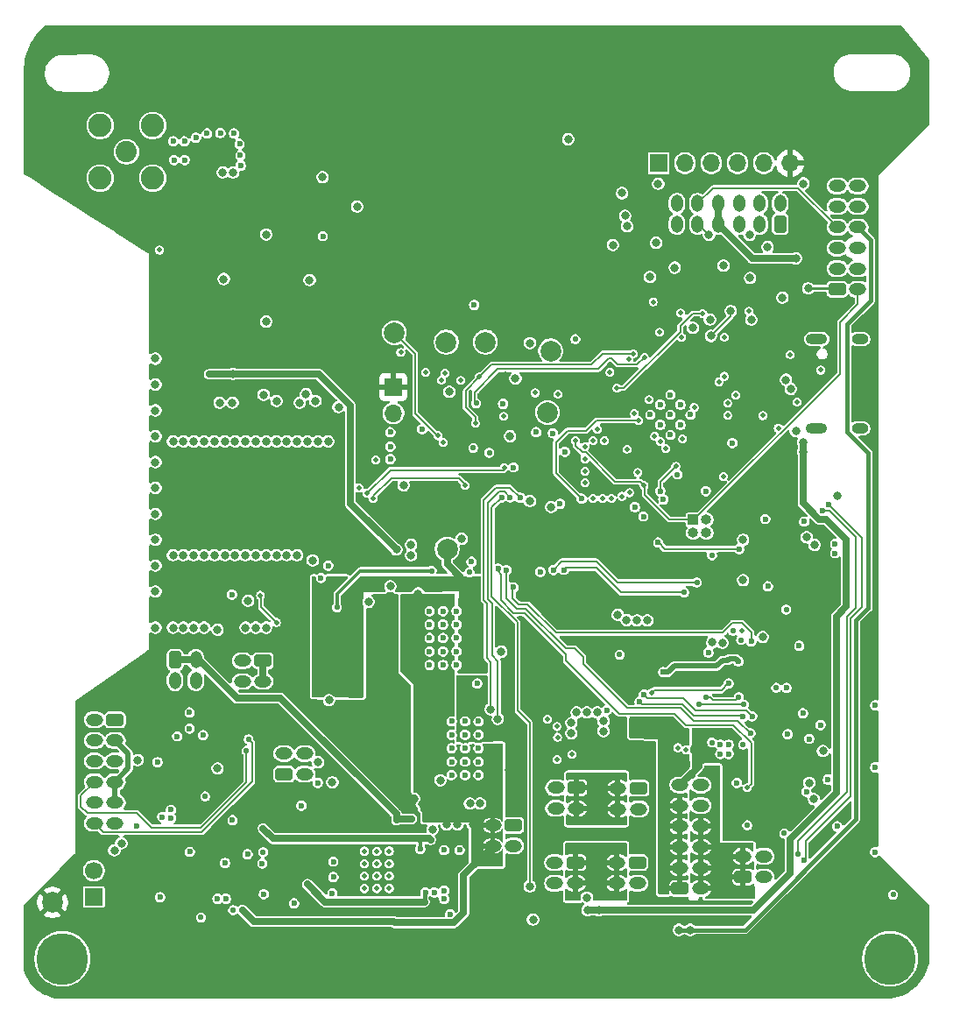
<source format=gbr>
%TF.GenerationSoftware,KiCad,Pcbnew,9.0.0*%
%TF.CreationDate,2025-07-29T18:49:57-07:00*%
%TF.ProjectId,FC_V5c,46435f56-3563-42e6-9b69-6361645f7063,rev?*%
%TF.SameCoordinates,Original*%
%TF.FileFunction,Copper,L3,Inr*%
%TF.FilePolarity,Positive*%
%FSLAX46Y46*%
G04 Gerber Fmt 4.6, Leading zero omitted, Abs format (unit mm)*
G04 Created by KiCad (PCBNEW 9.0.0) date 2025-07-29 18:49:57*
%MOMM*%
%LPD*%
G01*
G04 APERTURE LIST*
G04 Aperture macros list*
%AMRoundRect*
0 Rectangle with rounded corners*
0 $1 Rounding radius*
0 $2 $3 $4 $5 $6 $7 $8 $9 X,Y pos of 4 corners*
0 Add a 4 corners polygon primitive as box body*
4,1,4,$2,$3,$4,$5,$6,$7,$8,$9,$2,$3,0*
0 Add four circle primitives for the rounded corners*
1,1,$1+$1,$2,$3*
1,1,$1+$1,$4,$5*
1,1,$1+$1,$6,$7*
1,1,$1+$1,$8,$9*
0 Add four rect primitives between the rounded corners*
20,1,$1+$1,$2,$3,$4,$5,0*
20,1,$1+$1,$4,$5,$6,$7,0*
20,1,$1+$1,$6,$7,$8,$9,0*
20,1,$1+$1,$8,$9,$2,$3,0*%
G04 Aperture macros list end*
%TA.AperFunction,ComponentPad*%
%ADD10RoundRect,0.250000X-0.350000X-0.575000X0.350000X-0.575000X0.350000X0.575000X-0.350000X0.575000X0*%
%TD*%
%TA.AperFunction,ComponentPad*%
%ADD11O,1.200000X1.650000*%
%TD*%
%TA.AperFunction,ComponentPad*%
%ADD12C,2.050000*%
%TD*%
%TA.AperFunction,ComponentPad*%
%ADD13C,2.250000*%
%TD*%
%TA.AperFunction,ComponentPad*%
%ADD14C,2.000000*%
%TD*%
%TA.AperFunction,ComponentPad*%
%ADD15C,5.000000*%
%TD*%
%TA.AperFunction,ComponentPad*%
%ADD16RoundRect,0.250000X-0.575000X0.350000X-0.575000X-0.350000X0.575000X-0.350000X0.575000X0.350000X0*%
%TD*%
%TA.AperFunction,ComponentPad*%
%ADD17O,1.650000X1.200000*%
%TD*%
%TA.AperFunction,ComponentPad*%
%ADD18RoundRect,0.250000X0.575000X-0.350000X0.575000X0.350000X-0.575000X0.350000X-0.575000X-0.350000X0*%
%TD*%
%TA.AperFunction,ComponentPad*%
%ADD19C,0.600000*%
%TD*%
%TA.AperFunction,ComponentPad*%
%ADD20R,1.700000X1.700000*%
%TD*%
%TA.AperFunction,ComponentPad*%
%ADD21C,1.700000*%
%TD*%
%TA.AperFunction,ComponentPad*%
%ADD22R,1.000000X1.000000*%
%TD*%
%TA.AperFunction,ComponentPad*%
%ADD23O,1.000000X1.000000*%
%TD*%
%TA.AperFunction,ComponentPad*%
%ADD24RoundRect,0.250000X0.350000X0.575000X-0.350000X0.575000X-0.350000X-0.575000X0.350000X-0.575000X0*%
%TD*%
%TA.AperFunction,ComponentPad*%
%ADD25O,1.700000X1.700000*%
%TD*%
%TA.AperFunction,ComponentPad*%
%ADD26C,0.500000*%
%TD*%
%TA.AperFunction,ComponentPad*%
%ADD27O,1.600000X1.000000*%
%TD*%
%TA.AperFunction,ComponentPad*%
%ADD28O,2.100000X1.000000*%
%TD*%
%TA.AperFunction,ViaPad*%
%ADD29C,0.460000*%
%TD*%
%TA.AperFunction,ViaPad*%
%ADD30C,0.560000*%
%TD*%
%TA.AperFunction,ViaPad*%
%ADD31C,0.800000*%
%TD*%
%TA.AperFunction,ViaPad*%
%ADD32C,0.600000*%
%TD*%
%TA.AperFunction,Conductor*%
%ADD33C,0.635000*%
%TD*%
%TA.AperFunction,Conductor*%
%ADD34C,0.200000*%
%TD*%
%TA.AperFunction,Conductor*%
%ADD35C,0.152400*%
%TD*%
%TA.AperFunction,Conductor*%
%ADD36C,0.500000*%
%TD*%
%TA.AperFunction,Conductor*%
%ADD37C,0.300000*%
%TD*%
%TA.AperFunction,Conductor*%
%ADD38C,0.400000*%
%TD*%
%TA.AperFunction,Conductor*%
%ADD39C,0.127000*%
%TD*%
%TA.AperFunction,Conductor*%
%ADD40C,0.250000*%
%TD*%
%TA.AperFunction,Conductor*%
%ADD41C,0.342392*%
%TD*%
G04 APERTURE END LIST*
D10*
%TO.N,Heater Output*%
%TO.C,J21*%
X158200000Y-109100000D03*
D11*
%TO.N,GND*%
X158200000Y-111100001D03*
%TO.N,Heater Output*%
X160200001Y-109100000D03*
%TO.N,GND*%
X160200000Y-111100000D03*
%TD*%
D12*
%TO.N,/RF1_ANT*%
%TO.C,J6*%
X153500000Y-60000000D03*
D13*
%TO.N,GND*%
X150960000Y-57460000D03*
X150960000Y-62540000D03*
X156040000Y-57460000D03*
X156040000Y-62540000D03*
%TD*%
D14*
%TO.N,Net-(IC3-EVI)*%
%TO.C,TP6*%
X179400000Y-77500000D03*
%TD*%
D15*
%TO.N,N/C*%
%TO.C,H2*%
X227300000Y-138000000D03*
%TD*%
D16*
%TO.N,/Power Systems/IN_RBF*%
%TO.C,J20*%
X190900000Y-125100000D03*
D17*
%TO.N,VBUSP*%
X188899999Y-125100000D03*
%TO.N,/Power Systems/IN_RBF*%
X190900000Y-127100001D03*
%TO.N,VBUSP*%
X188900000Y-127100000D03*
%TD*%
D15*
%TO.N,N/C*%
%TO.C,H1*%
X147300000Y-138000000D03*
%TD*%
D16*
%TO.N,/Power Systems/V_SYS*%
%TO.C,J7*%
X203000000Y-121525001D03*
D17*
%TO.N,/Power Systems/INHIB_2*%
X200999999Y-121525001D03*
%TO.N,/Power Systems/V_SYS*%
X203000000Y-123525002D03*
%TO.N,/Power Systems/INHIB_2*%
X201000000Y-123525001D03*
%TD*%
D16*
%TO.N,VSOLAR*%
%TO.C,J17*%
X152400000Y-114899999D03*
D17*
%TO.N,F4_SDA*%
X150399999Y-114899999D03*
%TO.N,VSOLAR*%
X152400000Y-116900000D03*
%TO.N,F4_PWR*%
X150400000Y-116899999D03*
%TO.N,GND*%
X152400000Y-118899999D03*
%TO.N,F4_SCL*%
X150400000Y-118900000D03*
%TO.N,VSOLAR*%
X152400000Y-120899999D03*
%TO.N,F5_SDA*%
X150400000Y-120899999D03*
%TO.N,VSOLAR*%
X152400000Y-122899999D03*
%TO.N,F5_PWR*%
X150400000Y-122899999D03*
%TO.N,GND*%
X152400000Y-124899999D03*
%TO.N,F5_SCL*%
X150400000Y-124899999D03*
%TD*%
D14*
%TO.N,+5V*%
%TO.C,TP5*%
X184500000Y-98400000D03*
%TD*%
D16*
%TO.N,/Power Systems/INHIB_2*%
%TO.C,J10*%
X197000000Y-121475001D03*
D17*
%TO.N,/Power Systems/IN_RBF*%
X194999999Y-121475001D03*
%TO.N,/Power Systems/INHIB_2*%
X197000000Y-123475002D03*
%TO.N,/Power Systems/IN_RBF*%
X195000000Y-123475001D03*
%TD*%
D18*
%TO.N,/Power Systems/B-*%
%TO.C,J19*%
X213100000Y-130100001D03*
D17*
%TO.N,GND*%
X215100001Y-130100001D03*
%TO.N,/Power Systems/B-*%
X213100000Y-128100000D03*
%TO.N,GND*%
X215100000Y-128100001D03*
%TD*%
D16*
%TO.N,/Power Systems/V_SYS*%
%TO.C,J8*%
X202900000Y-128700000D03*
D17*
%TO.N,/Power Systems/INHIB_1*%
X200899999Y-128700000D03*
%TO.N,/Power Systems/V_SYS*%
X202900000Y-130700001D03*
%TO.N,/Power Systems/INHIB_1*%
X200900000Y-130700000D03*
%TD*%
D14*
%TO.N,FC_RESET*%
%TO.C,TP2*%
X194200000Y-85200000D03*
%TD*%
%TO.N,RF1_IO0*%
%TO.C,TP8*%
X188200000Y-78400000D03*
%TD*%
%TO.N,3.3V*%
%TO.C,TP3*%
X146350000Y-132550000D03*
%TD*%
D19*
%TO.N,GND*%
%TO.C,U18*%
X206080680Y-83474776D03*
X205108408Y-84447048D03*
X204136136Y-85419320D03*
X207052952Y-84447048D03*
X206080680Y-85419320D03*
X205108408Y-86391592D03*
X208025224Y-85419320D03*
X207052952Y-86391592D03*
X206080680Y-87363864D03*
%TD*%
D16*
%TO.N,/Power Systems/INHIB_1*%
%TO.C,J29*%
X196900000Y-128700001D03*
D17*
%TO.N,/Power Systems/IN_RBF*%
X194899999Y-128700001D03*
%TO.N,/Power Systems/INHIB_1*%
X196900000Y-130700002D03*
%TO.N,/Power Systems/IN_RBF*%
X194900000Y-130700001D03*
%TD*%
D18*
%TO.N,DEPLOY1_AUX*%
%TO.C,J23*%
X168725000Y-120150000D03*
D17*
%TO.N,GND*%
X170725001Y-120150000D03*
%TO.N,DEPLOY1_AUX*%
X168725000Y-118149999D03*
%TO.N,GND*%
X170725000Y-118150000D03*
%TD*%
D20*
%TO.N,WDT_DISABLE*%
%TO.C,J4*%
X150350000Y-132025000D03*
D21*
%TO.N,GND*%
X150350000Y-129485000D03*
%TD*%
D14*
%TO.N,RF1_IO4*%
%TO.C,TP7*%
X184400000Y-78400000D03*
%TD*%
D22*
%TO.N,FC_RESET*%
%TO.C,J22*%
X208275000Y-95550000D03*
D23*
%TO.N,SWCLK*%
X209545000Y-95550000D03*
%TO.N,GND*%
X208275000Y-96820000D03*
%TO.N,SWDIO*%
X209545000Y-96820000D03*
%TD*%
D14*
%TO.N,USBBOOT*%
%TO.C,TP1*%
X194500000Y-79250000D03*
%TD*%
D16*
%TO.N,DEPLOY2*%
%TO.C,J24*%
X166700000Y-109200000D03*
D17*
%TO.N,GND*%
X164699999Y-109200000D03*
%TO.N,DEPLOY2*%
X166700000Y-111200001D03*
%TO.N,GND*%
X164700000Y-111200000D03*
%TD*%
D18*
%TO.N,USBBOOT*%
%TO.C,J16*%
X222200001Y-73300000D03*
D17*
%TO.N,FC_RESET*%
X224200001Y-73300000D03*
%TO.N,USB_D+*%
X222200001Y-71300000D03*
%TO.N,USB_D-*%
X224200001Y-71300000D03*
%TO.N,SDA0*%
X222200001Y-69300000D03*
%TO.N,3.3V*%
X224200001Y-69300000D03*
%TO.N,SCL0*%
X222200001Y-67300000D03*
%TO.N,Dir_Chrg_In*%
X224200001Y-67300000D03*
%TO.N,WDT_DISABLE*%
X222200001Y-65300000D03*
%TO.N,DEPLOY1*%
X224200001Y-65300000D03*
%TO.N,GND*%
X222200001Y-63300000D03*
X224200001Y-63300000D03*
%TD*%
D18*
%TO.N,Dir_Chrg_In*%
%TO.C,J14*%
X206999999Y-131200000D03*
D17*
%TO.N,/Power Systems/B-*%
X209000000Y-131200000D03*
%TO.N,Dir_Chrg_In*%
X206999999Y-129199999D03*
%TO.N,/Power Systems/B-*%
X208999999Y-129200000D03*
%TO.N,Dir_Chrg_In*%
X206999999Y-127200000D03*
%TO.N,/Power Systems/B-*%
X208999999Y-127199999D03*
%TO.N,Dir_Chrg_In*%
X206999999Y-125200000D03*
%TO.N,/Power Systems/B-*%
X208999999Y-125200000D03*
%TO.N,Dir_Chrg_In*%
X206999999Y-123200000D03*
%TO.N,BATT_SDA*%
X208999999Y-123200000D03*
%TO.N,3.3V*%
X206999999Y-121200000D03*
%TO.N,BATT_SCL*%
X208999999Y-121200000D03*
%TD*%
D24*
%TO.N,PAYLOAD_PWR*%
%TO.C,J18*%
X216700000Y-67000000D03*
D11*
X216700000Y-65000000D03*
%TO.N,GND*%
X214700000Y-67000000D03*
X214700000Y-65000000D03*
%TO.N,TX*%
X212700000Y-67000000D03*
%TO.N,RX*%
X212700000Y-65000000D03*
%TO.N,PAYLOAD_BATT*%
X210700000Y-67000000D03*
X210700000Y-65000000D03*
%TO.N,SDA0*%
X208700000Y-67000000D03*
%TO.N,SCL0*%
X208700000Y-65000000D03*
%TO.N,GND*%
X206700000Y-67000000D03*
X206700000Y-65000000D03*
%TD*%
D20*
%TO.N,GND*%
%TO.C,J3*%
X204950000Y-61100000D03*
D25*
%TO.N,SCL0*%
X207490000Y-61100000D03*
%TO.N,SDA0*%
X210029999Y-61100000D03*
%TO.N,RX*%
X212570000Y-61100000D03*
%TO.N,TX*%
X215110000Y-61100000D03*
%TO.N,3.3V*%
X217650000Y-61100000D03*
%TD*%
D20*
%TO.N,3.3V*%
%TO.C,J1*%
X179300000Y-82725000D03*
D25*
%TO.N,Net-(D5-A)*%
X179300000Y-85265000D03*
%TD*%
D19*
%TO.N,GND*%
%TO.C,U13*%
X185400000Y-109600000D03*
X185400000Y-108300000D03*
X185400000Y-107000000D03*
X185400000Y-105700000D03*
X185400000Y-104400000D03*
X184100000Y-109600000D03*
X184100000Y-108300000D03*
X184100000Y-107000000D03*
X184100000Y-105700000D03*
X184100000Y-104400000D03*
X182800000Y-109600000D03*
X182800000Y-108300000D03*
X182800000Y-107000000D03*
X182800000Y-105700000D03*
X182800000Y-104400000D03*
%TD*%
D26*
%TO.N,GND*%
%TO.C,U6*%
X176500000Y-131200000D03*
X177700000Y-131200000D03*
X178900000Y-131200000D03*
X176500000Y-130000000D03*
X177700000Y-130000000D03*
X178900000Y-130000000D03*
X176500000Y-128800000D03*
X177700000Y-128800000D03*
X178900000Y-128800000D03*
X177700000Y-127620000D03*
X176500000Y-127600000D03*
X178900000Y-127600000D03*
%TD*%
D19*
%TO.N,GND*%
%TO.C,U10*%
X187531250Y-120250000D03*
X187531250Y-118950000D03*
X187531250Y-117650000D03*
X187531250Y-116350000D03*
X187531250Y-115050000D03*
X186231250Y-120250000D03*
X186231250Y-118950000D03*
X186231250Y-117650000D03*
X186231250Y-116350000D03*
X186231250Y-115050000D03*
X184931250Y-120250000D03*
X184931250Y-118950000D03*
X184931250Y-117650000D03*
X184931250Y-116350000D03*
X184931250Y-115050000D03*
%TD*%
D27*
%TO.N,GND*%
%TO.C,J12*%
X224400000Y-78100000D03*
D28*
X220220000Y-78100000D03*
D27*
X224400000Y-86740000D03*
D28*
X220220000Y-86740000D03*
%TD*%
D29*
%TO.N,3.3V*%
X222457938Y-124057938D03*
D30*
%TO.N,SDA1*%
X207400000Y-102600000D03*
%TO.N,SCL1*%
X208628798Y-101634643D03*
%TO.N,GND*%
X210100000Y-99000000D03*
%TO.N,3.3V*%
X203000000Y-104300000D03*
%TO.N,Net-(U12A-SDA)*%
X212900000Y-107200000D03*
%TO.N,Net-(U12A-SCL)*%
X212121086Y-106307794D03*
D31*
%TO.N,Net-(D12-K)*%
X211103739Y-107462333D03*
%TO.N,3.3V*%
X214400000Y-109125000D03*
X212000000Y-99200000D03*
%TO.N,GND*%
X158000000Y-106000000D03*
D30*
X213094998Y-117300000D03*
D31*
X158000000Y-99000000D03*
D32*
X222000000Y-98800000D03*
D31*
X176900000Y-103500000D03*
D29*
X215000000Y-85505000D03*
D30*
X227600000Y-131800000D03*
D29*
X216500000Y-86700000D03*
D32*
X159110000Y-58990000D03*
D31*
X200515646Y-69015646D03*
X196200000Y-58800000D03*
D29*
X197800000Y-89700000D03*
D31*
X162000000Y-99000000D03*
X168000000Y-99000000D03*
X216900000Y-74100000D03*
D30*
X210100000Y-117100000D03*
D31*
X167000000Y-88000000D03*
D29*
X200400000Y-93500000D03*
D31*
X213775001Y-72200001D03*
D29*
X199500000Y-93500000D03*
X195169998Y-116600000D03*
D32*
X156750000Y-132050000D03*
D29*
X217660190Y-79598854D03*
D32*
X164430000Y-59240000D03*
D29*
X198600000Y-87900000D03*
D30*
X216300000Y-111800000D03*
D29*
X193000000Y-83300000D03*
D31*
X156300000Y-100000000D03*
D32*
X195875000Y-89000000D03*
D31*
X170000000Y-99000000D03*
X181000000Y-98000000D03*
D32*
X193100000Y-87100000D03*
X187400000Y-111400000D03*
X173000000Y-100000000D03*
D30*
X213500000Y-125100000D03*
D32*
X169700000Y-132650000D03*
D31*
X156300000Y-87500000D03*
D29*
X205012847Y-77445033D03*
X202125000Y-92950000D03*
D32*
X158100000Y-60800000D03*
D29*
X212400000Y-83500000D03*
D31*
X218200000Y-87000000D03*
X156300000Y-90000000D03*
D32*
X218892933Y-114281970D03*
D31*
X204700000Y-68778400D03*
X219940393Y-122569657D03*
D32*
X172300000Y-101200000D03*
D31*
X213100000Y-97500000D03*
X162300000Y-119600000D03*
D29*
X211300000Y-77900000D03*
X197800000Y-92000000D03*
D31*
X218928146Y-63071852D03*
D32*
X193500000Y-100600000D03*
X163700000Y-102800000D03*
X172477500Y-68150000D03*
D29*
X211600000Y-85474739D03*
D31*
X160000000Y-99000000D03*
X167000000Y-76400000D03*
X161000000Y-88000000D03*
D32*
X212500000Y-121000000D03*
D31*
X162800000Y-62000000D03*
D29*
X201400000Y-93300000D03*
X198600000Y-93500000D03*
D32*
X199944802Y-113955198D03*
X156500000Y-119000000D03*
X164550000Y-61340000D03*
X203465669Y-95249201D03*
X156950000Y-124300000D03*
X184800000Y-133700000D03*
D31*
X162300000Y-106200000D03*
D32*
X182071558Y-86802713D03*
X158020000Y-58980000D03*
X225870000Y-119500000D03*
D31*
X179000000Y-102000000D03*
D29*
X202039699Y-80060301D03*
X197800000Y-90900000D03*
X156700000Y-69500000D03*
D31*
X183850000Y-120748959D03*
X192794358Y-134217500D03*
D32*
X209751706Y-108402631D03*
D31*
X183075000Y-125500000D03*
X165000000Y-106000000D03*
X164000000Y-99000000D03*
D32*
X164510000Y-60360000D03*
X222000000Y-97900000D03*
D31*
X175800000Y-65300000D03*
D32*
X215250000Y-95500000D03*
D30*
X206756500Y-91200000D03*
D31*
X169000000Y-99000000D03*
X170000000Y-88000000D03*
D29*
X189950000Y-85580000D03*
X195200000Y-83400000D03*
X200235675Y-81306200D03*
D31*
X213100000Y-101400000D03*
X161000000Y-106000000D03*
D29*
X194206250Y-114850000D03*
D31*
X169000000Y-88000000D03*
X204900000Y-63100000D03*
X172450000Y-62450000D03*
X173400000Y-120950000D03*
X215000000Y-106900000D03*
D32*
X225870000Y-127687314D03*
D29*
X182400000Y-81306200D03*
D31*
X163000000Y-99000000D03*
D32*
X179000000Y-88500000D03*
D31*
X166000000Y-99000000D03*
D29*
X211200000Y-91400000D03*
D31*
X156300000Y-82500000D03*
D29*
X196565421Y-118253866D03*
D31*
X163750000Y-84250000D03*
D32*
X185700000Y-127500000D03*
D29*
X185800000Y-82100000D03*
D31*
X184700000Y-83200000D03*
X154599000Y-118800000D03*
X156300000Y-80000000D03*
X208235687Y-77008020D03*
X215475001Y-69200001D03*
D29*
X212954998Y-106300000D03*
D31*
X190575000Y-87500000D03*
D29*
X201875601Y-88737962D03*
D31*
X160000000Y-106000000D03*
D29*
X195130543Y-118750707D03*
D31*
X171500000Y-99500000D03*
D32*
X166625000Y-128800000D03*
X189900000Y-84363500D03*
D31*
X160000000Y-88000000D03*
X156300000Y-92500000D03*
X156300000Y-106000000D03*
X211200000Y-71000000D03*
X159000000Y-88000000D03*
X165000000Y-88000000D03*
D32*
X162580000Y-58200000D03*
D31*
X162000000Y-88000000D03*
D29*
X211600000Y-84300000D03*
X199000000Y-86800000D03*
D31*
X164000000Y-88000000D03*
X166000000Y-88000000D03*
X166000000Y-106000000D03*
D32*
X154500000Y-125200000D03*
D31*
X198000000Y-132100000D03*
D29*
X199700000Y-87900000D03*
X195089667Y-115541583D03*
D32*
X163750000Y-124600000D03*
X161280000Y-58230000D03*
D31*
X162900000Y-72300000D03*
D32*
X225870000Y-113500000D03*
X184200000Y-127500000D03*
D31*
X168000000Y-88000000D03*
D32*
X163890000Y-58230000D03*
D31*
X201400000Y-64000000D03*
D32*
X222200000Y-125200000D03*
D31*
X167000000Y-68000000D03*
D32*
X158400000Y-116500000D03*
D31*
X159000000Y-99000000D03*
X167000000Y-106000000D03*
D32*
X170400000Y-123200000D03*
D31*
X165000000Y-99000000D03*
X173000000Y-88000000D03*
X172000000Y-88000000D03*
X156300000Y-97500000D03*
D32*
X179000000Y-87100000D03*
D31*
X189717622Y-108329765D03*
X156300000Y-102500000D03*
D29*
X202931456Y-91006456D03*
D31*
X156300000Y-85000000D03*
X170250000Y-84250000D03*
D32*
X159130000Y-60800000D03*
D31*
X171000000Y-88000000D03*
D32*
X160210000Y-58640000D03*
D29*
X202600000Y-85300000D03*
D32*
X179000000Y-89700000D03*
D31*
X163000000Y-88000000D03*
D30*
X217090044Y-125882120D03*
D31*
X156300000Y-95000000D03*
X163800000Y-62000000D03*
D29*
X207600000Y-117800000D03*
D31*
X219500000Y-121000000D03*
X159000000Y-106000000D03*
D32*
X160900000Y-116400000D03*
D31*
X161000000Y-99000000D03*
D30*
X161100000Y-122300000D03*
D31*
X185900000Y-97400000D03*
D32*
X217300000Y-111815000D03*
D31*
X167000000Y-99000000D03*
D29*
X197800000Y-88500000D03*
D31*
X158000000Y-88000000D03*
X222250000Y-93250000D03*
D32*
X194700000Y-87200000D03*
D31*
X181000000Y-99000000D03*
X171200000Y-72400000D03*
%TO.N,3.3V*%
X176790646Y-83584354D03*
D29*
X214800000Y-82700000D03*
D31*
X221750000Y-101500000D03*
X177850000Y-125425000D03*
D32*
X180379958Y-88620042D03*
D29*
X203523439Y-86537789D03*
D31*
X172750000Y-86500000D03*
D29*
X210000000Y-80300000D03*
X195900000Y-87900000D03*
X210400000Y-108900000D03*
D31*
X181300000Y-122525000D03*
X195900000Y-75200000D03*
D29*
X205600000Y-80300000D03*
X190503847Y-89776153D03*
D31*
X220700000Y-70400000D03*
X176038729Y-123486271D03*
D32*
X209500000Y-85500000D03*
D31*
X161800000Y-118100000D03*
D30*
X227500000Y-130300000D03*
D32*
X209300000Y-117300000D03*
D31*
X190476868Y-119782232D03*
D29*
X183996906Y-85899708D03*
D31*
X177175000Y-106650000D03*
X214500000Y-96300000D03*
D29*
X207699377Y-83213226D03*
D32*
X213200000Y-86835000D03*
D30*
X165700000Y-121600000D03*
X212585000Y-103515000D03*
D31*
X190100000Y-81676200D03*
D29*
X185790406Y-82998319D03*
D31*
X179050000Y-125425000D03*
X194100000Y-83400000D03*
X181275000Y-123550000D03*
X209525000Y-72497633D03*
D30*
X155500000Y-119200000D03*
D29*
X187484350Y-89999341D03*
D31*
X200816637Y-76900000D03*
X197501000Y-101150000D03*
X218000000Y-73000000D03*
D29*
X196700000Y-119100000D03*
D31*
X212798167Y-119850496D03*
X194300000Y-74000000D03*
D29*
X205622357Y-90661768D03*
X191700000Y-89400000D03*
D32*
X210042612Y-89601104D03*
X192825001Y-100163392D03*
D29*
X215400000Y-124700000D03*
D32*
X202215196Y-109919695D03*
D29*
X203300000Y-84512280D03*
D30*
X218630069Y-104343071D03*
D29*
X198000000Y-86148548D03*
D30*
X163100000Y-116600000D03*
D31*
X192403146Y-114146854D03*
X181650000Y-78650000D03*
D32*
X156000000Y-124200000D03*
D29*
X209600000Y-73500000D03*
D31*
X190454329Y-114881530D03*
X213300000Y-74600000D03*
D32*
X215037340Y-116684625D03*
X213900000Y-85435000D03*
D31*
X202700000Y-74100000D03*
D30*
X188045000Y-86900000D03*
D31*
X175225000Y-122775000D03*
X175978146Y-82771854D03*
X175200000Y-124375000D03*
X213200000Y-112002847D03*
X172750000Y-85000000D03*
X193898145Y-93583412D03*
X177150000Y-107600000D03*
%TO.N,VBUS*%
X198050000Y-133300000D03*
X218900000Y-88100000D03*
X199150000Y-133300000D03*
X218900000Y-89000000D03*
%TO.N,VBUSP*%
X181700000Y-102700000D03*
X184450000Y-123875000D03*
X181900000Y-114900000D03*
X182500000Y-110500000D03*
X185500000Y-123600000D03*
D30*
X163800000Y-133300000D03*
X160700000Y-134000000D03*
D31*
X181900000Y-116000000D03*
D30*
X166700000Y-127700000D03*
X164700000Y-133300000D03*
D31*
X184450000Y-125000000D03*
X187000000Y-125000000D03*
X180700000Y-103200000D03*
X180700000Y-104100000D03*
X185500000Y-125000000D03*
X181300000Y-110400000D03*
%TO.N,TX*%
X204100000Y-72100000D03*
%TO.N,RF_VCC*%
X163800000Y-81475000D03*
X179586954Y-98451376D03*
D29*
X161500000Y-81504000D03*
%TO.N,SDA1*%
X203555768Y-79844232D03*
D30*
X187300000Y-84300000D03*
D29*
X204260616Y-112270000D03*
D32*
X195791942Y-100408058D03*
D30*
X188568321Y-89102111D03*
D32*
%TO.N,SCL1*%
X194767551Y-100416081D03*
D29*
X187225000Y-86225000D03*
X206800000Y-117600000D03*
X187600000Y-81760000D03*
X202500000Y-79504340D03*
D30*
X187010323Y-88620291D03*
D31*
%TO.N,SDA0*%
X201900000Y-67200000D03*
X209809169Y-68029002D03*
X213738438Y-68052403D03*
%TO.N,Net-(D12-K)*%
X210119620Y-107426200D03*
D32*
%TO.N,/Power Systems/V_SYS*%
X211700000Y-117300000D03*
X210900000Y-118200000D03*
X210900000Y-117300000D03*
X211700000Y-118200000D03*
%TO.N,F1_PWR*%
X219000000Y-95750000D03*
D29*
%TO.N,FC_RESET*%
X203531500Y-92241471D03*
X196900000Y-87900000D03*
%TO.N,SWCLK*%
X204553938Y-87494081D03*
%TO.N,SWDIO*%
X205100000Y-88000000D03*
D31*
%TO.N,WDT_WDI*%
X172000000Y-119000000D03*
X173086937Y-113000000D03*
D32*
X172000000Y-121000000D03*
D30*
%TO.N,RF1_IO4*%
X196894109Y-78105891D03*
D29*
X207257938Y-87757938D03*
D32*
X187100000Y-74800000D03*
D29*
%TO.N,RTC_INT*%
X184100000Y-88100000D03*
D32*
X209500000Y-92800000D03*
D31*
X200989950Y-104750000D03*
D32*
X212068269Y-88153399D03*
%TO.N,F2_PWR*%
X219215394Y-121853817D03*
%TO.N,F3_PWR*%
X217400000Y-116300000D03*
D31*
%TO.N,USB_D-*%
X217712084Y-82922608D03*
%TO.N,USB_D+*%
X217240685Y-82040685D03*
D29*
%TO.N,Net-(IC3-EVI)*%
X183600000Y-87430003D03*
D32*
%TO.N,Net-(U1B-+)*%
X166775000Y-131754785D03*
X165200000Y-127900000D03*
D31*
%TO.N,WDT_DISABLE*%
X153000000Y-126850000D03*
X152325000Y-127525000D03*
D32*
%TO.N,Net-(U1B--)*%
X159616920Y-127666920D03*
X163029442Y-128745558D03*
%TO.N,Net-(R31-Pad1)*%
X157800000Y-124400000D03*
X157800000Y-123600000D03*
X162300000Y-132200000D03*
X163100000Y-132200000D03*
D31*
%TO.N,USBBOOT*%
X219400000Y-73200000D03*
D29*
X204406200Y-74500000D03*
D30*
%TO.N,Dir_Chrg_In*%
X205900000Y-116600000D03*
X204900000Y-115700000D03*
X205900000Y-114900000D03*
X205000000Y-116600000D03*
D31*
X208000000Y-135211000D03*
D30*
X205900000Y-115700000D03*
D31*
X206900000Y-135211000D03*
D30*
X202400000Y-115900000D03*
X202400000Y-115000000D03*
X205000000Y-114900000D03*
D31*
%TO.N,/Power Systems/VBATT_SENSE*%
X202850000Y-105300000D03*
X198000000Y-114200000D03*
X199600000Y-115000000D03*
X196500000Y-115200000D03*
X197000000Y-114200000D03*
X196500000Y-116200000D03*
X201840903Y-105275247D03*
X199600000Y-116000000D03*
X199000000Y-114200000D03*
X203850000Y-105300000D03*
%TO.N,RF2_RX_EN*%
X174000000Y-84676200D03*
X162500000Y-84250000D03*
D29*
%TO.N,RF2_RST*%
X205650000Y-88700000D03*
D31*
X192500000Y-93750000D03*
X165250000Y-103400000D03*
X180286954Y-92230662D03*
D29*
%TO.N,RF2_IO0*%
X166450000Y-102870000D03*
X168000000Y-105493500D03*
D30*
%TO.N,~{CHARGE}*%
X201165651Y-108600000D03*
D32*
%TO.N,F0_SCL*%
X218525000Y-107750000D03*
D31*
%TO.N,F1_SDA*%
X219250000Y-97250000D03*
D30*
%TO.N,F0_SDA*%
X217265002Y-104251000D03*
D31*
%TO.N,F1_SCL*%
X220000000Y-98000000D03*
D32*
%TO.N,F2_SDA*%
X221287800Y-120680331D03*
%TO.N,F3_SCL*%
X219500000Y-116750000D03*
%TO.N,F3_SDA*%
X220594669Y-115405331D03*
D31*
%TO.N,F2_SCL*%
X220825000Y-117925000D03*
D32*
%TO.N,~{MUX_RESET}*%
X215500000Y-102000000D03*
%TO.N,F4_SCL*%
X213975001Y-114565044D03*
X203531195Y-112448283D03*
%TO.N,F4_SDA*%
X213109062Y-114613086D03*
X203100000Y-113159949D03*
%TO.N,VSOLAR*%
X211731000Y-109053150D03*
X205379783Y-110289225D03*
X212650000Y-109250000D03*
D29*
%TO.N,Net-(J12-CC1)*%
X220600000Y-81100000D03*
%TO.N,Net-(J12-CC2)*%
X218330202Y-84170000D03*
%TO.N,SPI1_CS0*%
X180013282Y-79400000D03*
X204019899Y-83968041D03*
D31*
%TO.N,SPI1_MOSI*%
X171750000Y-84089700D03*
D32*
X205100000Y-92800000D03*
D29*
X206600000Y-90400000D03*
D31*
X168000000Y-84089700D03*
%TO.N,SPI1_SCK*%
X170854812Y-83426200D03*
X166750000Y-83500000D03*
D32*
X202650000Y-94350000D03*
D31*
%TO.N,SPI1_MISO*%
X194556067Y-94336501D03*
D32*
%TO.N,SPI1_CS1*%
X197504957Y-93536500D03*
D29*
X203000000Y-85975000D03*
D32*
%TO.N,FACE0_ENABLE*%
X213893112Y-107334780D03*
X190900000Y-102100000D03*
%TO.N,FACE1_ENABLE*%
X204900000Y-97766200D03*
X212725000Y-98400000D03*
%TO.N,FACE2_ENABLE*%
X189432989Y-100312209D03*
D29*
X213493213Y-121478398D03*
D32*
%TO.N,FACE4_ENABLE*%
X159600000Y-114200000D03*
X186850000Y-99625000D03*
X159600000Y-115750000D03*
%TO.N,FACE3_ENABLE*%
X190225000Y-100425000D03*
X213800000Y-116200000D03*
D31*
%TO.N,PAYLOAD_PWR_ENABLE*%
X191099401Y-81899999D03*
X192494444Y-78494444D03*
D32*
%TO.N,Heater Output*%
X179600000Y-124600002D03*
X181100000Y-124500000D03*
D31*
%TO.N,PAYLOAD_PWR*%
X201700000Y-66200000D03*
D32*
%TO.N,~{GPIO_EXPANDER_RESET}*%
X195400000Y-94023800D03*
X205400000Y-93600000D03*
%TO.N,/Power Systems/Load Switches/Deploy1_EN*%
X221376200Y-94134887D03*
X173400000Y-131682500D03*
X219016956Y-128493094D03*
D29*
%TO.N,+1V1*%
X210750000Y-82250000D03*
X208373478Y-84699843D03*
X211300000Y-81700000D03*
D31*
%TO.N,/RP2350AHHHHHHHHH/FLASH_SS*%
X206500000Y-71200000D03*
%TO.N,/RP2350AHHHHHHHHH/QSPI_SD3*%
X210000000Y-77800000D03*
X211900000Y-75400000D03*
D29*
%TO.N,/RP2350AHHHHHHHHH/QSPI_SD1*%
X207171381Y-77947800D03*
%TO.N,/RP2350AHHHHHHHHH/QSPI_SCLK*%
X213678938Y-75423777D03*
%TO.N,/RP2350AHHHHHHHHH/QSPI_SD2*%
X207073609Y-75592087D03*
D31*
%TO.N,/RP2350AHHHHHHHHH/QSPI_SD0*%
X209900000Y-76223800D03*
X213900000Y-76223800D03*
D29*
%TO.N,RF2_IO1*%
X177340324Y-93500000D03*
X186224767Y-92224767D03*
%TO.N,RF2_IO2*%
X190001439Y-90519999D03*
X176750000Y-93000000D03*
%TO.N,RF2_IO3*%
X176000000Y-92500000D03*
X177600000Y-89784124D03*
D32*
%TO.N,Net-(U25-LATCH)*%
X184200000Y-131400000D03*
%TO.N,Net-(U25-SNS)*%
X184200000Y-132200000D03*
%TO.N,PAYLOAD_BATT_ENABLE*%
X189783285Y-93400166D03*
D31*
X192482500Y-131000000D03*
D32*
%TO.N,FIRE_DEPLOY1_A*%
X220800000Y-94700000D03*
D30*
X218415957Y-127900000D03*
D32*
X183250000Y-131600000D03*
%TO.N,FIRE_DEPLOY2_B*%
X190900000Y-90503924D03*
D31*
%TO.N,ENABLE_Heater*%
X188700000Y-113876200D03*
D32*
X173490397Y-128602722D03*
X191562475Y-93441925D03*
%TO.N,DEPLOY2*%
X181900000Y-126500000D03*
X182900000Y-126500000D03*
X181900000Y-127400000D03*
X166700000Y-125400000D03*
%TO.N,DEPLOY1_AUX*%
X182300000Y-132500000D03*
X171000000Y-130800000D03*
X182400000Y-131600000D03*
X171600000Y-131400000D03*
D31*
%TO.N,PAYLOAD_BATT*%
X218200000Y-70300000D03*
D32*
%TO.N,/Power Systems/Load Switches/Deploy2_EN*%
X190583248Y-93392237D03*
X173500000Y-130100000D03*
D31*
X189393855Y-114810632D03*
D32*
%TO.N,+5V*%
X186554337Y-104045663D03*
D31*
X173525000Y-107175000D03*
X172375000Y-112050000D03*
X175150000Y-109625000D03*
X173475000Y-112075000D03*
X172325000Y-107075000D03*
X174625000Y-107100000D03*
D32*
X187500000Y-104450000D03*
D31*
X175150000Y-108325000D03*
D29*
%TO.N,Net-(BT1-+-Pad1)*%
X183956736Y-82054699D03*
X184300000Y-81400000D03*
D31*
%TO.N,~{3v3_RESET}*%
X186700000Y-123000000D03*
X187674999Y-123000000D03*
D30*
%TO.N,F5_SDA*%
X208828898Y-113420000D03*
X165100000Y-117900000D03*
X213184593Y-113420000D03*
%TO.N,F5_SCL*%
X209500000Y-112731000D03*
X212687129Y-112717947D03*
X165302527Y-116776406D03*
%TO.N,FACE5_ENABLE*%
X186647622Y-100647622D03*
X183000000Y-100500000D03*
X173844313Y-104024313D03*
D29*
%TO.N,/RP2350AHHHHHHHHH/PSRAM_CS*%
X200907938Y-82847200D03*
X209198242Y-75636547D03*
D32*
%TO.N,SDA1*%
X211700000Y-111400000D03*
%TD*%
D33*
%TO.N,3.3V*%
X208800000Y-119399999D02*
X208800000Y-118400000D01*
X206999999Y-121200000D02*
X208800000Y-119399999D01*
D34*
%TO.N,SDA1*%
X211700000Y-111400000D02*
X211651470Y-111400000D01*
X204483559Y-112047057D02*
X204260616Y-112270000D01*
X211651470Y-111400000D02*
X211004413Y-112047057D01*
X211004413Y-112047057D02*
X204483559Y-112047057D01*
D35*
%TO.N,FIRE_DEPLOY1_A*%
X218415957Y-127900000D02*
X218415957Y-127400000D01*
X218415957Y-127400000D02*
X218416957Y-127399000D01*
X218416957Y-127399000D02*
X218416957Y-126583043D01*
X224000000Y-104093982D02*
X224000000Y-97258471D01*
X221453616Y-94712087D02*
X221137115Y-94712087D01*
X218416957Y-126583043D02*
X223169400Y-121830600D01*
X223169400Y-121830600D02*
X223169400Y-104924582D01*
X223169400Y-104924582D02*
X224000000Y-104093982D01*
X224000000Y-97258471D02*
X221453616Y-94712087D01*
X221137115Y-94712087D02*
X221125028Y-94700000D01*
X221125028Y-94700000D02*
X220800000Y-94700000D01*
%TO.N,/Power Systems/Load Switches/Deploy1_EN*%
X223522800Y-122277200D02*
X223522800Y-105070966D01*
X224600000Y-103993767D02*
X224600000Y-97358687D01*
X219149998Y-128360052D02*
X219149998Y-126650002D01*
X219016956Y-128493094D02*
X219149998Y-128360052D01*
X219149998Y-126650002D02*
X223522800Y-122277200D01*
X223522800Y-105070966D02*
X224600000Y-103993767D01*
X224600000Y-97358687D02*
X221376200Y-94134887D01*
D36*
%TO.N,VSOLAR*%
X212650000Y-109250000D02*
X212400000Y-109000000D01*
X211784150Y-109000000D02*
X211731000Y-109053150D01*
X212400000Y-109000000D02*
X211784150Y-109000000D01*
D34*
%TO.N,SDA1*%
X201332900Y-102600000D02*
X207400000Y-102600000D01*
X195791942Y-100408058D02*
X196000000Y-100200000D01*
X198932900Y-100200000D02*
X201332900Y-102600000D01*
X196600000Y-100200000D02*
X198932900Y-100200000D01*
X196000000Y-100200000D02*
X196600000Y-100200000D01*
%TO.N,SCL1*%
X194767551Y-100416081D02*
X195583632Y-99600000D01*
X195583632Y-99600000D02*
X198900000Y-99600000D01*
X200934643Y-101634643D02*
X208628798Y-101634643D01*
X198900000Y-99600000D02*
X200934643Y-101634643D01*
D36*
%TO.N,VSOLAR*%
X211731000Y-109053150D02*
X211602070Y-109182080D01*
X211602070Y-109182080D02*
X211081000Y-109182080D01*
X211081000Y-109182080D02*
X210563080Y-109700000D01*
X210563080Y-109700000D02*
X206461990Y-109700000D01*
X206461990Y-109700000D02*
X205872765Y-110289225D01*
X205872765Y-110289225D02*
X205379783Y-110289225D01*
D35*
%TO.N,3.3V*%
X205622357Y-90661768D02*
X206157200Y-90126925D01*
X204355079Y-86537789D02*
X206157200Y-88339910D01*
D37*
X181275000Y-123550000D02*
X181275000Y-122550000D01*
D35*
X190503847Y-89776153D02*
X190316675Y-89776153D01*
X203523439Y-86537789D02*
X204355079Y-86537789D01*
D37*
X177850000Y-125425000D02*
X179050000Y-125425000D01*
D35*
X203523439Y-86537789D02*
X202754028Y-87307200D01*
X203300000Y-84800000D02*
X203523439Y-85023439D01*
X206157200Y-90126925D02*
X206157200Y-88339910D01*
D37*
X181768500Y-124043500D02*
X181275000Y-123550000D01*
X181275000Y-122550000D02*
X181300000Y-122525000D01*
D35*
X190202062Y-89890766D02*
X187565234Y-89890766D01*
X187484350Y-89971650D02*
X187484350Y-89999341D01*
D37*
X179050000Y-125425000D02*
X181120402Y-125425000D01*
D35*
X203300000Y-84512280D02*
X203300000Y-84800000D01*
X203523439Y-85023439D02*
X203523439Y-86537789D01*
X190316675Y-89776153D02*
X190202062Y-89890766D01*
D37*
X181120402Y-125425000D02*
X181768500Y-124776902D01*
D35*
X187565234Y-89890766D02*
X187484350Y-89971650D01*
X196492800Y-87307200D02*
X195900000Y-87900000D01*
X202754028Y-87307200D02*
X196492800Y-87307200D01*
D37*
X181768500Y-124776902D02*
X181768500Y-124043500D01*
D33*
%TO.N,VBUS*%
X217618457Y-126481543D02*
X222105300Y-121994700D01*
X218900000Y-93957534D02*
X218900000Y-88100000D01*
X222105300Y-121994700D02*
X222105300Y-104900000D01*
X220460966Y-95518500D02*
X218900000Y-93957534D01*
X214100000Y-133300000D02*
X217618457Y-129781543D01*
X223100000Y-103905300D02*
X223100000Y-97479466D01*
X198050000Y-133300000D02*
X199150000Y-133300000D01*
X222105300Y-104900000D02*
X223100000Y-103905300D01*
X217618457Y-129781543D02*
X217618457Y-126481543D01*
X223100000Y-97479466D02*
X221139034Y-95518500D01*
X221139034Y-95518500D02*
X220460966Y-95518500D01*
X199150000Y-133300000D02*
X214100000Y-133300000D01*
%TO.N,VBUSP*%
X188900000Y-127100000D02*
X186100000Y-129900000D01*
D36*
X184250000Y-122750000D02*
X183800000Y-122300000D01*
D33*
X186100000Y-133557534D02*
X185139034Y-134518500D01*
D36*
X183300000Y-111300000D02*
X183300000Y-111900000D01*
D33*
X186100000Y-129900000D02*
X186100000Y-131800000D01*
D36*
X183800000Y-122300000D02*
X183800000Y-122000000D01*
X181300000Y-110405028D02*
X183000000Y-112105028D01*
X183000000Y-121200000D02*
X183000000Y-112200000D01*
D33*
X179300000Y-134400000D02*
X165800000Y-134400000D01*
D36*
X184450000Y-123875000D02*
X185025000Y-123300000D01*
X182500000Y-110500000D02*
X183300000Y-111300000D01*
X181294972Y-110400000D02*
X180700000Y-109805028D01*
X185025000Y-123300000D02*
X185200000Y-123300000D01*
X181300000Y-110400000D02*
X181294972Y-110400000D01*
X184450000Y-123350000D02*
X184450000Y-123875000D01*
X183800000Y-122000000D02*
X183000000Y-121200000D01*
D33*
X179418500Y-134518500D02*
X179300000Y-134400000D01*
D38*
X181394972Y-110500000D02*
X181300000Y-110405028D01*
X182500000Y-110500000D02*
X181394972Y-110500000D01*
D36*
X184300000Y-122800000D02*
X184300000Y-123200000D01*
X184250000Y-122750000D02*
X184300000Y-122800000D01*
D33*
X186100000Y-131800000D02*
X186100000Y-133557534D01*
D36*
X183300000Y-111900000D02*
X183000000Y-112200000D01*
D33*
X185139034Y-134518500D02*
X179418500Y-134518500D01*
D36*
X185200000Y-123300000D02*
X185500000Y-123600000D01*
X184250000Y-122750000D02*
X184300000Y-122700000D01*
X184300000Y-123200000D02*
X184450000Y-123350000D01*
X183000000Y-112105028D02*
X183000000Y-112200000D01*
X180700000Y-109805028D02*
X180700000Y-103200000D01*
D33*
X165800000Y-134400000D02*
X164700000Y-133300000D01*
D36*
X181300000Y-110400000D02*
X181300000Y-110405028D01*
D33*
%TO.N,RF_VCC*%
X175150000Y-84527244D02*
X172126756Y-81504000D01*
X175150000Y-94014422D02*
X175150000Y-84527244D01*
X179586954Y-98451376D02*
X175150000Y-94014422D01*
X172126756Y-81504000D02*
X161500000Y-81504000D01*
D35*
%TO.N,SDA1*%
X187300000Y-84300000D02*
X187170242Y-84170242D01*
X202832499Y-80567501D02*
X203555768Y-79844232D01*
X199082710Y-81000000D02*
X200082710Y-80000000D01*
X187170242Y-83229758D02*
X189400000Y-81000000D01*
X187170242Y-84170242D02*
X187170242Y-83229758D01*
X200400000Y-80000000D02*
X200967501Y-80567501D01*
X189400000Y-81000000D02*
X199082710Y-81000000D01*
X200082710Y-80000000D02*
X200400000Y-80000000D01*
X200967501Y-80567501D02*
X202832499Y-80567501D01*
D39*
%TO.N,SCL1*%
X199495660Y-79504340D02*
X198436500Y-80563500D01*
X187205000Y-85628916D02*
X186276500Y-84700416D01*
X186276500Y-84700416D02*
X186276500Y-83083500D01*
X187205000Y-86205000D02*
X187205000Y-85628916D01*
X186276500Y-83083500D02*
X187600000Y-81760000D01*
X187225000Y-86225000D02*
X187205000Y-86205000D01*
X198436500Y-80563500D02*
X188796500Y-80563500D01*
X202500000Y-79504340D02*
X199495660Y-79504340D01*
X188796500Y-80563500D02*
X187600000Y-81760000D01*
D35*
%TO.N,SDA0*%
X208780167Y-67000000D02*
X209809169Y-68029002D01*
%TO.N,SCL0*%
X210200000Y-63500000D02*
X218400001Y-63500000D01*
X208700000Y-65000000D02*
X210200000Y-63500000D01*
X218400001Y-63500000D02*
X222200001Y-67300000D01*
%TO.N,FC_RESET*%
X203531500Y-92241471D02*
X203600000Y-92309971D01*
X203600000Y-93200000D02*
X205950000Y-95550000D01*
X203190029Y-91900000D02*
X203531500Y-92241471D01*
X222450000Y-76500000D02*
X224200001Y-74749999D01*
X222450000Y-81467290D02*
X222450000Y-76500000D01*
X200741471Y-91900000D02*
X203190029Y-91900000D01*
X197891471Y-89050000D02*
X200741471Y-91900000D01*
X196900000Y-87900000D02*
X196900000Y-88400000D01*
X197550000Y-89050000D02*
X197891471Y-89050000D01*
X224200001Y-74749999D02*
X224200001Y-73300000D01*
X208367290Y-95550000D02*
X222450000Y-81467290D01*
X205950000Y-95550000D02*
X208275000Y-95550000D01*
X203600000Y-92309971D02*
X203600000Y-93200000D01*
X196900000Y-88400000D02*
X197550000Y-89050000D01*
%TO.N,Net-(IC3-EVI)*%
X183600000Y-87430003D02*
X183513718Y-87430003D01*
X183513718Y-87430003D02*
X181400000Y-85316285D01*
X181400000Y-85316285D02*
X181400000Y-79500000D01*
X181400000Y-79500000D02*
X179400000Y-77500000D01*
D40*
%TO.N,USBBOOT*%
X219400000Y-73200000D02*
X222100001Y-73200000D01*
D38*
%TO.N,Dir_Chrg_In*%
X213289000Y-135211000D02*
X206900000Y-135211000D01*
X225426001Y-74373999D02*
X223150000Y-76650000D01*
X223150000Y-87062792D02*
X225187208Y-89100000D01*
X223150000Y-76650000D02*
X223150000Y-87062792D01*
X224200001Y-67300000D02*
X225426001Y-68526000D01*
X225187208Y-104081421D02*
X224000000Y-105268629D01*
X225187208Y-89100000D02*
X225187208Y-104081421D01*
X224000000Y-105268629D02*
X224000000Y-124500000D01*
X224000000Y-124500000D02*
X213289000Y-135211000D01*
X225426001Y-68526000D02*
X225426001Y-74373999D01*
D39*
%TO.N,RF2_IO0*%
X166500000Y-103993500D02*
X168000000Y-105493500D01*
X166450000Y-102870000D02*
X166500000Y-102920000D01*
X166500000Y-102920000D02*
X166500000Y-103993500D01*
D34*
%TO.N,F4_SCL*%
X208500000Y-114000000D02*
X207300000Y-112800000D01*
X207300000Y-112800000D02*
X203882912Y-112800000D01*
X213400000Y-114000000D02*
X208500000Y-114000000D01*
X203882912Y-112800000D02*
X203531195Y-112448283D01*
X213965044Y-114565044D02*
X213400000Y-114000000D01*
X213975001Y-114565044D02*
X213965044Y-114565044D01*
D35*
%TO.N,F4_SDA*%
X212979675Y-114483699D02*
X208342140Y-114483699D01*
X203322800Y-113382749D02*
X203100000Y-113159949D01*
X208342140Y-114483699D02*
X207241190Y-113382749D01*
X207241190Y-113382749D02*
X203322800Y-113382749D01*
X213109062Y-114613086D02*
X212979675Y-114483699D01*
D36*
%TO.N,VSOLAR*%
X153676000Y-119623999D02*
X152400000Y-120899999D01*
X153676000Y-118176000D02*
X153676000Y-119623999D01*
X152400000Y-116900000D02*
X153676000Y-118176000D01*
X152400000Y-120899999D02*
X152400000Y-122899999D01*
D35*
%TO.N,SPI1_MOSI*%
X205100000Y-92800000D02*
X205100000Y-91900000D01*
X205100000Y-91900000D02*
X206600000Y-90400000D01*
%TO.N,SPI1_CS1*%
X195000000Y-88069997D02*
X195000000Y-91031543D01*
X196116197Y-86953800D02*
X195000000Y-88069997D01*
X198890838Y-85975000D02*
X197912038Y-86953800D01*
X197912038Y-86953800D02*
X196116197Y-86953800D01*
X203000000Y-85975000D02*
X198890838Y-85975000D01*
X195000000Y-91031543D02*
X197504957Y-93536500D01*
D34*
%TO.N,FACE0_ENABLE*%
X213019948Y-105569000D02*
X213893112Y-106442164D01*
X195010271Y-106503457D02*
X211105179Y-106503457D01*
X211105179Y-106503457D02*
X212039636Y-105569000D01*
X213893112Y-106442164D02*
X213893112Y-107334780D01*
X190900000Y-102100000D02*
X190800000Y-102200000D01*
X191415100Y-103773000D02*
X192279814Y-103773000D01*
X212039636Y-105569000D02*
X213019948Y-105569000D01*
X190800000Y-103157900D02*
X191415100Y-103773000D01*
X190800000Y-102200000D02*
X190800000Y-103157900D01*
X192279814Y-103773000D02*
X195010271Y-106503457D01*
%TO.N,FACE1_ENABLE*%
X205567751Y-98400000D02*
X212725000Y-98400000D01*
X204900000Y-97766200D02*
X204933951Y-97766200D01*
X204933951Y-97766200D02*
X205567751Y-98400000D01*
%TO.N,FACE2_ENABLE*%
X206502500Y-114299001D02*
X207603499Y-115400000D01*
X201137136Y-114299002D02*
X206502500Y-114299001D01*
X191947614Y-104575000D02*
X195978497Y-108605883D01*
X213900000Y-121071611D02*
X213493213Y-121478398D01*
X190925000Y-104575000D02*
X191947614Y-104575000D01*
X189700000Y-100834138D02*
X189700000Y-103350000D01*
X189700000Y-103350000D02*
X190925000Y-104575000D01*
X207603499Y-115400000D02*
X212150057Y-115400000D01*
X213900000Y-117149943D02*
X213900000Y-121071611D01*
X189432989Y-100567127D02*
X189700000Y-100834138D01*
X189432989Y-100312209D02*
X189432989Y-100567127D01*
X212150057Y-115400000D02*
X213900000Y-117149943D01*
X195978497Y-109140363D02*
X201137136Y-114299002D01*
X195978497Y-108605883D02*
X195978497Y-109140363D01*
%TO.N,FACE3_ENABLE*%
X196845862Y-108025000D02*
X195964714Y-108025000D01*
X191249000Y-104174000D02*
X190200000Y-103125000D01*
X190200000Y-100450000D02*
X190225000Y-100425000D01*
X213800000Y-116200000D02*
X212600000Y-115000000D01*
X212600000Y-115000000D02*
X208325000Y-115000000D01*
X197650000Y-108829138D02*
X196845862Y-108025000D01*
X197650000Y-109550000D02*
X197650000Y-108829138D01*
X208325000Y-115000000D02*
X207084949Y-113759949D01*
X192113714Y-104174000D02*
X191249000Y-104174000D01*
X195964714Y-108025000D02*
X192113714Y-104174000D01*
X207084949Y-113759949D02*
X201859949Y-113759949D01*
X201859949Y-113759949D02*
X197650000Y-109550000D01*
X190200000Y-103125000D02*
X190200000Y-100450000D01*
D33*
%TO.N,Heater Output*%
X164200001Y-112800000D02*
X160500000Y-109099999D01*
X179700002Y-124500000D02*
X179600000Y-124600002D01*
X168375000Y-112800000D02*
X164200001Y-112800000D01*
X181100000Y-124500000D02*
X179700002Y-124500000D01*
X179600000Y-124600002D02*
X179600000Y-124025000D01*
X179600000Y-124025000D02*
X168375000Y-112800000D01*
X158499999Y-109099999D02*
X160500000Y-109099999D01*
D35*
%TO.N,/RP2350AHHHHHHHHH/QSPI_SD3*%
X211900000Y-75900000D02*
X211900000Y-75400000D01*
X210000000Y-77800000D02*
X211900000Y-75900000D01*
%TO.N,RF2_IO1*%
X179082024Y-91553462D02*
X177340324Y-93295162D01*
X186224767Y-92158485D02*
X185619744Y-91553462D01*
X177340324Y-93295162D02*
X177340324Y-93500000D01*
X186224767Y-92224767D02*
X186224767Y-92158485D01*
X185619744Y-91553462D02*
X179082024Y-91553462D01*
%TO.N,RF2_IO2*%
X190001439Y-90519999D02*
X190001439Y-90748561D01*
X190001439Y-90748561D02*
X189992800Y-90757200D01*
X189992800Y-90757200D02*
X178992800Y-90757200D01*
X178992800Y-90757200D02*
X176750000Y-93000000D01*
%TO.N,PAYLOAD_BATT_ENABLE*%
X192482500Y-131000000D02*
X192482500Y-115183594D01*
X191300000Y-114000000D02*
X191300000Y-105483441D01*
X192482500Y-115183594D02*
X192483047Y-115183047D01*
X188800000Y-102983441D02*
X191300000Y-105483441D01*
X188800000Y-102983441D02*
X188800000Y-94383451D01*
X192483047Y-115183047D02*
X191300000Y-114000000D01*
X188800000Y-94383451D02*
X189783285Y-93400166D01*
%TO.N,ENABLE_Heater*%
X188325108Y-103625108D02*
X188325108Y-108925108D01*
X190590116Y-92469566D02*
X189230434Y-92469566D01*
X188700000Y-109300000D02*
X188700000Y-113876200D01*
X188050000Y-93650000D02*
X188050000Y-103350000D01*
X188325108Y-108925108D02*
X188700000Y-109300000D01*
X189230434Y-92469566D02*
X188050000Y-93650000D01*
X191562475Y-93441925D02*
X190590116Y-92469566D01*
X188050000Y-103350000D02*
X188325108Y-103625108D01*
D41*
%TO.N,DEPLOY2*%
X182900000Y-126500000D02*
X181900000Y-126500000D01*
D33*
X166700000Y-109200000D02*
X166700000Y-111200001D01*
X166700000Y-125400000D02*
X167700000Y-126400000D01*
X167700000Y-126400000D02*
X182800000Y-126400000D01*
D41*
X181900000Y-127400000D02*
X181900000Y-126500000D01*
D33*
X182800000Y-126400000D02*
X182900000Y-126500000D01*
%TO.N,DEPLOY1_AUX*%
X171000000Y-130800000D02*
X172700000Y-132500000D01*
D38*
X182300000Y-132500000D02*
X182300000Y-131700000D01*
X182300000Y-131700000D02*
X182400000Y-131600000D01*
D33*
X172700000Y-132500000D02*
X182300000Y-132500000D01*
%TO.N,PAYLOAD_BATT*%
X214000000Y-70300000D02*
X210700000Y-67000000D01*
X218200000Y-70300000D02*
X214000000Y-70300000D01*
X210700000Y-67000000D02*
X210700000Y-65000000D01*
D35*
%TO.N,/Power Systems/Load Switches/Deploy2_EN*%
X188850000Y-108700000D02*
X189393855Y-109243855D01*
X189544200Y-92822966D02*
X188446600Y-93920566D01*
X190022370Y-92822966D02*
X189544200Y-92822966D01*
X188446600Y-103246600D02*
X188850000Y-103650000D01*
X188446600Y-93920566D02*
X188446600Y-103246600D01*
X190583248Y-93383844D02*
X190022370Y-92822966D01*
X188850000Y-103650000D02*
X188850000Y-108700000D01*
X190583248Y-93392237D02*
X190583248Y-93383844D01*
X189393855Y-109243855D02*
X189393855Y-114810632D01*
D40*
%TO.N,+5V*%
X187373800Y-104450000D02*
X187500000Y-104450000D01*
D33*
X184500000Y-98400000D02*
X184500000Y-99895663D01*
D40*
X187223800Y-104300000D02*
X187373800Y-104450000D01*
X186808674Y-104300000D02*
X187223800Y-104300000D01*
X186554337Y-104045663D02*
X186808674Y-104300000D01*
D33*
X184500000Y-99895663D02*
X186554337Y-101950000D01*
X186554337Y-101950000D02*
X186554337Y-104045663D01*
D35*
%TO.N,F5_SDA*%
X165100000Y-117900000D02*
X165100000Y-120900216D01*
X213184593Y-113420000D02*
X208828898Y-113420000D01*
X149100000Y-123300000D02*
X149100000Y-122199999D01*
X165100000Y-120900216D02*
X160700216Y-125300000D01*
X149100000Y-122199999D02*
X150400000Y-120899999D01*
X155900000Y-125300000D02*
X154500000Y-123900000D01*
X160700216Y-125300000D02*
X155900000Y-125300000D01*
X154500000Y-123900000D02*
X149700000Y-123900000D01*
X149700000Y-123900000D02*
X149100000Y-123300000D01*
%TO.N,F5_SCL*%
X151277200Y-125777199D02*
X150400000Y-124899999D01*
X209500000Y-112731000D02*
X209898671Y-112731000D01*
X165657200Y-117131079D02*
X165657200Y-120842800D01*
X165657200Y-120842800D02*
X160722801Y-125777199D01*
X210188298Y-113020627D02*
X212384449Y-113020627D01*
X209898671Y-112731000D02*
X210188298Y-113020627D01*
X212384449Y-113020627D02*
X212687129Y-112717947D01*
X165302527Y-116776406D02*
X165657200Y-117131079D01*
X160722801Y-125777199D02*
X151277200Y-125777199D01*
D37*
%TO.N,FACE5_ENABLE*%
X173844313Y-104024313D02*
X173844313Y-102755687D01*
X173844313Y-102755687D02*
X176100000Y-100500000D01*
X176100000Y-100500000D02*
X183000000Y-100500000D01*
D35*
%TO.N,/RP2350AHHHHHHHHH/PSRAM_CS*%
X207022800Y-77380506D02*
X207022800Y-76819494D01*
X200907938Y-82847200D02*
X201556106Y-82847200D01*
X201556106Y-82847200D02*
X207022800Y-77380506D01*
X208205747Y-75636547D02*
X209198242Y-75636547D01*
X207022800Y-76819494D02*
X208205747Y-75636547D01*
%TD*%
%TA.AperFunction,Conductor*%
%TO.N,Dir_Chrg_In*%
G36*
X206393706Y-114619186D02*
G01*
X206414348Y-114635820D01*
X207418988Y-115640460D01*
X207487511Y-115680022D01*
X207563937Y-115700500D01*
X207563939Y-115700500D01*
X207792366Y-115700500D01*
X207859405Y-115720185D01*
X207905160Y-115772989D01*
X207916358Y-115823075D01*
X207933114Y-117280989D01*
X207914201Y-117348250D01*
X207861926Y-117394609D01*
X207792887Y-117405347D01*
X207774181Y-117400331D01*
X207774018Y-117400942D01*
X207766168Y-117398838D01*
X207766167Y-117398838D01*
X207656676Y-117369500D01*
X207543324Y-117369500D01*
X207433833Y-117398838D01*
X207433832Y-117398838D01*
X207351562Y-117446336D01*
X207283661Y-117462807D01*
X207217635Y-117439954D01*
X207182176Y-117400948D01*
X207144488Y-117335670D01*
X207144484Y-117335665D01*
X207064334Y-117255515D01*
X207064329Y-117255511D01*
X206966169Y-117198839D01*
X206966168Y-117198838D01*
X206966167Y-117198838D01*
X206856676Y-117169500D01*
X206743324Y-117169500D01*
X206633833Y-117198838D01*
X206633830Y-117198839D01*
X206535670Y-117255511D01*
X206535665Y-117255515D01*
X206455515Y-117335665D01*
X206455511Y-117335670D01*
X206398839Y-117433830D01*
X206398838Y-117433833D01*
X206369500Y-117543324D01*
X206369500Y-117656676D01*
X206392718Y-117743324D01*
X206398838Y-117766166D01*
X206398839Y-117766169D01*
X206455511Y-117864329D01*
X206455513Y-117864332D01*
X206455514Y-117864333D01*
X206535667Y-117944486D01*
X206535668Y-117944487D01*
X206535670Y-117944488D01*
X206562614Y-117960044D01*
X206633833Y-118001162D01*
X206743324Y-118030500D01*
X206743326Y-118030500D01*
X206856674Y-118030500D01*
X206856676Y-118030500D01*
X206966167Y-118001162D01*
X207048436Y-117953663D01*
X207116336Y-117937191D01*
X207182363Y-117960044D01*
X207217823Y-117999051D01*
X207255511Y-118064329D01*
X207255513Y-118064332D01*
X207255514Y-118064333D01*
X207335667Y-118144486D01*
X207433833Y-118201162D01*
X207543324Y-118230500D01*
X207543326Y-118230500D01*
X207656674Y-118230500D01*
X207656676Y-118230500D01*
X207766167Y-118201162D01*
X207766173Y-118201158D01*
X207773507Y-118198121D01*
X207842976Y-118190649D01*
X207905456Y-118221922D01*
X207941111Y-118282009D01*
X207944956Y-118311255D01*
X207958120Y-119456520D01*
X207939207Y-119523781D01*
X207921809Y-119545626D01*
X207104256Y-120363181D01*
X207042933Y-120396666D01*
X207016575Y-120399500D01*
X206696154Y-120399500D01*
X206541509Y-120430261D01*
X206541497Y-120430264D01*
X206395826Y-120490602D01*
X206395813Y-120490609D01*
X206264710Y-120578210D01*
X206264706Y-120578213D01*
X206153212Y-120689707D01*
X206153209Y-120689711D01*
X206065608Y-120820814D01*
X206065601Y-120820827D01*
X206005263Y-120966498D01*
X206005260Y-120966510D01*
X205974499Y-121121153D01*
X205974499Y-121278846D01*
X206005260Y-121433489D01*
X206005263Y-121433501D01*
X206065601Y-121579172D01*
X206065608Y-121579185D01*
X206153209Y-121710288D01*
X206153212Y-121710292D01*
X206264706Y-121821786D01*
X206264710Y-121821789D01*
X206395813Y-121909390D01*
X206395826Y-121909397D01*
X206471006Y-121940537D01*
X206541502Y-121969737D01*
X206681377Y-121997560D01*
X206696152Y-122000499D01*
X206696155Y-122000500D01*
X206696157Y-122000500D01*
X207303843Y-122000500D01*
X207303844Y-122000499D01*
X207458496Y-121969737D01*
X207544679Y-121934038D01*
X207614148Y-121926570D01*
X207676627Y-121957845D01*
X207712279Y-122017934D01*
X207716127Y-122047624D01*
X207718523Y-122351957D01*
X207699367Y-122419149D01*
X207646925Y-122465318D01*
X207577847Y-122475806D01*
X207547074Y-122467494D01*
X207458350Y-122430743D01*
X207458342Y-122430741D01*
X207303796Y-122400000D01*
X207249999Y-122400000D01*
X207249999Y-122853590D01*
X207164043Y-122803963D01*
X207055951Y-122775000D01*
X206944047Y-122775000D01*
X206835955Y-122803963D01*
X206749999Y-122853590D01*
X206749999Y-122400000D01*
X206696201Y-122400000D01*
X206541655Y-122430741D01*
X206541647Y-122430743D01*
X206396059Y-122491047D01*
X206396050Y-122491052D01*
X206265029Y-122578598D01*
X206265025Y-122578601D01*
X206153600Y-122690026D01*
X206153597Y-122690030D01*
X206066051Y-122821051D01*
X206066046Y-122821061D01*
X206012638Y-122949999D01*
X206012638Y-122950000D01*
X206653589Y-122950000D01*
X206603962Y-123035956D01*
X206574999Y-123144048D01*
X206574999Y-123255952D01*
X206603962Y-123364044D01*
X206653589Y-123450000D01*
X206012638Y-123450000D01*
X206066046Y-123578938D01*
X206066051Y-123578948D01*
X206153597Y-123709969D01*
X206153600Y-123709973D01*
X206265025Y-123821398D01*
X206265029Y-123821401D01*
X206396050Y-123908947D01*
X206396059Y-123908952D01*
X206541647Y-123969256D01*
X206541655Y-123969258D01*
X206696201Y-123999999D01*
X206696205Y-124000000D01*
X206749999Y-124000000D01*
X206749999Y-123546409D01*
X206835955Y-123596037D01*
X206944047Y-123625000D01*
X207055951Y-123625000D01*
X207164043Y-123596037D01*
X207249999Y-123546409D01*
X207249999Y-124000000D01*
X207303793Y-124000000D01*
X207303796Y-123999999D01*
X207458342Y-123969258D01*
X207458350Y-123969256D01*
X207560371Y-123926998D01*
X207629840Y-123919529D01*
X207692320Y-123950804D01*
X207727972Y-124010893D01*
X207731820Y-124040583D01*
X207734323Y-124358501D01*
X207715167Y-124425693D01*
X207662725Y-124471862D01*
X207593647Y-124482350D01*
X207562875Y-124474038D01*
X207458354Y-124430744D01*
X207458342Y-124430741D01*
X207303796Y-124400000D01*
X207249999Y-124400000D01*
X207249999Y-124853590D01*
X207164043Y-124803963D01*
X207055951Y-124775000D01*
X206944047Y-124775000D01*
X206835955Y-124803963D01*
X206749999Y-124853590D01*
X206749999Y-124400000D01*
X206696201Y-124400000D01*
X206541655Y-124430741D01*
X206541647Y-124430743D01*
X206396059Y-124491047D01*
X206396050Y-124491052D01*
X206265029Y-124578598D01*
X206265025Y-124578601D01*
X206153600Y-124690026D01*
X206153597Y-124690030D01*
X206066051Y-124821051D01*
X206066046Y-124821061D01*
X206012638Y-124949999D01*
X206012638Y-124950000D01*
X206653589Y-124950000D01*
X206603962Y-125035956D01*
X206574999Y-125144048D01*
X206574999Y-125255952D01*
X206603962Y-125364044D01*
X206653589Y-125450000D01*
X206012638Y-125450000D01*
X206066046Y-125578938D01*
X206066051Y-125578948D01*
X206153597Y-125709969D01*
X206153600Y-125709973D01*
X206265025Y-125821398D01*
X206265029Y-125821401D01*
X206396050Y-125908947D01*
X206396059Y-125908952D01*
X206541647Y-125969256D01*
X206541655Y-125969258D01*
X206696201Y-125999999D01*
X206696205Y-126000000D01*
X206749999Y-126000000D01*
X206749999Y-125546409D01*
X206835955Y-125596037D01*
X206944047Y-125625000D01*
X207055951Y-125625000D01*
X207164043Y-125596037D01*
X207249999Y-125546409D01*
X207249999Y-126000000D01*
X207303793Y-126000000D01*
X207303796Y-125999999D01*
X207458342Y-125969258D01*
X207458350Y-125969256D01*
X207576067Y-125920496D01*
X207645536Y-125913027D01*
X207708015Y-125944302D01*
X207743668Y-126004390D01*
X207747516Y-126034080D01*
X207750123Y-126365045D01*
X207730967Y-126432238D01*
X207678525Y-126478407D01*
X207609447Y-126488895D01*
X207578674Y-126480583D01*
X207458350Y-126430743D01*
X207458342Y-126430741D01*
X207303796Y-126400000D01*
X207249999Y-126400000D01*
X207249999Y-126853590D01*
X207164043Y-126803963D01*
X207055951Y-126775000D01*
X206944047Y-126775000D01*
X206835955Y-126803963D01*
X206749999Y-126853590D01*
X206749999Y-126400000D01*
X206696201Y-126400000D01*
X206541655Y-126430741D01*
X206541647Y-126430743D01*
X206396059Y-126491047D01*
X206396050Y-126491052D01*
X206265029Y-126578598D01*
X206265025Y-126578601D01*
X206153600Y-126690026D01*
X206153597Y-126690030D01*
X206066051Y-126821051D01*
X206066046Y-126821061D01*
X206012638Y-126949999D01*
X206012638Y-126950000D01*
X206653589Y-126950000D01*
X206603962Y-127035956D01*
X206574999Y-127144048D01*
X206574999Y-127255952D01*
X206603962Y-127364044D01*
X206653589Y-127450000D01*
X206012638Y-127450000D01*
X206066046Y-127578938D01*
X206066051Y-127578948D01*
X206153597Y-127709969D01*
X206153600Y-127709973D01*
X206265025Y-127821398D01*
X206265029Y-127821401D01*
X206396050Y-127908947D01*
X206396059Y-127908952D01*
X206541647Y-127969256D01*
X206541655Y-127969258D01*
X206696201Y-127999999D01*
X206696205Y-128000000D01*
X206749999Y-128000000D01*
X206749999Y-127546409D01*
X206835955Y-127596037D01*
X206944047Y-127625000D01*
X207055951Y-127625000D01*
X207164043Y-127596037D01*
X207249999Y-127546409D01*
X207249999Y-128000000D01*
X207303793Y-128000000D01*
X207303796Y-127999999D01*
X207458342Y-127969258D01*
X207458350Y-127969256D01*
X207591764Y-127913994D01*
X207661233Y-127906525D01*
X207723712Y-127937800D01*
X207759365Y-127997888D01*
X207763213Y-128027579D01*
X207765922Y-128371589D01*
X207746766Y-128438781D01*
X207694324Y-128484950D01*
X207625246Y-128495438D01*
X207594473Y-128487126D01*
X207458350Y-128430742D01*
X207458342Y-128430740D01*
X207303796Y-128399999D01*
X207249999Y-128399999D01*
X207249999Y-128853589D01*
X207164043Y-128803962D01*
X207055951Y-128774999D01*
X206944047Y-128774999D01*
X206835955Y-128803962D01*
X206749999Y-128853589D01*
X206749999Y-128399999D01*
X206696201Y-128399999D01*
X206541655Y-128430740D01*
X206541647Y-128430742D01*
X206396059Y-128491046D01*
X206396050Y-128491051D01*
X206265029Y-128578597D01*
X206265025Y-128578600D01*
X206153600Y-128690025D01*
X206153597Y-128690029D01*
X206066051Y-128821050D01*
X206066046Y-128821060D01*
X206012638Y-128949998D01*
X206012638Y-128949999D01*
X206653589Y-128949999D01*
X206603962Y-129035955D01*
X206574999Y-129144047D01*
X206574999Y-129255951D01*
X206603962Y-129364043D01*
X206653589Y-129449999D01*
X206012638Y-129449999D01*
X206066046Y-129578937D01*
X206066051Y-129578947D01*
X206153597Y-129709968D01*
X206153600Y-129709972D01*
X206265025Y-129821397D01*
X206265029Y-129821400D01*
X206396050Y-129908946D01*
X206396059Y-129908951D01*
X206541647Y-129969255D01*
X206541655Y-129969257D01*
X206696201Y-129999998D01*
X206696205Y-129999999D01*
X206749999Y-129999999D01*
X206749999Y-129546408D01*
X206835955Y-129596036D01*
X206944047Y-129624999D01*
X207055951Y-129624999D01*
X207164043Y-129596036D01*
X207249999Y-129546408D01*
X207249999Y-129999999D01*
X207303793Y-129999999D01*
X207303796Y-129999998D01*
X207458342Y-129969257D01*
X207458350Y-129969255D01*
X207607461Y-129907492D01*
X207676931Y-129900023D01*
X207739410Y-129931298D01*
X207775062Y-129991387D01*
X207778910Y-130021077D01*
X207780925Y-130277080D01*
X207761769Y-130344272D01*
X207709327Y-130390441D01*
X207645352Y-130401514D01*
X207629206Y-130400000D01*
X207249999Y-130400000D01*
X207249999Y-130853590D01*
X207164043Y-130803963D01*
X207055951Y-130775000D01*
X206944047Y-130775000D01*
X206835955Y-130803963D01*
X206749999Y-130853590D01*
X206749999Y-130400000D01*
X206370803Y-130400000D01*
X206340392Y-130402851D01*
X206212353Y-130447653D01*
X206103206Y-130528207D01*
X206022652Y-130637354D01*
X205977849Y-130765395D01*
X205977849Y-130765399D01*
X205974999Y-130795793D01*
X205974999Y-130950000D01*
X206653589Y-130950000D01*
X206603962Y-131035956D01*
X206574999Y-131144048D01*
X206574999Y-131255952D01*
X206603962Y-131364044D01*
X206653589Y-131450000D01*
X205975000Y-131450000D01*
X205975000Y-131604196D01*
X205977851Y-131634607D01*
X205978003Y-131635042D01*
X205978020Y-131635383D01*
X205979461Y-131641980D01*
X205978369Y-131642218D01*
X205981567Y-131704821D01*
X205946840Y-131765449D01*
X205884847Y-131797678D01*
X205860963Y-131800000D01*
X205024000Y-131800000D01*
X204956961Y-131780315D01*
X204911206Y-131727511D01*
X204900000Y-131676000D01*
X204900000Y-116799999D01*
X202217808Y-116665890D01*
X202151835Y-116642883D01*
X202108774Y-116587860D01*
X202100000Y-116542045D01*
X202100000Y-114723501D01*
X202119685Y-114656462D01*
X202172489Y-114610707D01*
X202223996Y-114599501D01*
X206326667Y-114599501D01*
X206393706Y-114619186D01*
G37*
%TD.AperFunction*%
%TD*%
%TA.AperFunction,Conductor*%
%TO.N,+5V*%
G36*
X171742539Y-101044685D02*
G01*
X171788294Y-101097489D01*
X171799500Y-101149000D01*
X171799500Y-101265891D01*
X171833608Y-101393187D01*
X171837253Y-101399500D01*
X171899500Y-101507314D01*
X171992686Y-101600500D01*
X172106814Y-101666392D01*
X172234108Y-101700500D01*
X172234110Y-101700500D01*
X172365890Y-101700500D01*
X172365892Y-101700500D01*
X172493186Y-101666392D01*
X172607314Y-101600500D01*
X172700500Y-101507314D01*
X172766392Y-101393186D01*
X172800500Y-101265892D01*
X172800500Y-101149000D01*
X172820185Y-101081961D01*
X172872989Y-101036206D01*
X172924500Y-101025000D01*
X174779956Y-101025000D01*
X174846995Y-101044685D01*
X174892750Y-101097489D01*
X174902694Y-101166647D01*
X174873669Y-101230203D01*
X174867637Y-101236681D01*
X173563844Y-102540473D01*
X173563838Y-102540481D01*
X173529765Y-102599499D01*
X173529765Y-102599500D01*
X173517700Y-102620396D01*
X173517699Y-102620399D01*
X173493813Y-102709543D01*
X173493813Y-103643921D01*
X173474128Y-103710960D01*
X173464640Y-103722733D01*
X173464766Y-103722829D01*
X173459819Y-103729275D01*
X173396559Y-103838844D01*
X173396558Y-103838847D01*
X173363813Y-103961054D01*
X173363813Y-104087572D01*
X173396558Y-104209779D01*
X173459817Y-104319347D01*
X173549279Y-104408809D01*
X173658847Y-104472068D01*
X173781054Y-104504813D01*
X173781056Y-104504813D01*
X173907570Y-104504813D01*
X173907572Y-104504813D01*
X174029779Y-104472068D01*
X174139347Y-104408809D01*
X174228809Y-104319347D01*
X174292068Y-104209779D01*
X174324813Y-104087572D01*
X174324813Y-103961054D01*
X174292068Y-103838847D01*
X174228809Y-103729279D01*
X174228807Y-103729277D01*
X174228806Y-103729275D01*
X174223860Y-103722829D01*
X174225608Y-103721487D01*
X174197647Y-103670279D01*
X174194813Y-103643921D01*
X174194813Y-102952231D01*
X174214498Y-102885192D01*
X174231132Y-102864550D01*
X176034363Y-101061319D01*
X176095686Y-101027834D01*
X176122044Y-101025000D01*
X186307035Y-101025000D01*
X186369032Y-101041612D01*
X186462156Y-101095377D01*
X186584363Y-101128122D01*
X186584365Y-101128122D01*
X186710879Y-101128122D01*
X186710881Y-101128122D01*
X186833088Y-101095377D01*
X186926211Y-101041612D01*
X186988209Y-101025000D01*
X187649300Y-101025000D01*
X187716339Y-101044685D01*
X187762094Y-101097489D01*
X187773300Y-101149000D01*
X187773300Y-103386433D01*
X187792155Y-103456803D01*
X187792155Y-103456804D01*
X187828581Y-103519892D01*
X187828587Y-103519901D01*
X188012089Y-103703402D01*
X188045574Y-103764725D01*
X188048408Y-103791083D01*
X188048408Y-108961541D01*
X188067263Y-109031911D01*
X188067263Y-109031912D01*
X188103689Y-109095000D01*
X188103695Y-109095009D01*
X188386981Y-109378294D01*
X188420466Y-109439617D01*
X188423300Y-109465975D01*
X188423300Y-110276000D01*
X188403615Y-110343039D01*
X188350811Y-110388794D01*
X188299300Y-110400000D01*
X185625579Y-110400000D01*
X185616137Y-110397227D01*
X185606380Y-110398505D01*
X185583164Y-110387545D01*
X185558540Y-110380315D01*
X185552097Y-110372879D01*
X185543197Y-110368678D01*
X185529591Y-110346907D01*
X185512785Y-110327511D01*
X185510397Y-110316192D01*
X185506169Y-110309426D01*
X185501589Y-110274431D01*
X185502731Y-110184209D01*
X185523262Y-110117426D01*
X185576641Y-110072343D01*
X185591219Y-110067206D01*
X185593180Y-110066393D01*
X185593186Y-110066392D01*
X185707314Y-110000500D01*
X185800500Y-109907314D01*
X185866392Y-109793186D01*
X185900500Y-109665892D01*
X185900500Y-109534108D01*
X185866392Y-109406814D01*
X185800500Y-109292686D01*
X185707314Y-109199500D01*
X185593186Y-109133608D01*
X185593185Y-109133607D01*
X185586147Y-109129544D01*
X185586911Y-109128219D01*
X185577872Y-109120935D01*
X185559103Y-109112075D01*
X185551215Y-109099454D01*
X185539628Y-109090116D01*
X185533074Y-109070423D01*
X185522075Y-109052823D01*
X185518742Y-109027363D01*
X185517564Y-109023821D01*
X185517495Y-109017863D01*
X185519262Y-108878297D01*
X185539792Y-108811516D01*
X185586888Y-108771739D01*
X185586147Y-108770456D01*
X185593186Y-108766392D01*
X185707314Y-108700500D01*
X185800500Y-108607314D01*
X185866392Y-108493186D01*
X185900500Y-108365892D01*
X185900500Y-108234108D01*
X185866392Y-108106814D01*
X185800500Y-107992686D01*
X185707314Y-107899500D01*
X185659015Y-107871614D01*
X185595835Y-107835137D01*
X185587013Y-107825885D01*
X185575453Y-107820428D01*
X185563363Y-107801081D01*
X185547619Y-107784570D01*
X185544329Y-107770623D01*
X185538425Y-107761176D01*
X185533845Y-107726185D01*
X185535828Y-107569531D01*
X185556360Y-107502749D01*
X185597816Y-107463718D01*
X185707314Y-107400500D01*
X185800500Y-107307314D01*
X185866392Y-107193186D01*
X185900500Y-107065892D01*
X185900500Y-106934108D01*
X185866392Y-106806814D01*
X185800500Y-106692686D01*
X185707314Y-106599500D01*
X185612171Y-106544569D01*
X185603348Y-106535316D01*
X185591788Y-106529859D01*
X185579698Y-106510512D01*
X185563955Y-106494002D01*
X185560665Y-106480055D01*
X185554761Y-106470608D01*
X185550182Y-106435619D01*
X185552405Y-106259961D01*
X185572937Y-106193178D01*
X185614392Y-106154148D01*
X185707314Y-106100500D01*
X185800500Y-106007314D01*
X185866392Y-105893186D01*
X185900500Y-105765892D01*
X185900500Y-105634108D01*
X185866392Y-105506814D01*
X185800500Y-105392686D01*
X185707314Y-105299500D01*
X185628506Y-105254000D01*
X185619684Y-105244747D01*
X185608125Y-105239291D01*
X185596034Y-105219943D01*
X185580291Y-105203432D01*
X185577001Y-105189487D01*
X185571097Y-105180039D01*
X185566518Y-105145053D01*
X185568982Y-104950388D01*
X185589512Y-104883609D01*
X185630972Y-104844576D01*
X185707314Y-104800500D01*
X185800500Y-104707314D01*
X185866392Y-104593186D01*
X185900500Y-104465892D01*
X185900500Y-104334108D01*
X185866392Y-104206814D01*
X185800500Y-104092686D01*
X185707314Y-103999500D01*
X185644843Y-103963432D01*
X185596628Y-103912864D01*
X185582854Y-103854478D01*
X185600000Y-102500000D01*
X182365841Y-102526508D01*
X182298643Y-102507373D01*
X182257439Y-102464513D01*
X182180520Y-102331284D01*
X182068716Y-102219480D01*
X182068714Y-102219479D01*
X182068709Y-102219475D01*
X181931790Y-102140426D01*
X181931786Y-102140424D01*
X181931784Y-102140423D01*
X181779057Y-102099500D01*
X181620943Y-102099500D01*
X181468216Y-102140423D01*
X181468209Y-102140426D01*
X181331290Y-102219475D01*
X181331282Y-102219481D01*
X181219481Y-102331282D01*
X181219475Y-102331290D01*
X181136359Y-102475254D01*
X181133367Y-102473526D01*
X181099252Y-102515563D01*
X181032882Y-102537399D01*
X181029901Y-102537459D01*
X179592079Y-102549244D01*
X179524881Y-102530109D01*
X179478695Y-102477682D01*
X179468185Y-102408608D01*
X179483674Y-102363251D01*
X179559577Y-102231784D01*
X179600500Y-102079057D01*
X179600500Y-101920943D01*
X179559577Y-101768216D01*
X179520481Y-101700499D01*
X179480524Y-101631290D01*
X179480518Y-101631282D01*
X179368717Y-101519481D01*
X179368709Y-101519475D01*
X179231790Y-101440426D01*
X179231786Y-101440424D01*
X179231784Y-101440423D01*
X179079057Y-101399500D01*
X178920943Y-101399500D01*
X178768216Y-101440423D01*
X178768209Y-101440426D01*
X178631290Y-101519475D01*
X178631282Y-101519481D01*
X178519481Y-101631282D01*
X178519475Y-101631290D01*
X178440426Y-101768209D01*
X178440423Y-101768216D01*
X178399500Y-101920943D01*
X178399500Y-102079057D01*
X178437127Y-102219481D01*
X178440423Y-102231783D01*
X178440424Y-102231786D01*
X178521891Y-102372892D01*
X178538364Y-102440793D01*
X178515511Y-102506819D01*
X178460590Y-102550010D01*
X178415520Y-102558888D01*
X176449999Y-102575000D01*
X176448832Y-103051242D01*
X176428983Y-103118233D01*
X176423212Y-103126419D01*
X176419478Y-103131285D01*
X176340426Y-103268209D01*
X176340423Y-103268216D01*
X176299500Y-103420943D01*
X176299500Y-103579057D01*
X176334844Y-103710960D01*
X176340423Y-103731783D01*
X176340426Y-103731790D01*
X176419476Y-103868710D01*
X176419478Y-103868712D01*
X176419480Y-103868716D01*
X176419482Y-103868718D01*
X176421011Y-103870711D01*
X176421781Y-103872704D01*
X176423543Y-103875755D01*
X176423067Y-103876029D01*
X176446209Y-103935879D01*
X176446639Y-103946506D01*
X176425306Y-112653805D01*
X176405457Y-112720796D01*
X176352541Y-112766421D01*
X176300070Y-112777495D01*
X173707314Y-112751660D01*
X173640474Y-112731308D01*
X173601162Y-112689664D01*
X173594053Y-112677351D01*
X173567457Y-112631284D01*
X173455653Y-112519480D01*
X173455651Y-112519479D01*
X173455646Y-112519475D01*
X173318727Y-112440426D01*
X173318723Y-112440424D01*
X173318721Y-112440423D01*
X173165994Y-112399500D01*
X173007880Y-112399500D01*
X172855153Y-112440423D01*
X172855146Y-112440426D01*
X172718227Y-112519475D01*
X172718219Y-112519481D01*
X172606419Y-112631281D01*
X172606415Y-112631287D01*
X172579819Y-112677351D01*
X172529251Y-112725566D01*
X172471198Y-112739343D01*
X171547765Y-112730143D01*
X171480925Y-112709791D01*
X171435698Y-112656534D01*
X171425000Y-112606149D01*
X171425000Y-101149000D01*
X171427550Y-101140314D01*
X171426262Y-101131353D01*
X171437240Y-101107312D01*
X171444685Y-101081961D01*
X171451525Y-101076033D01*
X171455287Y-101067797D01*
X171477521Y-101053507D01*
X171497489Y-101036206D01*
X171508003Y-101033918D01*
X171514065Y-101030023D01*
X171549000Y-101025000D01*
X171675500Y-101025000D01*
X171742539Y-101044685D01*
G37*
%TD.AperFunction*%
%TD*%
%TA.AperFunction,Conductor*%
%TO.N,3.3V*%
G36*
X223518834Y-122774993D02*
G01*
X223574767Y-122816865D01*
X223599184Y-122882329D01*
X223599500Y-122891175D01*
X223599500Y-124282745D01*
X223579815Y-124349784D01*
X223563181Y-124370426D01*
X222873289Y-125060317D01*
X222811966Y-125093802D01*
X222742274Y-125088818D01*
X222686341Y-125046946D01*
X222670324Y-125013976D01*
X222669500Y-125014318D01*
X222666392Y-125006814D01*
X222654086Y-124985499D01*
X222600500Y-124892686D01*
X222507314Y-124799500D01*
X222414499Y-124745913D01*
X222393187Y-124733608D01*
X222301059Y-124708923D01*
X222265892Y-124699500D01*
X222134108Y-124699500D01*
X222006812Y-124733608D01*
X221892686Y-124799500D01*
X221892683Y-124799502D01*
X221799502Y-124892683D01*
X221799500Y-124892686D01*
X221733608Y-125006812D01*
X221702316Y-125123599D01*
X221699500Y-125134108D01*
X221699500Y-125265892D01*
X221705185Y-125287108D01*
X221733608Y-125393187D01*
X221757383Y-125434365D01*
X221799500Y-125507314D01*
X221892686Y-125600500D01*
X221984178Y-125653323D01*
X222006814Y-125666392D01*
X222014318Y-125669500D01*
X222013598Y-125671238D01*
X222064390Y-125702198D01*
X222094919Y-125765045D01*
X222086624Y-125834421D01*
X222060317Y-125873289D01*
X219652648Y-128280957D01*
X219630706Y-128292938D01*
X219611052Y-128308394D01*
X219600567Y-128309395D01*
X219591325Y-128314442D01*
X219566387Y-128312658D01*
X219541499Y-128315035D01*
X219532138Y-128310209D01*
X219521633Y-128309458D01*
X219501616Y-128294473D01*
X219479397Y-128283018D01*
X219469495Y-128270426D01*
X219465700Y-128267586D01*
X219457579Y-128255275D01*
X219443310Y-128230560D01*
X219426698Y-128168561D01*
X219426698Y-126815977D01*
X219446383Y-126748938D01*
X219463017Y-126728296D01*
X223387819Y-122803494D01*
X223449142Y-122770009D01*
X223518834Y-122774993D01*
G37*
%TD.AperFunction*%
%TA.AperFunction,Conductor*%
G36*
X228288992Y-47778802D02*
G01*
X228355977Y-47798672D01*
X228384059Y-47823599D01*
X231057452Y-51044082D01*
X231114110Y-51112334D01*
X231141784Y-51176490D01*
X231142700Y-51191536D01*
X231142700Y-57245588D01*
X231123015Y-57312627D01*
X231106381Y-57333269D01*
X226200025Y-62239624D01*
X226200024Y-62239625D01*
X226169500Y-62313316D01*
X226169500Y-112900495D01*
X226149815Y-112967534D01*
X226097011Y-113013289D01*
X226027853Y-113023233D01*
X226013407Y-113020270D01*
X225994392Y-113015175D01*
X225935892Y-112999500D01*
X225804108Y-112999500D01*
X225676812Y-113033608D01*
X225562686Y-113099500D01*
X225562683Y-113099502D01*
X225469502Y-113192683D01*
X225469500Y-113192686D01*
X225403608Y-113306812D01*
X225372362Y-113423427D01*
X225369500Y-113434108D01*
X225369500Y-113565892D01*
X225380104Y-113605466D01*
X225403608Y-113693187D01*
X225418189Y-113718441D01*
X225469500Y-113807314D01*
X225562686Y-113900500D01*
X225638827Y-113944460D01*
X225671929Y-113963572D01*
X225676814Y-113966392D01*
X225804108Y-114000500D01*
X225804110Y-114000500D01*
X225935889Y-114000500D01*
X225935892Y-114000500D01*
X226013410Y-113979729D01*
X226083256Y-113981392D01*
X226141118Y-114020554D01*
X226168623Y-114084782D01*
X226169500Y-114099504D01*
X226169500Y-118900495D01*
X226149815Y-118967534D01*
X226097011Y-119013289D01*
X226027853Y-119023233D01*
X226013407Y-119020270D01*
X225993892Y-119015041D01*
X225935892Y-118999500D01*
X225804108Y-118999500D01*
X225676812Y-119033608D01*
X225562686Y-119099500D01*
X225562683Y-119099502D01*
X225469502Y-119192683D01*
X225469500Y-119192686D01*
X225403608Y-119306812D01*
X225383927Y-119380264D01*
X225369500Y-119434108D01*
X225369500Y-119565892D01*
X225378773Y-119600499D01*
X225403608Y-119693187D01*
X225436519Y-119750189D01*
X225469500Y-119807314D01*
X225562686Y-119900500D01*
X225676814Y-119966392D01*
X225804108Y-120000500D01*
X225804110Y-120000500D01*
X225935889Y-120000500D01*
X225935892Y-120000500D01*
X226013410Y-119979729D01*
X226083256Y-119981392D01*
X226141118Y-120020554D01*
X226168623Y-120084782D01*
X226169500Y-120099504D01*
X226169500Y-127087809D01*
X226149815Y-127154848D01*
X226097011Y-127200603D01*
X226027853Y-127210547D01*
X226013407Y-127207584D01*
X225935892Y-127186814D01*
X225804108Y-127186814D01*
X225676812Y-127220922D01*
X225562686Y-127286814D01*
X225562683Y-127286816D01*
X225469502Y-127379997D01*
X225469500Y-127380000D01*
X225403608Y-127494126D01*
X225374964Y-127601030D01*
X225369500Y-127621422D01*
X225369500Y-127753206D01*
X225382172Y-127800499D01*
X225403608Y-127880501D01*
X225423073Y-127914214D01*
X225469500Y-127994628D01*
X225562686Y-128087814D01*
X225641489Y-128133311D01*
X225673545Y-128151819D01*
X225676814Y-128153706D01*
X225804108Y-128187814D01*
X225804110Y-128187814D01*
X225935890Y-128187814D01*
X225935892Y-128187814D01*
X226063186Y-128153706D01*
X226177314Y-128087814D01*
X226219708Y-128045420D01*
X226281031Y-128011935D01*
X226350723Y-128016919D01*
X226395070Y-128045420D01*
X231106381Y-132756731D01*
X231139866Y-132818054D01*
X231142700Y-132844412D01*
X231142700Y-138046741D01*
X231140771Y-138068529D01*
X231077299Y-138424135D01*
X231074945Y-138434656D01*
X230976741Y-138798544D01*
X230973482Y-138808820D01*
X230844045Y-139162797D01*
X230839906Y-139172751D01*
X230680211Y-139514151D01*
X230675223Y-139523708D01*
X230486480Y-139849943D01*
X230480681Y-139859031D01*
X230264316Y-140167639D01*
X230257750Y-140176189D01*
X230015386Y-140464852D01*
X230008101Y-140472799D01*
X229741599Y-140739301D01*
X229733652Y-140746586D01*
X229444989Y-140988950D01*
X229436439Y-140995516D01*
X229127831Y-141211881D01*
X229118743Y-141217680D01*
X228792508Y-141406423D01*
X228782951Y-141411411D01*
X228441551Y-141571106D01*
X228431597Y-141575245D01*
X228077620Y-141704682D01*
X228067344Y-141707941D01*
X227703456Y-141806145D01*
X227692935Y-141808499D01*
X227337329Y-141871971D01*
X227315541Y-141873900D01*
X147394471Y-141873900D01*
X147381532Y-141873898D01*
X147380104Y-141873331D01*
X147342241Y-141873892D01*
X147341298Y-141873892D01*
X147341193Y-141873861D01*
X147337326Y-141873828D01*
X146980930Y-141862350D01*
X146969309Y-141861427D01*
X146618481Y-141816901D01*
X146606997Y-141814891D01*
X146261902Y-141737616D01*
X146250659Y-141734537D01*
X146158830Y-141704682D01*
X145914340Y-141625194D01*
X145903440Y-141621074D01*
X145741158Y-141550852D01*
X145578882Y-141480632D01*
X145568413Y-141475505D01*
X145258472Y-141305202D01*
X145248530Y-141299114D01*
X144955953Y-141100457D01*
X144946628Y-141093463D01*
X144674004Y-140868214D01*
X144665375Y-140860374D01*
X144415102Y-140610509D01*
X144407249Y-140601894D01*
X144181553Y-140329638D01*
X144174543Y-140320323D01*
X143975410Y-140028071D01*
X143969306Y-140018139D01*
X143798503Y-139708488D01*
X143793358Y-139698027D01*
X143735608Y-139565164D01*
X143652378Y-139373678D01*
X143648247Y-139362800D01*
X143558809Y-139089228D01*
X143549839Y-139061789D01*
X143543700Y-139023257D01*
X143543700Y-137848336D01*
X144599500Y-137848336D01*
X144599500Y-138151663D01*
X144633457Y-138453048D01*
X144633460Y-138453062D01*
X144700953Y-138748771D01*
X144700957Y-138748783D01*
X144801133Y-139035068D01*
X144932733Y-139308338D01*
X144966948Y-139362790D01*
X145094108Y-139565164D01*
X145283221Y-139802304D01*
X145497696Y-140016779D01*
X145734836Y-140205892D01*
X145991659Y-140367265D01*
X146264935Y-140498868D01*
X146479951Y-140574105D01*
X146551216Y-140599042D01*
X146551228Y-140599046D01*
X146846937Y-140666540D01*
X146846946Y-140666541D01*
X146846951Y-140666542D01*
X147047874Y-140689180D01*
X147148337Y-140700499D01*
X147148340Y-140700500D01*
X147148343Y-140700500D01*
X147451660Y-140700500D01*
X147451661Y-140700499D01*
X147605694Y-140683144D01*
X147753048Y-140666542D01*
X147753051Y-140666541D01*
X147753063Y-140666540D01*
X148048772Y-140599046D01*
X148335065Y-140498868D01*
X148608341Y-140367265D01*
X148865164Y-140205892D01*
X149102304Y-140016779D01*
X149316779Y-139802304D01*
X149505892Y-139565164D01*
X149667265Y-139308341D01*
X149798868Y-139035065D01*
X149899046Y-138748772D01*
X149966540Y-138453063D01*
X149969800Y-138424135D01*
X150000499Y-138151663D01*
X150000500Y-138151659D01*
X150000500Y-137848340D01*
X150000499Y-137848336D01*
X224599500Y-137848336D01*
X224599500Y-138151663D01*
X224633457Y-138453048D01*
X224633460Y-138453062D01*
X224700953Y-138748771D01*
X224700957Y-138748783D01*
X224801133Y-139035068D01*
X224932733Y-139308338D01*
X224966948Y-139362790D01*
X225094108Y-139565164D01*
X225283221Y-139802304D01*
X225497696Y-140016779D01*
X225734836Y-140205892D01*
X225991659Y-140367265D01*
X226264935Y-140498868D01*
X226479951Y-140574105D01*
X226551216Y-140599042D01*
X226551228Y-140599046D01*
X226846937Y-140666540D01*
X226846946Y-140666541D01*
X226846951Y-140666542D01*
X227047874Y-140689180D01*
X227148337Y-140700499D01*
X227148340Y-140700500D01*
X227148343Y-140700500D01*
X227451660Y-140700500D01*
X227451661Y-140700499D01*
X227605694Y-140683144D01*
X227753048Y-140666542D01*
X227753051Y-140666541D01*
X227753063Y-140666540D01*
X228048772Y-140599046D01*
X228335065Y-140498868D01*
X228608341Y-140367265D01*
X228865164Y-140205892D01*
X229102304Y-140016779D01*
X229316779Y-139802304D01*
X229505892Y-139565164D01*
X229667265Y-139308341D01*
X229798868Y-139035065D01*
X229899046Y-138748772D01*
X229966540Y-138453063D01*
X229969800Y-138424135D01*
X230000499Y-138151663D01*
X230000500Y-138151659D01*
X230000500Y-137848340D01*
X230000499Y-137848336D01*
X229966542Y-137546951D01*
X229966541Y-137546946D01*
X229966540Y-137546937D01*
X229899046Y-137251228D01*
X229798868Y-136964935D01*
X229667265Y-136691659D01*
X229505892Y-136434836D01*
X229316779Y-136197696D01*
X229102304Y-135983221D01*
X228865164Y-135794108D01*
X228608341Y-135632735D01*
X228608338Y-135632733D01*
X228335068Y-135501133D01*
X228048783Y-135400957D01*
X228048771Y-135400953D01*
X227820556Y-135348864D01*
X227753063Y-135333460D01*
X227753060Y-135333459D01*
X227753048Y-135333457D01*
X227451663Y-135299500D01*
X227451657Y-135299500D01*
X227148343Y-135299500D01*
X227148336Y-135299500D01*
X226846951Y-135333457D01*
X226846937Y-135333460D01*
X226551228Y-135400953D01*
X226551216Y-135400957D01*
X226264931Y-135501133D01*
X225991661Y-135632733D01*
X225734837Y-135794107D01*
X225497696Y-135983220D01*
X225283220Y-136197696D01*
X225094107Y-136434837D01*
X224932733Y-136691661D01*
X224801133Y-136964931D01*
X224700957Y-137251216D01*
X224700953Y-137251228D01*
X224633460Y-137546937D01*
X224633457Y-137546951D01*
X224599500Y-137848336D01*
X150000499Y-137848336D01*
X149966542Y-137546951D01*
X149966541Y-137546946D01*
X149966540Y-137546937D01*
X149899046Y-137251228D01*
X149798868Y-136964935D01*
X149667265Y-136691659D01*
X149505892Y-136434836D01*
X149316779Y-136197696D01*
X149102304Y-135983221D01*
X148865164Y-135794108D01*
X148608341Y-135632735D01*
X148608338Y-135632733D01*
X148335068Y-135501133D01*
X148048783Y-135400957D01*
X148048771Y-135400953D01*
X147820556Y-135348864D01*
X147753063Y-135333460D01*
X147753060Y-135333459D01*
X147753048Y-135333457D01*
X147451663Y-135299500D01*
X147451657Y-135299500D01*
X147148343Y-135299500D01*
X147148336Y-135299500D01*
X146846951Y-135333457D01*
X146846937Y-135333460D01*
X146551228Y-135400953D01*
X146551216Y-135400957D01*
X146264931Y-135501133D01*
X145991661Y-135632733D01*
X145734837Y-135794107D01*
X145497696Y-135983220D01*
X145283220Y-136197696D01*
X145094107Y-136434837D01*
X144932733Y-136691661D01*
X144801133Y-136964931D01*
X144700957Y-137251216D01*
X144700953Y-137251228D01*
X144633460Y-137546937D01*
X144633457Y-137546951D01*
X144599500Y-137848336D01*
X143543700Y-137848336D01*
X143543700Y-132844412D01*
X143563385Y-132777373D01*
X143580019Y-132756731D01*
X143904803Y-132431947D01*
X144850000Y-132431947D01*
X144850000Y-132668052D01*
X144886934Y-132901247D01*
X144959897Y-133125802D01*
X145067087Y-133336174D01*
X145127338Y-133419104D01*
X145127340Y-133419105D01*
X145867037Y-132679408D01*
X145884075Y-132742993D01*
X145949901Y-132857007D01*
X146042993Y-132950099D01*
X146157007Y-133015925D01*
X146220590Y-133032962D01*
X145480893Y-133772658D01*
X145563828Y-133832914D01*
X145774197Y-133940102D01*
X145998752Y-134013065D01*
X145998751Y-134013065D01*
X146231948Y-134050000D01*
X146468052Y-134050000D01*
X146701247Y-134013065D01*
X146925802Y-133940102D01*
X146932398Y-133936741D01*
X160219500Y-133936741D01*
X160219500Y-134063259D01*
X160252245Y-134185466D01*
X160315504Y-134295034D01*
X160404966Y-134384496D01*
X160514534Y-134447755D01*
X160636741Y-134480500D01*
X160636743Y-134480500D01*
X160763257Y-134480500D01*
X160763259Y-134480500D01*
X160885466Y-134447755D01*
X160995034Y-134384496D01*
X161084496Y-134295034D01*
X161147755Y-134185466D01*
X161180500Y-134063259D01*
X161180500Y-133936741D01*
X161147755Y-133814534D01*
X161084496Y-133704966D01*
X160995034Y-133615504D01*
X160885466Y-133552245D01*
X160763259Y-133519500D01*
X160636741Y-133519500D01*
X160514534Y-133552245D01*
X160514531Y-133552246D01*
X160404964Y-133615505D01*
X160315505Y-133704964D01*
X160252246Y-133814531D01*
X160252245Y-133814534D01*
X160219500Y-133936741D01*
X146932398Y-133936741D01*
X147136163Y-133832918D01*
X147136169Y-133832914D01*
X147142527Y-133828296D01*
X147219104Y-133772658D01*
X147219105Y-133772658D01*
X146479408Y-133032962D01*
X146542993Y-133015925D01*
X146657007Y-132950099D01*
X146750099Y-132857007D01*
X146815925Y-132742993D01*
X146832962Y-132679409D01*
X147572658Y-133419105D01*
X147572658Y-133419104D01*
X147632914Y-133336169D01*
X147632918Y-133336163D01*
X147683577Y-133236741D01*
X163319500Y-133236741D01*
X163319500Y-133363259D01*
X163346247Y-133463079D01*
X163352245Y-133485465D01*
X163352246Y-133485468D01*
X163364569Y-133506812D01*
X163415504Y-133595034D01*
X163504966Y-133684496D01*
X163614534Y-133747755D01*
X163736741Y-133780500D01*
X163736743Y-133780500D01*
X163863257Y-133780500D01*
X163863259Y-133780500D01*
X163985466Y-133747755D01*
X164095034Y-133684496D01*
X164135803Y-133643727D01*
X164197126Y-133610242D01*
X164266818Y-133615226D01*
X164311165Y-133643727D01*
X165381156Y-134713718D01*
X165381166Y-134713729D01*
X165385496Y-134718059D01*
X165385497Y-134718060D01*
X165481940Y-134814503D01*
X165600059Y-134882699D01*
X165731804Y-134918000D01*
X165731805Y-134918000D01*
X165868196Y-134918000D01*
X179041229Y-134918000D01*
X179103228Y-134934612D01*
X179218559Y-135001199D01*
X179350304Y-135036500D01*
X179350306Y-135036500D01*
X185207227Y-135036500D01*
X185207229Y-135036500D01*
X185207230Y-135036500D01*
X185338975Y-135001199D01*
X185457094Y-134933003D01*
X185553537Y-134836560D01*
X185553537Y-134836558D01*
X185563741Y-134826355D01*
X185563744Y-134826350D01*
X186204631Y-134185465D01*
X186251653Y-134138443D01*
X192193858Y-134138443D01*
X192193858Y-134296557D01*
X192234372Y-134447755D01*
X192234781Y-134449283D01*
X192234784Y-134449290D01*
X192313833Y-134586209D01*
X192313837Y-134586214D01*
X192313838Y-134586216D01*
X192425642Y-134698020D01*
X192425644Y-134698021D01*
X192425648Y-134698024D01*
X192557558Y-134774181D01*
X192562574Y-134777077D01*
X192715301Y-134818000D01*
X192715303Y-134818000D01*
X192873413Y-134818000D01*
X192873415Y-134818000D01*
X193026142Y-134777077D01*
X193163074Y-134698020D01*
X193274878Y-134586216D01*
X193353935Y-134449284D01*
X193394858Y-134296557D01*
X193394858Y-134138443D01*
X193353935Y-133985716D01*
X193304736Y-133900500D01*
X193274882Y-133848790D01*
X193274876Y-133848782D01*
X193163075Y-133736981D01*
X193163067Y-133736975D01*
X193026148Y-133657926D01*
X193026144Y-133657924D01*
X193026142Y-133657923D01*
X192873415Y-133617000D01*
X192715301Y-133617000D01*
X192562574Y-133657923D01*
X192562567Y-133657926D01*
X192425648Y-133736975D01*
X192425640Y-133736981D01*
X192313839Y-133848782D01*
X192313833Y-133848790D01*
X192234784Y-133985709D01*
X192234781Y-133985716D01*
X192193858Y-134138443D01*
X186251653Y-134138443D01*
X186347462Y-134042635D01*
X186514500Y-133875597D01*
X186514500Y-133875596D01*
X186514503Y-133875594D01*
X186529982Y-133848784D01*
X186582699Y-133757475D01*
X186618000Y-133625730D01*
X186618000Y-131731804D01*
X186618000Y-130165924D01*
X186637685Y-130098885D01*
X186654319Y-130078243D01*
X187390743Y-129341819D01*
X187452066Y-129308334D01*
X187478424Y-129305500D01*
X189837502Y-129305500D01*
X189890406Y-129294976D01*
X189916142Y-129289857D01*
X189960336Y-129271551D01*
X190018627Y-129234924D01*
X190071551Y-129160336D01*
X190089857Y-129116142D01*
X190097211Y-129079173D01*
X190105500Y-129037502D01*
X190105500Y-127914214D01*
X190125185Y-127847175D01*
X190177989Y-127801420D01*
X190247147Y-127791476D01*
X190289757Y-127807809D01*
X190290446Y-127806522D01*
X190295827Y-127809398D01*
X190433425Y-127866392D01*
X190441503Y-127869738D01*
X190562013Y-127893709D01*
X190596153Y-127900500D01*
X190596156Y-127900501D01*
X190596158Y-127900501D01*
X191203844Y-127900501D01*
X191203845Y-127900500D01*
X191358497Y-127869738D01*
X191504179Y-127809395D01*
X191635289Y-127721790D01*
X191746789Y-127610290D01*
X191834394Y-127479180D01*
X191839899Y-127465891D01*
X191868844Y-127396010D01*
X191894737Y-127333498D01*
X191925500Y-127178843D01*
X191925500Y-127021159D01*
X191925500Y-127021156D01*
X191925499Y-127021154D01*
X191917850Y-126982699D01*
X191894737Y-126866504D01*
X191894735Y-126866499D01*
X191834397Y-126720828D01*
X191834390Y-126720815D01*
X191746789Y-126589712D01*
X191746786Y-126589708D01*
X191635292Y-126478214D01*
X191635288Y-126478211D01*
X191504185Y-126390610D01*
X191504172Y-126390603D01*
X191358501Y-126330265D01*
X191358489Y-126330262D01*
X191203845Y-126299501D01*
X191203842Y-126299501D01*
X190596158Y-126299501D01*
X190596155Y-126299501D01*
X190441510Y-126330262D01*
X190441498Y-126330265D01*
X190295827Y-126390603D01*
X190290446Y-126393480D01*
X190289483Y-126391678D01*
X190231710Y-126409767D01*
X190164330Y-126391280D01*
X190117641Y-126339300D01*
X190105500Y-126285787D01*
X190105500Y-126021177D01*
X190125185Y-125954138D01*
X190177989Y-125908383D01*
X190241078Y-125897719D01*
X190270731Y-125900500D01*
X190270734Y-125900500D01*
X191529270Y-125900500D01*
X191559699Y-125897646D01*
X191559701Y-125897646D01*
X191623790Y-125875219D01*
X191687882Y-125852793D01*
X191797150Y-125772150D01*
X191877793Y-125662882D01*
X191913941Y-125559577D01*
X191922646Y-125534701D01*
X191922646Y-125534699D01*
X191925500Y-125504269D01*
X191925500Y-124695730D01*
X191922646Y-124665300D01*
X191922646Y-124665298D01*
X191877793Y-124537119D01*
X191877792Y-124537117D01*
X191875573Y-124534110D01*
X191797150Y-124427850D01*
X191687882Y-124347207D01*
X191687880Y-124347206D01*
X191559700Y-124302353D01*
X191529270Y-124299500D01*
X191529266Y-124299500D01*
X190270734Y-124299500D01*
X190256645Y-124300821D01*
X190241075Y-124302281D01*
X190172490Y-124288940D01*
X190122006Y-124240637D01*
X190105500Y-124178822D01*
X190105500Y-119957705D01*
X190103742Y-119930901D01*
X190103741Y-119930885D01*
X190101611Y-119914708D01*
X190096367Y-119888343D01*
X190086093Y-119850005D01*
X190081868Y-119817910D01*
X190081868Y-119746553D01*
X190086094Y-119714456D01*
X190087739Y-119708317D01*
X190096367Y-119676120D01*
X190101611Y-119649755D01*
X190103741Y-119633578D01*
X190105500Y-119606752D01*
X190105500Y-117263625D01*
X190105492Y-117261784D01*
X190105482Y-117260668D01*
X190088413Y-117180490D01*
X190084363Y-117171185D01*
X190069322Y-117136632D01*
X190069321Y-117136630D01*
X190031661Y-117079004D01*
X190031659Y-117079003D01*
X190031659Y-117079002D01*
X189965698Y-117033947D01*
X189956141Y-117027419D01*
X189918471Y-117012597D01*
X189911630Y-117009905D01*
X189884242Y-117004964D01*
X189832717Y-116995668D01*
X189832715Y-116995668D01*
X189832710Y-116995667D01*
X187969560Y-117028938D01*
X187969553Y-117028939D01*
X187892900Y-117045257D01*
X187892893Y-117045259D01*
X187892891Y-117045260D01*
X187877352Y-117051860D01*
X187849816Y-117063555D01*
X187793219Y-117099471D01*
X187793219Y-117099472D01*
X187781977Y-117115315D01*
X187727127Y-117158596D01*
X187657585Y-117165353D01*
X187648759Y-117163330D01*
X187597143Y-117149500D01*
X187597142Y-117149500D01*
X187465358Y-117149500D01*
X187465356Y-117149500D01*
X187396960Y-117167826D01*
X187327110Y-117166162D01*
X187276296Y-117134833D01*
X187269910Y-117128315D01*
X187194394Y-117076734D01*
X187149881Y-117059221D01*
X187070974Y-117044985D01*
X187070968Y-117044984D01*
X186685928Y-117051860D01*
X186685921Y-117051861D01*
X186634635Y-117059314D01*
X186634629Y-117059315D01*
X186604508Y-117067676D01*
X186604492Y-117067681D01*
X186566856Y-117082240D01*
X186511247Y-117128315D01*
X186504990Y-117133500D01*
X186491069Y-117145034D01*
X186489492Y-117143131D01*
X186438773Y-117172065D01*
X186378072Y-117171185D01*
X186297142Y-117149500D01*
X186165358Y-117149500D01*
X186165356Y-117149500D01*
X186067868Y-117175621D01*
X185998018Y-117173958D01*
X185965837Y-117158240D01*
X185880851Y-117100190D01*
X185836338Y-117082677D01*
X185757431Y-117068441D01*
X185757425Y-117068440D01*
X185531714Y-117072471D01*
X185464334Y-117053987D01*
X185417643Y-117002008D01*
X185405500Y-116948491D01*
X185405500Y-116877589D01*
X185403742Y-116850783D01*
X185403740Y-116850761D01*
X185403706Y-116850500D01*
X185401611Y-116834592D01*
X185399038Y-116819449D01*
X185397636Y-116816392D01*
X185360910Y-116736330D01*
X185360908Y-116736327D01*
X185360906Y-116736322D01*
X185360902Y-116736317D01*
X185360474Y-116735606D01*
X185360334Y-116735074D01*
X185358003Y-116729992D01*
X185358893Y-116729583D01*
X185342733Y-116668026D01*
X185359294Y-116609606D01*
X185397642Y-116543186D01*
X185431750Y-116415892D01*
X185431750Y-116284108D01*
X185730750Y-116284108D01*
X185730750Y-116415892D01*
X185743829Y-116464703D01*
X185764858Y-116543187D01*
X185792427Y-116590937D01*
X185830750Y-116657314D01*
X185923936Y-116750500D01*
X186018270Y-116804964D01*
X186037194Y-116815890D01*
X186038064Y-116816392D01*
X186165358Y-116850500D01*
X186165360Y-116850500D01*
X186297140Y-116850500D01*
X186297142Y-116850500D01*
X186424436Y-116816392D01*
X186538564Y-116750500D01*
X186631750Y-116657314D01*
X186697642Y-116543186D01*
X186731750Y-116415892D01*
X186731750Y-116284108D01*
X187030750Y-116284108D01*
X187030750Y-116415892D01*
X187043829Y-116464703D01*
X187064858Y-116543187D01*
X187092427Y-116590937D01*
X187130750Y-116657314D01*
X187223936Y-116750500D01*
X187318270Y-116804964D01*
X187337194Y-116815890D01*
X187338064Y-116816392D01*
X187465358Y-116850500D01*
X187465360Y-116850500D01*
X187597140Y-116850500D01*
X187597142Y-116850500D01*
X187724436Y-116816392D01*
X187838564Y-116750500D01*
X187931750Y-116657314D01*
X187997642Y-116543186D01*
X188031750Y-116415892D01*
X188031750Y-116284108D01*
X187997642Y-116156814D01*
X187931750Y-116042686D01*
X187838564Y-115949500D01*
X187781500Y-115916554D01*
X187724437Y-115883608D01*
X187660789Y-115866554D01*
X187597142Y-115849500D01*
X187465358Y-115849500D01*
X187338062Y-115883608D01*
X187223936Y-115949500D01*
X187223933Y-115949502D01*
X187130752Y-116042683D01*
X187130750Y-116042686D01*
X187064858Y-116156812D01*
X187048894Y-116216392D01*
X187030750Y-116284108D01*
X186731750Y-116284108D01*
X186697642Y-116156814D01*
X186631750Y-116042686D01*
X186538564Y-115949500D01*
X186481500Y-115916554D01*
X186424437Y-115883608D01*
X186360789Y-115866554D01*
X186297142Y-115849500D01*
X186165358Y-115849500D01*
X186038062Y-115883608D01*
X185923936Y-115949500D01*
X185923933Y-115949502D01*
X185830752Y-116042683D01*
X185830750Y-116042686D01*
X185764858Y-116156812D01*
X185748894Y-116216392D01*
X185730750Y-116284108D01*
X185431750Y-116284108D01*
X185397642Y-116156814D01*
X185382420Y-116130448D01*
X185358357Y-116088770D01*
X185341884Y-116020870D01*
X185364617Y-115955011D01*
X185368526Y-115949502D01*
X185371551Y-115945239D01*
X185389857Y-115901045D01*
X185403271Y-115833608D01*
X185405500Y-115822405D01*
X185405500Y-115577589D01*
X185403742Y-115550783D01*
X185403740Y-115550761D01*
X185403706Y-115550500D01*
X185401611Y-115534592D01*
X185399038Y-115519449D01*
X185397636Y-115516392D01*
X185360910Y-115436330D01*
X185360908Y-115436327D01*
X185360906Y-115436322D01*
X185360902Y-115436317D01*
X185360474Y-115435606D01*
X185360334Y-115435074D01*
X185358003Y-115429992D01*
X185358893Y-115429583D01*
X185342733Y-115368026D01*
X185359294Y-115309606D01*
X185397642Y-115243186D01*
X185431750Y-115115892D01*
X185431750Y-114984108D01*
X185730750Y-114984108D01*
X185730750Y-115115892D01*
X185737323Y-115140422D01*
X185764858Y-115243187D01*
X185795993Y-115297113D01*
X185830750Y-115357314D01*
X185923936Y-115450500D01*
X186038064Y-115516392D01*
X186165358Y-115550500D01*
X186165360Y-115550500D01*
X186297140Y-115550500D01*
X186297142Y-115550500D01*
X186424436Y-115516392D01*
X186538564Y-115450500D01*
X186631750Y-115357314D01*
X186697642Y-115243186D01*
X186731750Y-115115892D01*
X186731750Y-114984108D01*
X187030750Y-114984108D01*
X187030750Y-115115892D01*
X187037323Y-115140422D01*
X187064858Y-115243187D01*
X187095993Y-115297113D01*
X187130750Y-115357314D01*
X187223936Y-115450500D01*
X187338064Y-115516392D01*
X187465358Y-115550500D01*
X187465360Y-115550500D01*
X187597140Y-115550500D01*
X187597142Y-115550500D01*
X187724436Y-115516392D01*
X187838564Y-115450500D01*
X187931750Y-115357314D01*
X187997642Y-115243186D01*
X188031750Y-115115892D01*
X188031750Y-114984108D01*
X187997642Y-114856814D01*
X187931750Y-114742686D01*
X187838564Y-114649500D01*
X187777657Y-114614335D01*
X187724437Y-114583608D01*
X187660539Y-114566487D01*
X187597142Y-114549500D01*
X187465358Y-114549500D01*
X187338062Y-114583608D01*
X187223936Y-114649500D01*
X187223933Y-114649502D01*
X187130752Y-114742683D01*
X187130750Y-114742686D01*
X187064858Y-114856812D01*
X187048435Y-114918105D01*
X187030750Y-114984108D01*
X186731750Y-114984108D01*
X186697642Y-114856814D01*
X186631750Y-114742686D01*
X186538564Y-114649500D01*
X186477657Y-114614335D01*
X186424437Y-114583608D01*
X186360539Y-114566487D01*
X186297142Y-114549500D01*
X186165358Y-114549500D01*
X186038062Y-114583608D01*
X185923936Y-114649500D01*
X185923933Y-114649502D01*
X185830752Y-114742683D01*
X185830750Y-114742686D01*
X185764858Y-114856812D01*
X185748435Y-114918105D01*
X185730750Y-114984108D01*
X185431750Y-114984108D01*
X185397642Y-114856814D01*
X185397640Y-114856810D01*
X185358357Y-114788770D01*
X185341884Y-114720870D01*
X185364617Y-114655011D01*
X185368526Y-114649502D01*
X185371551Y-114645239D01*
X185389857Y-114601045D01*
X185402107Y-114539460D01*
X185405500Y-114522405D01*
X185405500Y-111334108D01*
X186899500Y-111334108D01*
X186899500Y-111465892D01*
X186910698Y-111507683D01*
X186933608Y-111593187D01*
X186945933Y-111614534D01*
X186999500Y-111707314D01*
X187092686Y-111800500D01*
X187206814Y-111866392D01*
X187334108Y-111900500D01*
X187334110Y-111900500D01*
X187465890Y-111900500D01*
X187465892Y-111900500D01*
X187593186Y-111866392D01*
X187707314Y-111800500D01*
X187800500Y-111707314D01*
X187866392Y-111593186D01*
X187900500Y-111465892D01*
X187900500Y-111334108D01*
X187866392Y-111206814D01*
X187800500Y-111092686D01*
X187707314Y-110999500D01*
X187650153Y-110966498D01*
X187593187Y-110933608D01*
X187529539Y-110916554D01*
X187465892Y-110899500D01*
X187334108Y-110899500D01*
X187206812Y-110933608D01*
X187092686Y-110999500D01*
X187092683Y-110999502D01*
X186999502Y-111092683D01*
X186999500Y-111092686D01*
X186933608Y-111206812D01*
X186914307Y-111278847D01*
X186899500Y-111334108D01*
X185405500Y-111334108D01*
X185405500Y-110717035D01*
X185409685Y-110702779D01*
X185408962Y-110687938D01*
X185419331Y-110669929D01*
X185425185Y-110649996D01*
X185436412Y-110640267D01*
X185443828Y-110627389D01*
X185462288Y-110617845D01*
X185477989Y-110604241D01*
X185493749Y-110601581D01*
X185505894Y-110595303D01*
X185541146Y-110593583D01*
X185542015Y-110593665D01*
X185542018Y-110593666D01*
X185551449Y-110594556D01*
X185566159Y-110596843D01*
X185567662Y-110597170D01*
X185567672Y-110597173D01*
X185625579Y-110605500D01*
X188299300Y-110605500D01*
X188366339Y-110625185D01*
X188412094Y-110677989D01*
X188423300Y-110729500D01*
X188423300Y-113270963D01*
X188403615Y-113338002D01*
X188361300Y-113378350D01*
X188331287Y-113395677D01*
X188331282Y-113395681D01*
X188219481Y-113507482D01*
X188219475Y-113507490D01*
X188140426Y-113644409D01*
X188140423Y-113644416D01*
X188099500Y-113797143D01*
X188099500Y-113955257D01*
X188138150Y-114099499D01*
X188140423Y-114107983D01*
X188140426Y-114107990D01*
X188219475Y-114244909D01*
X188219479Y-114244914D01*
X188219480Y-114244916D01*
X188331284Y-114356720D01*
X188331286Y-114356721D01*
X188331290Y-114356724D01*
X188443643Y-114421590D01*
X188468216Y-114435777D01*
X188620943Y-114476700D01*
X188620945Y-114476700D01*
X188700049Y-114476700D01*
X188767088Y-114496385D01*
X188812843Y-114549189D01*
X188822787Y-114618347D01*
X188819826Y-114632781D01*
X188793355Y-114731575D01*
X188793355Y-114889689D01*
X188827245Y-115016166D01*
X188834278Y-115042415D01*
X188834281Y-115042422D01*
X188913330Y-115179341D01*
X188913334Y-115179346D01*
X188913335Y-115179348D01*
X189025139Y-115291152D01*
X189025141Y-115291153D01*
X189025145Y-115291156D01*
X189126205Y-115349502D01*
X189162071Y-115370209D01*
X189314798Y-115411132D01*
X189314800Y-115411132D01*
X189472910Y-115411132D01*
X189472912Y-115411132D01*
X189625639Y-115370209D01*
X189762571Y-115291152D01*
X189874375Y-115179348D01*
X189953432Y-115042416D01*
X189994355Y-114889689D01*
X189994355Y-114731575D01*
X189953432Y-114578848D01*
X189947511Y-114568592D01*
X189874379Y-114441922D01*
X189874373Y-114441914D01*
X189762572Y-114330113D01*
X189762567Y-114330109D01*
X189732555Y-114312782D01*
X189684340Y-114262215D01*
X189670555Y-114205395D01*
X189670555Y-109207429D01*
X189670555Y-109207427D01*
X189668431Y-109199500D01*
X189668430Y-109199496D01*
X189651700Y-109137053D01*
X189639698Y-109116266D01*
X189623225Y-109048366D01*
X189646077Y-108982339D01*
X189700998Y-108939148D01*
X189747085Y-108930265D01*
X189796677Y-108930265D01*
X189796679Y-108930265D01*
X189949406Y-108889342D01*
X190086338Y-108810285D01*
X190198142Y-108698481D01*
X190277199Y-108561549D01*
X190318122Y-108408822D01*
X190318122Y-108250708D01*
X190277199Y-108097981D01*
X190263642Y-108074500D01*
X190198146Y-107961055D01*
X190198140Y-107961047D01*
X190086339Y-107849246D01*
X190086331Y-107849240D01*
X189949412Y-107770191D01*
X189949408Y-107770189D01*
X189949406Y-107770188D01*
X189796679Y-107729265D01*
X189638565Y-107729265D01*
X189485838Y-107770188D01*
X189485831Y-107770191D01*
X189348912Y-107849240D01*
X189348904Y-107849246D01*
X189338381Y-107859770D01*
X189277058Y-107893255D01*
X189207366Y-107888271D01*
X189151433Y-107846399D01*
X189127016Y-107780935D01*
X189126700Y-107772089D01*
X189126700Y-104000816D01*
X189146385Y-103933777D01*
X189199189Y-103888022D01*
X189268347Y-103878078D01*
X189331903Y-103907103D01*
X189338381Y-103913135D01*
X190986981Y-105561735D01*
X191020466Y-105623058D01*
X191023300Y-105649416D01*
X191023300Y-114036433D01*
X191042155Y-114106803D01*
X191042155Y-114106804D01*
X191078581Y-114169892D01*
X191078587Y-114169901D01*
X192169481Y-115260794D01*
X192202966Y-115322117D01*
X192205800Y-115348475D01*
X192205800Y-130394763D01*
X192186115Y-130461802D01*
X192143800Y-130502150D01*
X192113787Y-130519477D01*
X192113782Y-130519481D01*
X192001981Y-130631282D01*
X192001975Y-130631290D01*
X191922926Y-130768209D01*
X191922923Y-130768216D01*
X191882000Y-130920943D01*
X191882000Y-131079057D01*
X191922313Y-131229505D01*
X191922923Y-131231783D01*
X191922926Y-131231790D01*
X192001975Y-131368709D01*
X192001979Y-131368714D01*
X192001980Y-131368716D01*
X192113784Y-131480520D01*
X192113786Y-131480521D01*
X192113790Y-131480524D01*
X192233262Y-131549500D01*
X192250716Y-131559577D01*
X192403443Y-131600500D01*
X192403445Y-131600500D01*
X192561555Y-131600500D01*
X192561557Y-131600500D01*
X192714284Y-131559577D01*
X192851216Y-131480520D01*
X192963020Y-131368716D01*
X193042077Y-131231784D01*
X193083000Y-131079057D01*
X193083000Y-130920943D01*
X193042077Y-130768216D01*
X193042073Y-130768209D01*
X192963024Y-130631290D01*
X192963018Y-130631282D01*
X192851217Y-130519481D01*
X192851212Y-130519477D01*
X192821200Y-130502150D01*
X192772985Y-130451583D01*
X192759200Y-130394763D01*
X192759200Y-121396154D01*
X193974499Y-121396154D01*
X193974499Y-121553847D01*
X194005260Y-121708490D01*
X194005263Y-121708502D01*
X194065601Y-121854173D01*
X194065608Y-121854186D01*
X194153209Y-121985289D01*
X194153212Y-121985293D01*
X194264706Y-122096787D01*
X194264710Y-122096790D01*
X194395813Y-122184391D01*
X194395826Y-122184398D01*
X194482906Y-122220467D01*
X194541502Y-122244738D01*
X194673107Y-122270916D01*
X194696152Y-122275500D01*
X194696155Y-122275501D01*
X194696157Y-122275501D01*
X195303843Y-122275501D01*
X195303844Y-122275500D01*
X195458496Y-122244738D01*
X195587472Y-122191315D01*
X195604171Y-122184398D01*
X195604171Y-122184397D01*
X195604178Y-122184395D01*
X195604497Y-122184182D01*
X195604688Y-122184122D01*
X195609553Y-122181522D01*
X195610046Y-122182444D01*
X195671174Y-122163303D01*
X195738554Y-122181786D01*
X195785246Y-122233764D01*
X195796424Y-122302733D01*
X195796128Y-122304930D01*
X195794500Y-122316252D01*
X195794500Y-122660787D01*
X195774815Y-122727826D01*
X195722011Y-122773581D01*
X195652853Y-122783525D01*
X195610239Y-122767196D01*
X195609554Y-122768480D01*
X195604172Y-122765603D01*
X195458501Y-122705265D01*
X195458489Y-122705262D01*
X195303845Y-122674501D01*
X195303842Y-122674501D01*
X194696158Y-122674501D01*
X194696155Y-122674501D01*
X194541510Y-122705262D01*
X194541498Y-122705265D01*
X194395827Y-122765603D01*
X194395814Y-122765610D01*
X194264711Y-122853211D01*
X194264707Y-122853214D01*
X194153213Y-122964708D01*
X194153210Y-122964712D01*
X194065609Y-123095815D01*
X194065602Y-123095828D01*
X194005264Y-123241499D01*
X194005261Y-123241511D01*
X193974500Y-123396154D01*
X193974500Y-123553847D01*
X194005261Y-123708490D01*
X194005264Y-123708502D01*
X194065602Y-123854173D01*
X194065609Y-123854186D01*
X194153210Y-123985289D01*
X194153213Y-123985293D01*
X194264707Y-124096787D01*
X194264711Y-124096790D01*
X194395814Y-124184391D01*
X194395827Y-124184398D01*
X194529007Y-124239562D01*
X194541503Y-124244738D01*
X194680553Y-124272397D01*
X194696153Y-124275500D01*
X194696156Y-124275501D01*
X194696158Y-124275501D01*
X195303844Y-124275501D01*
X195303845Y-124275500D01*
X195458497Y-124244738D01*
X195604179Y-124184395D01*
X195604184Y-124184391D01*
X195609554Y-124181522D01*
X195610519Y-124183328D01*
X195668256Y-124165234D01*
X195735641Y-124183702D01*
X195782344Y-124235670D01*
X195794500Y-124289214D01*
X195794500Y-124976007D01*
X195799197Y-125019686D01*
X195810397Y-125071174D01*
X195812063Y-125077989D01*
X195812890Y-125081373D01*
X195855900Y-125162085D01*
X195856917Y-125163259D01*
X195901660Y-125214895D01*
X195918208Y-125231784D01*
X195919246Y-125232843D01*
X195919247Y-125232844D01*
X195919249Y-125232845D01*
X195999059Y-125277488D01*
X195999063Y-125277490D01*
X196066102Y-125297175D01*
X196124000Y-125305500D01*
X196124004Y-125305500D01*
X201775991Y-125305500D01*
X201776000Y-125305500D01*
X201819684Y-125300803D01*
X201848875Y-125294452D01*
X201871174Y-125289602D01*
X201871190Y-125289598D01*
X201871195Y-125289597D01*
X201881373Y-125287110D01*
X201962085Y-125244100D01*
X202014889Y-125198345D01*
X202032843Y-125180754D01*
X202077490Y-125100937D01*
X202097175Y-125033898D01*
X202105500Y-124976000D01*
X202105500Y-124272397D01*
X202125185Y-124205358D01*
X202177989Y-124159603D01*
X202247147Y-124149659D01*
X202298390Y-124169294D01*
X202395821Y-124234396D01*
X202395823Y-124234397D01*
X202395827Y-124234399D01*
X202541498Y-124294737D01*
X202541503Y-124294739D01*
X202696153Y-124325501D01*
X202696156Y-124325502D01*
X202696158Y-124325502D01*
X203303844Y-124325502D01*
X203303845Y-124325501D01*
X203458497Y-124294739D01*
X203604179Y-124234396D01*
X203735289Y-124146791D01*
X203846789Y-124035291D01*
X203934394Y-123904181D01*
X203994737Y-123758499D01*
X204025500Y-123603844D01*
X204025500Y-123446160D01*
X204025500Y-123446157D01*
X204025499Y-123446155D01*
X204018365Y-123410291D01*
X203994737Y-123291505D01*
X203984128Y-123265892D01*
X203934397Y-123145829D01*
X203934390Y-123145816D01*
X203846789Y-123014713D01*
X203846786Y-123014709D01*
X203735292Y-122903215D01*
X203735288Y-122903212D01*
X203604185Y-122815611D01*
X203604172Y-122815604D01*
X203458501Y-122755266D01*
X203458489Y-122755263D01*
X203303845Y-122724502D01*
X203303842Y-122724502D01*
X202696158Y-122724502D01*
X202696155Y-122724502D01*
X202541510Y-122755263D01*
X202541498Y-122755266D01*
X202395827Y-122815604D01*
X202395814Y-122815611D01*
X202298391Y-122880708D01*
X202231713Y-122901586D01*
X202164333Y-122883101D01*
X202117643Y-122831123D01*
X202105500Y-122777606D01*
X202105500Y-122415248D01*
X202125185Y-122348209D01*
X202177989Y-122302454D01*
X202247147Y-122292510D01*
X202270453Y-122298206D01*
X202340301Y-122322647D01*
X202340300Y-122322647D01*
X202370730Y-122325501D01*
X202370734Y-122325501D01*
X203629270Y-122325501D01*
X203659699Y-122322647D01*
X203659701Y-122322647D01*
X203734146Y-122296597D01*
X203787882Y-122277794D01*
X203897150Y-122197151D01*
X203977793Y-122087883D01*
X204005508Y-122008679D01*
X204022646Y-121959702D01*
X204022646Y-121959700D01*
X204025500Y-121929270D01*
X204025500Y-121120731D01*
X204022646Y-121090301D01*
X204022646Y-121090299D01*
X203986725Y-120987645D01*
X203977793Y-120962119D01*
X203897150Y-120852851D01*
X203787882Y-120772208D01*
X203787880Y-120772207D01*
X203659700Y-120727354D01*
X203629270Y-120724501D01*
X203629266Y-120724501D01*
X202370734Y-120724501D01*
X202370730Y-120724501D01*
X202340301Y-120727354D01*
X202270454Y-120751795D01*
X202200675Y-120755356D01*
X202140048Y-120720627D01*
X202107821Y-120658634D01*
X202105500Y-120634753D01*
X202105500Y-120124008D01*
X202105499Y-120123992D01*
X202103880Y-120108933D01*
X202100803Y-120080316D01*
X202096897Y-120062364D01*
X202089602Y-120028825D01*
X202089348Y-120027789D01*
X202087110Y-120018627D01*
X202044100Y-119937915D01*
X202001146Y-119888343D01*
X201998339Y-119885104D01*
X201980757Y-119867160D01*
X201980756Y-119867159D01*
X201980754Y-119867157D01*
X201980752Y-119867156D01*
X201980750Y-119867154D01*
X201900940Y-119822511D01*
X201900935Y-119822509D01*
X201833903Y-119802826D01*
X201833899Y-119802825D01*
X201833898Y-119802825D01*
X201776000Y-119794500D01*
X196124000Y-119794500D01*
X196123992Y-119794500D01*
X196080313Y-119799197D01*
X196028825Y-119810397D01*
X196018627Y-119812890D01*
X196018624Y-119812891D01*
X195937916Y-119855899D01*
X195937913Y-119855901D01*
X195885104Y-119901660D01*
X195867160Y-119919242D01*
X195867154Y-119919249D01*
X195822511Y-119999059D01*
X195822509Y-119999064D01*
X195802826Y-120066096D01*
X195802825Y-120066101D01*
X195802825Y-120066102D01*
X195794500Y-120124000D01*
X195794500Y-120633749D01*
X195795509Y-120641900D01*
X195796178Y-120647296D01*
X195784882Y-120716247D01*
X195738102Y-120768145D01*
X195670690Y-120786513D01*
X195610087Y-120767480D01*
X195609553Y-120768480D01*
X195604255Y-120765648D01*
X195604228Y-120765640D01*
X195604182Y-120765609D01*
X195604171Y-120765603D01*
X195458500Y-120705265D01*
X195458488Y-120705262D01*
X195303844Y-120674501D01*
X195303841Y-120674501D01*
X194696157Y-120674501D01*
X194696154Y-120674501D01*
X194541509Y-120705262D01*
X194541497Y-120705265D01*
X194395826Y-120765603D01*
X194395813Y-120765610D01*
X194264710Y-120853211D01*
X194264706Y-120853214D01*
X194153212Y-120964708D01*
X194153209Y-120964712D01*
X194065608Y-121095815D01*
X194065601Y-121095828D01*
X194005263Y-121241499D01*
X194005260Y-121241511D01*
X193974499Y-121396154D01*
X192759200Y-121396154D01*
X192759200Y-118694031D01*
X194700043Y-118694031D01*
X194700043Y-118807383D01*
X194727850Y-118911158D01*
X194729381Y-118916873D01*
X194729382Y-118916876D01*
X194786054Y-119015036D01*
X194786056Y-119015039D01*
X194786057Y-119015040D01*
X194866210Y-119095193D01*
X194866211Y-119095194D01*
X194866213Y-119095195D01*
X194896862Y-119112890D01*
X194964376Y-119151869D01*
X195073867Y-119181207D01*
X195073869Y-119181207D01*
X195187217Y-119181207D01*
X195187219Y-119181207D01*
X195296710Y-119151869D01*
X195394876Y-119095193D01*
X195475029Y-119015040D01*
X195531705Y-118916874D01*
X195561043Y-118807383D01*
X195561043Y-118694031D01*
X195531705Y-118584540D01*
X195493401Y-118518195D01*
X195475031Y-118486377D01*
X195475027Y-118486372D01*
X195394877Y-118406222D01*
X195394872Y-118406218D01*
X195296712Y-118349546D01*
X195296711Y-118349545D01*
X195296710Y-118349545D01*
X195187219Y-118320207D01*
X195073867Y-118320207D01*
X194964376Y-118349545D01*
X194964373Y-118349546D01*
X194866213Y-118406218D01*
X194866208Y-118406222D01*
X194786058Y-118486372D01*
X194786054Y-118486377D01*
X194729382Y-118584537D01*
X194729381Y-118584540D01*
X194700043Y-118694031D01*
X192759200Y-118694031D01*
X192759200Y-118197190D01*
X196134921Y-118197190D01*
X196134921Y-118310542D01*
X196160559Y-118406222D01*
X196164259Y-118420032D01*
X196164260Y-118420035D01*
X196220932Y-118518195D01*
X196220934Y-118518198D01*
X196220935Y-118518199D01*
X196301088Y-118598352D01*
X196301089Y-118598353D01*
X196301091Y-118598354D01*
X196304808Y-118600500D01*
X196399254Y-118655028D01*
X196508745Y-118684366D01*
X196508747Y-118684366D01*
X196622095Y-118684366D01*
X196622097Y-118684366D01*
X196731588Y-118655028D01*
X196829754Y-118598352D01*
X196909907Y-118518199D01*
X196966583Y-118420033D01*
X196995921Y-118310542D01*
X196995921Y-118197190D01*
X196966583Y-118087699D01*
X196937979Y-118038156D01*
X196909909Y-117989536D01*
X196909905Y-117989531D01*
X196829755Y-117909381D01*
X196829750Y-117909377D01*
X196731590Y-117852705D01*
X196731589Y-117852704D01*
X196731588Y-117852704D01*
X196622097Y-117823366D01*
X196508745Y-117823366D01*
X196399254Y-117852704D01*
X196399251Y-117852705D01*
X196301091Y-117909377D01*
X196301086Y-117909381D01*
X196220936Y-117989531D01*
X196220932Y-117989536D01*
X196164260Y-118087696D01*
X196164259Y-118087699D01*
X196134921Y-118197190D01*
X192759200Y-118197190D01*
X192759200Y-115484907D01*
X194659167Y-115484907D01*
X194659167Y-115598259D01*
X194686563Y-115700500D01*
X194688505Y-115707749D01*
X194688506Y-115707752D01*
X194745178Y-115805912D01*
X194745180Y-115805915D01*
X194745181Y-115805916D01*
X194825334Y-115886069D01*
X194825335Y-115886070D01*
X194825337Y-115886071D01*
X194851263Y-115901039D01*
X194923500Y-115942745D01*
X194994847Y-115961862D01*
X195054505Y-115998226D01*
X195085035Y-116061072D01*
X195076741Y-116130448D01*
X195032256Y-116184326D01*
X195010211Y-116196194D01*
X195003836Y-116198834D01*
X194905668Y-116255511D01*
X194905663Y-116255515D01*
X194825513Y-116335665D01*
X194825509Y-116335670D01*
X194768837Y-116433830D01*
X194768836Y-116433833D01*
X194739498Y-116543324D01*
X194739498Y-116656676D01*
X194764638Y-116750497D01*
X194768836Y-116766166D01*
X194768837Y-116766169D01*
X194825509Y-116864329D01*
X194825511Y-116864332D01*
X194825512Y-116864333D01*
X194905665Y-116944486D01*
X194905666Y-116944487D01*
X194905668Y-116944488D01*
X194935782Y-116961874D01*
X195003831Y-117001162D01*
X195113322Y-117030500D01*
X195113324Y-117030500D01*
X195226672Y-117030500D01*
X195226674Y-117030500D01*
X195336165Y-117001162D01*
X195434331Y-116944486D01*
X195514484Y-116864333D01*
X195571160Y-116766167D01*
X195600498Y-116656676D01*
X195600498Y-116543324D01*
X195571160Y-116433833D01*
X195522472Y-116349502D01*
X195514486Y-116335670D01*
X195514482Y-116335665D01*
X195434332Y-116255515D01*
X195434327Y-116255511D01*
X195336167Y-116198839D01*
X195336166Y-116198838D01*
X195282005Y-116184326D01*
X195264816Y-116179720D01*
X195205158Y-116143356D01*
X195174629Y-116080509D01*
X195182924Y-116011133D01*
X195227409Y-115957255D01*
X195249463Y-115945383D01*
X195255824Y-115942747D01*
X195255834Y-115942745D01*
X195354000Y-115886069D01*
X195434153Y-115805916D01*
X195490829Y-115707750D01*
X195520167Y-115598259D01*
X195520167Y-115484907D01*
X195490829Y-115375416D01*
X195437824Y-115283608D01*
X195434155Y-115277253D01*
X195434151Y-115277248D01*
X195354001Y-115197098D01*
X195353996Y-115197094D01*
X195255836Y-115140422D01*
X195255835Y-115140421D01*
X195255834Y-115140421D01*
X195146343Y-115111083D01*
X195032991Y-115111083D01*
X194923500Y-115140421D01*
X194923497Y-115140422D01*
X194825337Y-115197094D01*
X194825332Y-115197098D01*
X194745182Y-115277248D01*
X194745178Y-115277253D01*
X194688506Y-115375413D01*
X194688505Y-115375416D01*
X194659167Y-115484907D01*
X192759200Y-115484907D01*
X192759200Y-115231757D01*
X192759747Y-115223417D01*
X192759747Y-115146619D01*
X192759746Y-115146613D01*
X192740891Y-115076243D01*
X192740891Y-115076242D01*
X192704465Y-115013154D01*
X192704459Y-115013145D01*
X192652946Y-114961633D01*
X192484637Y-114793324D01*
X193775750Y-114793324D01*
X193775750Y-114906676D01*
X193804397Y-115013586D01*
X193805088Y-115016166D01*
X193805089Y-115016169D01*
X193861761Y-115114329D01*
X193861763Y-115114332D01*
X193861764Y-115114333D01*
X193941917Y-115194486D01*
X194040083Y-115251162D01*
X194149574Y-115280500D01*
X194149576Y-115280500D01*
X194262924Y-115280500D01*
X194262926Y-115280500D01*
X194372417Y-115251162D01*
X194470583Y-115194486D01*
X194550736Y-115114333D01*
X194607412Y-115016167D01*
X194636750Y-114906676D01*
X194636750Y-114793324D01*
X194607412Y-114683833D01*
X194569200Y-114617647D01*
X194550738Y-114585670D01*
X194550734Y-114585665D01*
X194470584Y-114505515D01*
X194470579Y-114505511D01*
X194372419Y-114448839D01*
X194372418Y-114448838D01*
X194372417Y-114448838D01*
X194262926Y-114419500D01*
X194149574Y-114419500D01*
X194040083Y-114448838D01*
X194040080Y-114448839D01*
X193941920Y-114505511D01*
X193941915Y-114505515D01*
X193861765Y-114585665D01*
X193861761Y-114585670D01*
X193805089Y-114683830D01*
X193805088Y-114683833D01*
X193775750Y-114793324D01*
X192484637Y-114793324D01*
X191613019Y-113921706D01*
X191579534Y-113860383D01*
X191576700Y-113834025D01*
X191576700Y-105447015D01*
X191576699Y-105447011D01*
X191575767Y-105443534D01*
X191570324Y-105423217D01*
X191570324Y-105423216D01*
X191570324Y-105423215D01*
X191557844Y-105376638D01*
X191557844Y-105376636D01*
X191521418Y-105313548D01*
X191521412Y-105313539D01*
X191295053Y-105087181D01*
X191261568Y-105025858D01*
X191266552Y-104956167D01*
X191308423Y-104900233D01*
X191373888Y-104875816D01*
X191382734Y-104875500D01*
X191771781Y-104875500D01*
X191838820Y-104895185D01*
X191859462Y-104911819D01*
X195641678Y-108694035D01*
X195675163Y-108755358D01*
X195677997Y-108781716D01*
X195677997Y-109179925D01*
X195683242Y-109199500D01*
X195698476Y-109256354D01*
X195698478Y-109256357D01*
X195726285Y-109304519D01*
X195726286Y-109304521D01*
X195738033Y-109324868D01*
X195738039Y-109324876D01*
X199732667Y-113319504D01*
X199766152Y-113380827D01*
X199761168Y-113450519D01*
X199719296Y-113506452D01*
X199706987Y-113514571D01*
X199637494Y-113554693D01*
X199637485Y-113554700D01*
X199544304Y-113647881D01*
X199544302Y-113647884D01*
X199531402Y-113670227D01*
X199480833Y-113718441D01*
X199412226Y-113731662D01*
X199362017Y-113715612D01*
X199231784Y-113640423D01*
X199101322Y-113605466D01*
X199079057Y-113599500D01*
X198920943Y-113599500D01*
X198768216Y-113640423D01*
X198768209Y-113640426D01*
X198631290Y-113719475D01*
X198631282Y-113719481D01*
X198587681Y-113763083D01*
X198526358Y-113796568D01*
X198456666Y-113791584D01*
X198412319Y-113763083D01*
X198368717Y-113719481D01*
X198368709Y-113719475D01*
X198231790Y-113640426D01*
X198231786Y-113640424D01*
X198231784Y-113640423D01*
X198079057Y-113599500D01*
X197920943Y-113599500D01*
X197768216Y-113640423D01*
X197768209Y-113640426D01*
X197631290Y-113719475D01*
X197631282Y-113719481D01*
X197587681Y-113763083D01*
X197526358Y-113796568D01*
X197456666Y-113791584D01*
X197412319Y-113763083D01*
X197368717Y-113719481D01*
X197368709Y-113719475D01*
X197231790Y-113640426D01*
X197231786Y-113640424D01*
X197231784Y-113640423D01*
X197079057Y-113599500D01*
X196920943Y-113599500D01*
X196768216Y-113640423D01*
X196768209Y-113640426D01*
X196631290Y-113719475D01*
X196631282Y-113719481D01*
X196519481Y-113831282D01*
X196519475Y-113831290D01*
X196440426Y-113968209D01*
X196440423Y-113968216D01*
X196399500Y-114120943D01*
X196399500Y-114279057D01*
X196436368Y-114416648D01*
X196440423Y-114431783D01*
X196440424Y-114431786D01*
X196440871Y-114432560D01*
X196441049Y-114433295D01*
X196443534Y-114439294D01*
X196442598Y-114439681D01*
X196457344Y-114500460D01*
X196434491Y-114566487D01*
X196379570Y-114609678D01*
X196365578Y-114614335D01*
X196268214Y-114640423D01*
X196268209Y-114640426D01*
X196131290Y-114719475D01*
X196131282Y-114719481D01*
X196019481Y-114831282D01*
X196019475Y-114831290D01*
X195940426Y-114968209D01*
X195940423Y-114968216D01*
X195899500Y-115120943D01*
X195899500Y-115279057D01*
X195939834Y-115429583D01*
X195940423Y-115431783D01*
X195940426Y-115431790D01*
X196019475Y-115568709D01*
X196019481Y-115568717D01*
X196063083Y-115612319D01*
X196096568Y-115673642D01*
X196091584Y-115743334D01*
X196063083Y-115787681D01*
X196019481Y-115831282D01*
X196019475Y-115831290D01*
X195940426Y-115968209D01*
X195940423Y-115968216D01*
X195899500Y-116120943D01*
X195899500Y-116279057D01*
X195936165Y-116415891D01*
X195940423Y-116431783D01*
X195940426Y-116431790D01*
X196019475Y-116568709D01*
X196019479Y-116568714D01*
X196019480Y-116568716D01*
X196131284Y-116680520D01*
X196131286Y-116680521D01*
X196131290Y-116680524D01*
X196252489Y-116750497D01*
X196268216Y-116759577D01*
X196420943Y-116800500D01*
X196420945Y-116800500D01*
X196579055Y-116800500D01*
X196579057Y-116800500D01*
X196731784Y-116759577D01*
X196868716Y-116680520D01*
X196980520Y-116568716D01*
X197059577Y-116431784D01*
X197100500Y-116279057D01*
X197100500Y-116120943D01*
X197059577Y-115968216D01*
X197048773Y-115949502D01*
X196980524Y-115831290D01*
X196980518Y-115831282D01*
X196936917Y-115787681D01*
X196903432Y-115726358D01*
X196908416Y-115656666D01*
X196936917Y-115612319D01*
X196950979Y-115598257D01*
X196980520Y-115568716D01*
X197059577Y-115431784D01*
X197100500Y-115279057D01*
X197100500Y-115120943D01*
X197059577Y-114968216D01*
X197059129Y-114967440D01*
X197058951Y-114966705D01*
X197056466Y-114960706D01*
X197057401Y-114960318D01*
X197042655Y-114899544D01*
X197065505Y-114833516D01*
X197120424Y-114790323D01*
X197134406Y-114785669D01*
X197231784Y-114759577D01*
X197368716Y-114680520D01*
X197412319Y-114636917D01*
X197473642Y-114603432D01*
X197543334Y-114608416D01*
X197587681Y-114636917D01*
X197631284Y-114680520D01*
X197631286Y-114680521D01*
X197631290Y-114680524D01*
X197748789Y-114748361D01*
X197768216Y-114759577D01*
X197920943Y-114800500D01*
X197920945Y-114800500D01*
X198079055Y-114800500D01*
X198079057Y-114800500D01*
X198231784Y-114759577D01*
X198368716Y-114680520D01*
X198412319Y-114636917D01*
X198473642Y-114603432D01*
X198543334Y-114608416D01*
X198587681Y-114636917D01*
X198631284Y-114680520D01*
X198631286Y-114680521D01*
X198631290Y-114680524D01*
X198748789Y-114748361D01*
X198768216Y-114759577D01*
X198907595Y-114796923D01*
X198967254Y-114833287D01*
X198997783Y-114896134D01*
X198999500Y-114916697D01*
X198999500Y-114920943D01*
X198999500Y-115079057D01*
X199015943Y-115140421D01*
X199040423Y-115231783D01*
X199040426Y-115231790D01*
X199119475Y-115368709D01*
X199119481Y-115368717D01*
X199163083Y-115412319D01*
X199196568Y-115473642D01*
X199191584Y-115543334D01*
X199163083Y-115587681D01*
X199119481Y-115631282D01*
X199119475Y-115631290D01*
X199040426Y-115768209D01*
X199040423Y-115768216D01*
X198999500Y-115920943D01*
X198999500Y-116079057D01*
X199036299Y-116216391D01*
X199040423Y-116231783D01*
X199040426Y-116231790D01*
X199119475Y-116368709D01*
X199119479Y-116368714D01*
X199119480Y-116368716D01*
X199231284Y-116480520D01*
X199231286Y-116480521D01*
X199231290Y-116480524D01*
X199340068Y-116543326D01*
X199368216Y-116559577D01*
X199520943Y-116600500D01*
X199520945Y-116600500D01*
X199679055Y-116600500D01*
X199679057Y-116600500D01*
X199831784Y-116559577D01*
X199968716Y-116480520D01*
X200080520Y-116368716D01*
X200159577Y-116231784D01*
X200200500Y-116079057D01*
X200200500Y-115920943D01*
X200159577Y-115768216D01*
X200136446Y-115728151D01*
X200080524Y-115631290D01*
X200080518Y-115631282D01*
X200036917Y-115587681D01*
X200003432Y-115526358D01*
X200008416Y-115456666D01*
X200036917Y-115412319D01*
X200050865Y-115398371D01*
X200080520Y-115368716D01*
X200159577Y-115231784D01*
X200200500Y-115079057D01*
X200200500Y-114920943D01*
X200159577Y-114768216D01*
X200153812Y-114758230D01*
X200080524Y-114631290D01*
X200080518Y-114631282D01*
X200079151Y-114629915D01*
X200078366Y-114628477D01*
X200075574Y-114624839D01*
X200076141Y-114624403D01*
X200045666Y-114568592D01*
X200050650Y-114498900D01*
X200092522Y-114442967D01*
X200134744Y-114422458D01*
X200137988Y-114421590D01*
X200252116Y-114355698D01*
X200345302Y-114262512D01*
X200385427Y-114193012D01*
X200435994Y-114144798D01*
X200504601Y-114131574D01*
X200569465Y-114157542D01*
X200580495Y-114167332D01*
X200896675Y-114483512D01*
X200896676Y-114483513D01*
X200952625Y-114539462D01*
X200952627Y-114539463D01*
X200952631Y-114539466D01*
X201020832Y-114578841D01*
X201021147Y-114579023D01*
X201097574Y-114599502D01*
X201097576Y-114599502D01*
X201228052Y-114599502D01*
X201228061Y-114599501D01*
X201770500Y-114599501D01*
X201837539Y-114619186D01*
X201883294Y-114671990D01*
X201894500Y-114723501D01*
X201894500Y-116542060D01*
X201898167Y-116580697D01*
X201906950Y-116626553D01*
X201908014Y-116631747D01*
X201908017Y-116631753D01*
X201946940Y-116714509D01*
X201946942Y-116714512D01*
X201964011Y-116736322D01*
X201990002Y-116769533D01*
X202006678Y-116788346D01*
X202006681Y-116788349D01*
X202059012Y-116821153D01*
X202084167Y-116836922D01*
X202150140Y-116859929D01*
X202183252Y-116866392D01*
X202207545Y-116871134D01*
X202380940Y-116879803D01*
X204576694Y-116989590D01*
X204642665Y-117012597D01*
X204685726Y-117067620D01*
X204694500Y-117113435D01*
X204694500Y-131676007D01*
X204699197Y-131719686D01*
X204710397Y-131771174D01*
X204712890Y-131781372D01*
X204712891Y-131781375D01*
X204719185Y-131793186D01*
X204755900Y-131862085D01*
X204756917Y-131863259D01*
X204801660Y-131914895D01*
X204814794Y-131928299D01*
X204819246Y-131932843D01*
X204819247Y-131932844D01*
X204819249Y-131932845D01*
X204893176Y-131974197D01*
X204899063Y-131977490D01*
X204966102Y-131997175D01*
X205024000Y-132005500D01*
X205024004Y-132005500D01*
X205860951Y-132005500D01*
X205860963Y-132005500D01*
X205880848Y-132004536D01*
X205904732Y-132002214D01*
X205979638Y-131980010D01*
X206041631Y-131947781D01*
X206060991Y-131936159D01*
X206128597Y-131918531D01*
X206195004Y-131940252D01*
X206198430Y-131942692D01*
X206212117Y-131952793D01*
X206239547Y-131962391D01*
X206340298Y-131997646D01*
X206370729Y-132000500D01*
X206370733Y-132000500D01*
X207629265Y-132000500D01*
X207659698Y-131997646D01*
X207659700Y-131997645D01*
X207663519Y-131997287D01*
X207732103Y-132010625D01*
X207782590Y-132058925D01*
X207798307Y-132106754D01*
X207799974Y-132121441D01*
X207799980Y-132121472D01*
X207811175Y-132171978D01*
X207813489Y-132181366D01*
X207813491Y-132181371D01*
X207813492Y-132181373D01*
X207856501Y-132262083D01*
X207856503Y-132262086D01*
X207902262Y-132314895D01*
X207919844Y-132332839D01*
X207919848Y-132332843D01*
X207919849Y-132332844D01*
X207919851Y-132332845D01*
X207988411Y-132371195D01*
X207999665Y-132377490D01*
X208066704Y-132397175D01*
X208124602Y-132405500D01*
X208124606Y-132405500D01*
X208475316Y-132405500D01*
X208475322Y-132405500D01*
X208522581Y-132399992D01*
X208578086Y-132386876D01*
X208591735Y-132383150D01*
X208670860Y-132337287D01*
X208721997Y-132289676D01*
X208739312Y-132271455D01*
X208781081Y-132190094D01*
X208798360Y-132122395D01*
X208802400Y-132101239D01*
X208817109Y-132072587D01*
X208830486Y-132043297D01*
X208832964Y-132041703D01*
X208834311Y-132039082D01*
X208862174Y-132022932D01*
X208889264Y-132005523D01*
X208893183Y-132004959D01*
X208894761Y-132004045D01*
X208924199Y-132000500D01*
X209078562Y-132000500D01*
X209145601Y-132020185D01*
X209191356Y-132072989D01*
X209201300Y-132106851D01*
X209208475Y-132156756D01*
X209213568Y-132181372D01*
X209213568Y-132181373D01*
X209256577Y-132262083D01*
X209256579Y-132262086D01*
X209302338Y-132314895D01*
X209319920Y-132332839D01*
X209319924Y-132332843D01*
X209319925Y-132332844D01*
X209319927Y-132332845D01*
X209388487Y-132371195D01*
X209399741Y-132377490D01*
X209466780Y-132397175D01*
X209524678Y-132405500D01*
X209524682Y-132405500D01*
X213962576Y-132405500D01*
X213983821Y-132411738D01*
X214005910Y-132413318D01*
X214016693Y-132421390D01*
X214029615Y-132425185D01*
X214044114Y-132441918D01*
X214061843Y-132455190D01*
X214066550Y-132467810D01*
X214075370Y-132477989D01*
X214078521Y-132499906D01*
X214086260Y-132520654D01*
X214083397Y-132533814D01*
X214085314Y-132547147D01*
X214076114Y-132567290D01*
X214071408Y-132588927D01*
X214058139Y-132606652D01*
X214056289Y-132610703D01*
X214050257Y-132617181D01*
X213921757Y-132745681D01*
X213860434Y-132779166D01*
X213834076Y-132782000D01*
X202012015Y-132782000D01*
X201944976Y-132762315D01*
X201899221Y-132709511D01*
X201889277Y-132640353D01*
X201918302Y-132576797D01*
X201953696Y-132548570D01*
X201962085Y-132544100D01*
X202014889Y-132498345D01*
X202032843Y-132480754D01*
X202077490Y-132400937D01*
X202097175Y-132333898D01*
X202105500Y-132276000D01*
X202105500Y-131514214D01*
X202125185Y-131447175D01*
X202177989Y-131401420D01*
X202247147Y-131391476D01*
X202289757Y-131407809D01*
X202290446Y-131406522D01*
X202295827Y-131409398D01*
X202432213Y-131465890D01*
X202441503Y-131469738D01*
X202539918Y-131489314D01*
X202596153Y-131500500D01*
X202596156Y-131500501D01*
X202596158Y-131500501D01*
X203203844Y-131500501D01*
X203203845Y-131500500D01*
X203358497Y-131469738D01*
X203489428Y-131415505D01*
X203504172Y-131409398D01*
X203504172Y-131409397D01*
X203504179Y-131409395D01*
X203635289Y-131321790D01*
X203746789Y-131210290D01*
X203834394Y-131079180D01*
X203836927Y-131073066D01*
X203856375Y-131026112D01*
X203894737Y-130933498D01*
X203925500Y-130778843D01*
X203925500Y-130621159D01*
X203925500Y-130621156D01*
X203925499Y-130621154D01*
X203921303Y-130600058D01*
X203894737Y-130466504D01*
X203888108Y-130450500D01*
X203834397Y-130320828D01*
X203834390Y-130320815D01*
X203746789Y-130189712D01*
X203746786Y-130189708D01*
X203635292Y-130078214D01*
X203635288Y-130078211D01*
X203504185Y-129990610D01*
X203504172Y-129990603D01*
X203358501Y-129930265D01*
X203358489Y-129930262D01*
X203203845Y-129899501D01*
X203203842Y-129899501D01*
X202596158Y-129899501D01*
X202596155Y-129899501D01*
X202441510Y-129930262D01*
X202441498Y-129930265D01*
X202295827Y-129990603D01*
X202290446Y-129993480D01*
X202289483Y-129991678D01*
X202231710Y-130009767D01*
X202164330Y-129991280D01*
X202117641Y-129939300D01*
X202105500Y-129885787D01*
X202105500Y-129621177D01*
X202125185Y-129554138D01*
X202177989Y-129508383D01*
X202241078Y-129497719D01*
X202270731Y-129500500D01*
X202270734Y-129500500D01*
X203529270Y-129500500D01*
X203559699Y-129497646D01*
X203559701Y-129497646D01*
X203623790Y-129475219D01*
X203687882Y-129452793D01*
X203797150Y-129372150D01*
X203877793Y-129262882D01*
X203907289Y-129178587D01*
X203922646Y-129134701D01*
X203922646Y-129134699D01*
X203925500Y-129104269D01*
X203925500Y-128295730D01*
X203922646Y-128265300D01*
X203922646Y-128265298D01*
X203877793Y-128137119D01*
X203877792Y-128137117D01*
X203874983Y-128133311D01*
X203797150Y-128027850D01*
X203687882Y-127947207D01*
X203687880Y-127947206D01*
X203559700Y-127902353D01*
X203529270Y-127899500D01*
X203529266Y-127899500D01*
X202270734Y-127899500D01*
X202256645Y-127900821D01*
X202241075Y-127902281D01*
X202172490Y-127888940D01*
X202122006Y-127840637D01*
X202105500Y-127778822D01*
X202105500Y-126924008D01*
X202105499Y-126923992D01*
X202105395Y-126923023D01*
X202100803Y-126880316D01*
X202094989Y-126853589D01*
X202089602Y-126828825D01*
X202088991Y-126826325D01*
X202087110Y-126818627D01*
X202044100Y-126737915D01*
X201998345Y-126685111D01*
X201998339Y-126685104D01*
X201980757Y-126667160D01*
X201980756Y-126667159D01*
X201980754Y-126667157D01*
X201980752Y-126667156D01*
X201980750Y-126667154D01*
X201900940Y-126622511D01*
X201900935Y-126622509D01*
X201833903Y-126602826D01*
X201833899Y-126602825D01*
X201833898Y-126602825D01*
X201776000Y-126594500D01*
X196024000Y-126594500D01*
X196023992Y-126594500D01*
X195980313Y-126599197D01*
X195928825Y-126610397D01*
X195918627Y-126612890D01*
X195918624Y-126612891D01*
X195837916Y-126655899D01*
X195837913Y-126655901D01*
X195785104Y-126701660D01*
X195767160Y-126719242D01*
X195767154Y-126719249D01*
X195722511Y-126799059D01*
X195722509Y-126799064D01*
X195702826Y-126866096D01*
X195702825Y-126866101D01*
X195702825Y-126866102D01*
X195694500Y-126924000D01*
X195694500Y-127858749D01*
X195695447Y-127866391D01*
X195696178Y-127872296D01*
X195684882Y-127941247D01*
X195638102Y-127993145D01*
X195570690Y-128011513D01*
X195510087Y-127992480D01*
X195509553Y-127993480D01*
X195504255Y-127990648D01*
X195504228Y-127990640D01*
X195504182Y-127990609D01*
X195504171Y-127990603D01*
X195358500Y-127930265D01*
X195358488Y-127930262D01*
X195203844Y-127899501D01*
X195203841Y-127899501D01*
X194596157Y-127899501D01*
X194596154Y-127899501D01*
X194441509Y-127930262D01*
X194441497Y-127930265D01*
X194295826Y-127990603D01*
X194295813Y-127990610D01*
X194164710Y-128078211D01*
X194164706Y-128078214D01*
X194053212Y-128189708D01*
X194053209Y-128189712D01*
X193965608Y-128320815D01*
X193965601Y-128320828D01*
X193905263Y-128466499D01*
X193905260Y-128466511D01*
X193874499Y-128621154D01*
X193874499Y-128778847D01*
X193905260Y-128933490D01*
X193905263Y-128933502D01*
X193965601Y-129079173D01*
X193965608Y-129079186D01*
X194053209Y-129210289D01*
X194053212Y-129210293D01*
X194164706Y-129321787D01*
X194164710Y-129321790D01*
X194295813Y-129409391D01*
X194295826Y-129409398D01*
X194415008Y-129458764D01*
X194441502Y-129469738D01*
X194581804Y-129497646D01*
X194596152Y-129500500D01*
X194596155Y-129500501D01*
X194596157Y-129500501D01*
X195203843Y-129500501D01*
X195203844Y-129500500D01*
X195358496Y-129469738D01*
X195504178Y-129409395D01*
X195504497Y-129409182D01*
X195504688Y-129409122D01*
X195509553Y-129406522D01*
X195510046Y-129407444D01*
X195571174Y-129388303D01*
X195638554Y-129406786D01*
X195685246Y-129458764D01*
X195696424Y-129527733D01*
X195696128Y-129529930D01*
X195694500Y-129541252D01*
X195694500Y-129885787D01*
X195674815Y-129952826D01*
X195622011Y-129998581D01*
X195552853Y-130008525D01*
X195510239Y-129992196D01*
X195509554Y-129993480D01*
X195504172Y-129990603D01*
X195358501Y-129930265D01*
X195358489Y-129930262D01*
X195203845Y-129899501D01*
X195203842Y-129899501D01*
X194596158Y-129899501D01*
X194596155Y-129899501D01*
X194441510Y-129930262D01*
X194441498Y-129930265D01*
X194295827Y-129990603D01*
X194295814Y-129990610D01*
X194164711Y-130078211D01*
X194164707Y-130078214D01*
X194053213Y-130189708D01*
X194053210Y-130189712D01*
X193965609Y-130320815D01*
X193965602Y-130320828D01*
X193905264Y-130466499D01*
X193905261Y-130466511D01*
X193874500Y-130621154D01*
X193874500Y-130778847D01*
X193905261Y-130933490D01*
X193905264Y-130933502D01*
X193965602Y-131079173D01*
X193965609Y-131079186D01*
X194053210Y-131210289D01*
X194053213Y-131210293D01*
X194164707Y-131321787D01*
X194164711Y-131321790D01*
X194295814Y-131409391D01*
X194295827Y-131409398D01*
X194432213Y-131465890D01*
X194441503Y-131469738D01*
X194539918Y-131489314D01*
X194596153Y-131500500D01*
X194596156Y-131500501D01*
X194596158Y-131500501D01*
X195203844Y-131500501D01*
X195203845Y-131500500D01*
X195358497Y-131469738D01*
X195489428Y-131415505D01*
X195504172Y-131409398D01*
X195504172Y-131409397D01*
X195504179Y-131409395D01*
X195504184Y-131409391D01*
X195509554Y-131406522D01*
X195510519Y-131408328D01*
X195568256Y-131390234D01*
X195635641Y-131408702D01*
X195682344Y-131460670D01*
X195694500Y-131514214D01*
X195694500Y-132276007D01*
X195699197Y-132319686D01*
X195710397Y-132371174D01*
X195712890Y-132381372D01*
X195712891Y-132381375D01*
X195755899Y-132462083D01*
X195755901Y-132462086D01*
X195801660Y-132514895D01*
X195807303Y-132520654D01*
X195819246Y-132532843D01*
X195819247Y-132532844D01*
X195819249Y-132532845D01*
X195897824Y-132576797D01*
X195899063Y-132577490D01*
X195966102Y-132597175D01*
X196024000Y-132605500D01*
X196024004Y-132605500D01*
X197297101Y-132605500D01*
X197297102Y-132605500D01*
X197309323Y-132605136D01*
X197324044Y-132604259D01*
X197392717Y-132588031D01*
X197456946Y-132560527D01*
X197479408Y-132549236D01*
X197479410Y-132549234D01*
X197479627Y-132549125D01*
X197548366Y-132536604D01*
X197605200Y-132557483D01*
X197614788Y-132564024D01*
X197631284Y-132580520D01*
X197681265Y-132609376D01*
X197685111Y-132612000D01*
X197704421Y-132635564D01*
X197725444Y-132657612D01*
X197726352Y-132662327D01*
X197729397Y-132666042D01*
X197732901Y-132696301D01*
X197738668Y-132726219D01*
X197736882Y-132730678D01*
X197737435Y-132735448D01*
X197724024Y-132762797D01*
X197712700Y-132791084D01*
X197708272Y-132794921D01*
X197706674Y-132798181D01*
X197699525Y-132802502D01*
X197686901Y-132813443D01*
X197687735Y-132814530D01*
X197681282Y-132819481D01*
X197569481Y-132931282D01*
X197569475Y-132931290D01*
X197490426Y-133068209D01*
X197490423Y-133068216D01*
X197449500Y-133220943D01*
X197449500Y-133379057D01*
X197483733Y-133506814D01*
X197490423Y-133531783D01*
X197490426Y-133531790D01*
X197569475Y-133668709D01*
X197569479Y-133668714D01*
X197569480Y-133668716D01*
X197681284Y-133780520D01*
X197681286Y-133780521D01*
X197681290Y-133780524D01*
X197794147Y-133845681D01*
X197818216Y-133859577D01*
X197970943Y-133900500D01*
X197970945Y-133900500D01*
X198129055Y-133900500D01*
X198129057Y-133900500D01*
X198281784Y-133859577D01*
X198325023Y-133834612D01*
X198387023Y-133818000D01*
X198812977Y-133818000D01*
X198874976Y-133834612D01*
X198918216Y-133859577D01*
X199070943Y-133900500D01*
X199070945Y-133900500D01*
X199229055Y-133900500D01*
X199229057Y-133900500D01*
X199381784Y-133859577D01*
X199425023Y-133834612D01*
X199487023Y-133818000D01*
X213816245Y-133818000D01*
X213883284Y-133837685D01*
X213929039Y-133890489D01*
X213938983Y-133959647D01*
X213909958Y-134023203D01*
X213903926Y-134029681D01*
X213159426Y-134774181D01*
X213098103Y-134807666D01*
X213071745Y-134810500D01*
X208500098Y-134810500D01*
X208433059Y-134790815D01*
X208412417Y-134774181D01*
X208368717Y-134730481D01*
X208368709Y-134730475D01*
X208231790Y-134651426D01*
X208231786Y-134651424D01*
X208231784Y-134651423D01*
X208079057Y-134610500D01*
X207920943Y-134610500D01*
X207768216Y-134651423D01*
X207768209Y-134651426D01*
X207631290Y-134730475D01*
X207631282Y-134730481D01*
X207587583Y-134774181D01*
X207560655Y-134788884D01*
X207534837Y-134805477D01*
X207528636Y-134806368D01*
X207526260Y-134807666D01*
X207499902Y-134810500D01*
X207400098Y-134810500D01*
X207333059Y-134790815D01*
X207312417Y-134774181D01*
X207268717Y-134730481D01*
X207268709Y-134730475D01*
X207131790Y-134651426D01*
X207131786Y-134651424D01*
X207131784Y-134651423D01*
X206979057Y-134610500D01*
X206820943Y-134610500D01*
X206668216Y-134651423D01*
X206668209Y-134651426D01*
X206531290Y-134730475D01*
X206531282Y-134730481D01*
X206419481Y-134842282D01*
X206419475Y-134842290D01*
X206340426Y-134979209D01*
X206340423Y-134979216D01*
X206299500Y-135131943D01*
X206299500Y-135290057D01*
X206329215Y-135400953D01*
X206340423Y-135442783D01*
X206340426Y-135442790D01*
X206419475Y-135579709D01*
X206419479Y-135579714D01*
X206419480Y-135579716D01*
X206531284Y-135691520D01*
X206531286Y-135691521D01*
X206531290Y-135691524D01*
X206668209Y-135770573D01*
X206668216Y-135770577D01*
X206820943Y-135811500D01*
X206820945Y-135811500D01*
X206979055Y-135811500D01*
X206979057Y-135811500D01*
X207131784Y-135770577D01*
X207268716Y-135691520D01*
X207312417Y-135647819D01*
X207339344Y-135633115D01*
X207365163Y-135616523D01*
X207371363Y-135615631D01*
X207373740Y-135614334D01*
X207400098Y-135611500D01*
X207499902Y-135611500D01*
X207566941Y-135631185D01*
X207587583Y-135647819D01*
X207631284Y-135691520D01*
X207631286Y-135691521D01*
X207631290Y-135691524D01*
X207768209Y-135770573D01*
X207768216Y-135770577D01*
X207920943Y-135811500D01*
X207920945Y-135811500D01*
X208079055Y-135811500D01*
X208079057Y-135811500D01*
X208231784Y-135770577D01*
X208368716Y-135691520D01*
X208412417Y-135647819D01*
X208473740Y-135614334D01*
X208500098Y-135611500D01*
X213341725Y-135611500D01*
X213341727Y-135611500D01*
X213443588Y-135584207D01*
X213534913Y-135531480D01*
X217329652Y-131736741D01*
X227119500Y-131736741D01*
X227119500Y-131863259D01*
X227152245Y-131985466D01*
X227215504Y-132095034D01*
X227304966Y-132184496D01*
X227414534Y-132247755D01*
X227536741Y-132280500D01*
X227536743Y-132280500D01*
X227663257Y-132280500D01*
X227663259Y-132280500D01*
X227785466Y-132247755D01*
X227895034Y-132184496D01*
X227984496Y-132095034D01*
X228047755Y-131985466D01*
X228080500Y-131863259D01*
X228080500Y-131736741D01*
X228047755Y-131614534D01*
X227984496Y-131504966D01*
X227895034Y-131415504D01*
X227789003Y-131354287D01*
X227785468Y-131352246D01*
X227785467Y-131352245D01*
X227785466Y-131352245D01*
X227663259Y-131319500D01*
X227536741Y-131319500D01*
X227414534Y-131352245D01*
X227414531Y-131352246D01*
X227304964Y-131415505D01*
X227215505Y-131504964D01*
X227152246Y-131614531D01*
X227152245Y-131614534D01*
X227119500Y-131736741D01*
X217329652Y-131736741D01*
X224320480Y-124745913D01*
X224336857Y-124717547D01*
X224373207Y-124654587D01*
X224400500Y-124552727D01*
X224400500Y-105485882D01*
X224420185Y-105418843D01*
X224436814Y-105398205D01*
X225422911Y-104412108D01*
X225422916Y-104412105D01*
X225433119Y-104401901D01*
X225433121Y-104401901D01*
X225507688Y-104327334D01*
X225560415Y-104236008D01*
X225565995Y-104215182D01*
X225587709Y-104134148D01*
X225587709Y-104028694D01*
X225587708Y-104028690D01*
X225587708Y-89047273D01*
X225565485Y-88964333D01*
X225560415Y-88945412D01*
X225507688Y-88854087D01*
X224305782Y-87652181D01*
X224272297Y-87590858D01*
X224277281Y-87521166D01*
X224319153Y-87465233D01*
X224384617Y-87440816D01*
X224393463Y-87440500D01*
X224768995Y-87440500D01*
X224867312Y-87420943D01*
X224904328Y-87413580D01*
X225031811Y-87360775D01*
X225146542Y-87284114D01*
X225244114Y-87186542D01*
X225320775Y-87071811D01*
X225323873Y-87064333D01*
X225347014Y-87008464D01*
X225373580Y-86944328D01*
X225383971Y-86892091D01*
X225400500Y-86808995D01*
X225400500Y-86671004D01*
X225373581Y-86535677D01*
X225373580Y-86535676D01*
X225373580Y-86535672D01*
X225372817Y-86533830D01*
X225320778Y-86408195D01*
X225320771Y-86408182D01*
X225244114Y-86293458D01*
X225244111Y-86293454D01*
X225146545Y-86195888D01*
X225146541Y-86195885D01*
X225031817Y-86119228D01*
X225031804Y-86119221D01*
X224904332Y-86066421D01*
X224904322Y-86066418D01*
X224768995Y-86039500D01*
X224768993Y-86039500D01*
X224031007Y-86039500D01*
X224031005Y-86039500D01*
X223895677Y-86066418D01*
X223895667Y-86066421D01*
X223768195Y-86119221D01*
X223768186Y-86119226D01*
X223743389Y-86135795D01*
X223676711Y-86156671D01*
X223609331Y-86138185D01*
X223562642Y-86086205D01*
X223550500Y-86032691D01*
X223550500Y-78807308D01*
X223570185Y-78740269D01*
X223622989Y-78694514D01*
X223692147Y-78684570D01*
X223743391Y-78704206D01*
X223768182Y-78720771D01*
X223768195Y-78720778D01*
X223895667Y-78773578D01*
X223895672Y-78773580D01*
X223895676Y-78773580D01*
X223895677Y-78773581D01*
X224031004Y-78800500D01*
X224031007Y-78800500D01*
X224768995Y-78800500D01*
X224860041Y-78782389D01*
X224904328Y-78773580D01*
X225031811Y-78720775D01*
X225146542Y-78644114D01*
X225244114Y-78546542D01*
X225320775Y-78431811D01*
X225373580Y-78304328D01*
X225394921Y-78197042D01*
X225400500Y-78168995D01*
X225400500Y-78031004D01*
X225373581Y-77895677D01*
X225373580Y-77895676D01*
X225373580Y-77895672D01*
X225366698Y-77879057D01*
X225320778Y-77768195D01*
X225320771Y-77768182D01*
X225244114Y-77653458D01*
X225244111Y-77653454D01*
X225146545Y-77555888D01*
X225146541Y-77555885D01*
X225031817Y-77479228D01*
X225031804Y-77479221D01*
X224904332Y-77426421D01*
X224904322Y-77426418D01*
X224768995Y-77399500D01*
X224768993Y-77399500D01*
X224031007Y-77399500D01*
X224031005Y-77399500D01*
X223895677Y-77426418D01*
X223895667Y-77426421D01*
X223768195Y-77479221D01*
X223768186Y-77479226D01*
X223743389Y-77495795D01*
X223676711Y-77516671D01*
X223609331Y-77498185D01*
X223562642Y-77446205D01*
X223550500Y-77392691D01*
X223550500Y-76867255D01*
X223570185Y-76800216D01*
X223586819Y-76779574D01*
X224644574Y-75721819D01*
X225746481Y-74619912D01*
X225799207Y-74528587D01*
X225799208Y-74528586D01*
X225826501Y-74426726D01*
X225826501Y-68473273D01*
X225807002Y-68400500D01*
X225799208Y-68371412D01*
X225797651Y-68368716D01*
X225782912Y-68343187D01*
X225746481Y-68280087D01*
X225196255Y-67729861D01*
X225162770Y-67668538D01*
X225167754Y-67598846D01*
X225169375Y-67594727D01*
X225180149Y-67568717D01*
X225194738Y-67533497D01*
X225225501Y-67378842D01*
X225225501Y-67221158D01*
X225225501Y-67221155D01*
X225225500Y-67221153D01*
X225205567Y-67120943D01*
X225194738Y-67066503D01*
X225194736Y-67066498D01*
X225134398Y-66920827D01*
X225134391Y-66920814D01*
X225046790Y-66789711D01*
X225046787Y-66789707D01*
X224935293Y-66678213D01*
X224935289Y-66678210D01*
X224804186Y-66590609D01*
X224804173Y-66590602D01*
X224658502Y-66530264D01*
X224658490Y-66530261D01*
X224503846Y-66499500D01*
X224503843Y-66499500D01*
X223896159Y-66499500D01*
X223896156Y-66499500D01*
X223741511Y-66530261D01*
X223741499Y-66530264D01*
X223595828Y-66590602D01*
X223595815Y-66590609D01*
X223464712Y-66678210D01*
X223464708Y-66678213D01*
X223353214Y-66789707D01*
X223353211Y-66789711D01*
X223303103Y-66864703D01*
X223249490Y-66909508D01*
X223180165Y-66918215D01*
X223117138Y-66888060D01*
X223096899Y-66864703D01*
X223046790Y-66789711D01*
X223046787Y-66789707D01*
X222935293Y-66678213D01*
X222935289Y-66678210D01*
X222804186Y-66590609D01*
X222804173Y-66590602D01*
X222658502Y-66530264D01*
X222658490Y-66530261D01*
X222503846Y-66499500D01*
X222503843Y-66499500D01*
X221896159Y-66499500D01*
X221890853Y-66500555D01*
X221873290Y-66504048D01*
X221803699Y-66497817D01*
X221761424Y-66470110D01*
X221532833Y-66241519D01*
X221499348Y-66180196D01*
X221504332Y-66110504D01*
X221546204Y-66054571D01*
X221611668Y-66030154D01*
X221667966Y-66039277D01*
X221731531Y-66065606D01*
X221741504Y-66069737D01*
X221896154Y-66100499D01*
X221896157Y-66100500D01*
X221896159Y-66100500D01*
X222503845Y-66100500D01*
X222503846Y-66100499D01*
X222658498Y-66069737D01*
X222804180Y-66009394D01*
X222935290Y-65921789D01*
X223046790Y-65810289D01*
X223096899Y-65735296D01*
X223150511Y-65690491D01*
X223219836Y-65681784D01*
X223282863Y-65711938D01*
X223303103Y-65735296D01*
X223353211Y-65810288D01*
X223353214Y-65810292D01*
X223464708Y-65921786D01*
X223464712Y-65921789D01*
X223595815Y-66009390D01*
X223595828Y-66009397D01*
X223731531Y-66065606D01*
X223741504Y-66069737D01*
X223896154Y-66100499D01*
X223896157Y-66100500D01*
X223896159Y-66100500D01*
X224503845Y-66100500D01*
X224503846Y-66100499D01*
X224658498Y-66069737D01*
X224804180Y-66009394D01*
X224935290Y-65921789D01*
X225046790Y-65810289D01*
X225134395Y-65679179D01*
X225138729Y-65668717D01*
X225194736Y-65533501D01*
X225194738Y-65533497D01*
X225225501Y-65378842D01*
X225225501Y-65221158D01*
X225225501Y-65221155D01*
X225225500Y-65221153D01*
X225200001Y-65092961D01*
X225194738Y-65066503D01*
X225194736Y-65066498D01*
X225134398Y-64920827D01*
X225134391Y-64920814D01*
X225046790Y-64789711D01*
X225046787Y-64789707D01*
X224935293Y-64678213D01*
X224935289Y-64678210D01*
X224804186Y-64590609D01*
X224804173Y-64590602D01*
X224658502Y-64530264D01*
X224658490Y-64530261D01*
X224503846Y-64499500D01*
X224503843Y-64499500D01*
X223896159Y-64499500D01*
X223896156Y-64499500D01*
X223741511Y-64530261D01*
X223741499Y-64530264D01*
X223595828Y-64590602D01*
X223595815Y-64590609D01*
X223464712Y-64678210D01*
X223464708Y-64678213D01*
X223353214Y-64789707D01*
X223353211Y-64789711D01*
X223303103Y-64864703D01*
X223249490Y-64909508D01*
X223180165Y-64918215D01*
X223117138Y-64888060D01*
X223096899Y-64864703D01*
X223046790Y-64789711D01*
X223046787Y-64789707D01*
X222935293Y-64678213D01*
X222935289Y-64678210D01*
X222804186Y-64590609D01*
X222804173Y-64590602D01*
X222658502Y-64530264D01*
X222658490Y-64530261D01*
X222503846Y-64499500D01*
X222503843Y-64499500D01*
X221896159Y-64499500D01*
X221896156Y-64499500D01*
X221741511Y-64530261D01*
X221741499Y-64530264D01*
X221595828Y-64590602D01*
X221595815Y-64590609D01*
X221464712Y-64678210D01*
X221464708Y-64678213D01*
X221353214Y-64789707D01*
X221353211Y-64789711D01*
X221265610Y-64920814D01*
X221265603Y-64920827D01*
X221205265Y-65066498D01*
X221205262Y-65066510D01*
X221174501Y-65221153D01*
X221174501Y-65378846D01*
X221205262Y-65533489D01*
X221205265Y-65533501D01*
X221235723Y-65607034D01*
X221243192Y-65676504D01*
X221211916Y-65738983D01*
X221151827Y-65774634D01*
X221082002Y-65772140D01*
X221033481Y-65742167D01*
X219123437Y-63832123D01*
X219089952Y-63770800D01*
X219094936Y-63701108D01*
X219136808Y-63645175D01*
X219153120Y-63635888D01*
X219152892Y-63635493D01*
X219296855Y-63552376D01*
X219296854Y-63552376D01*
X219296862Y-63552372D01*
X219408666Y-63440568D01*
X219487723Y-63303636D01*
X219509824Y-63221153D01*
X221174501Y-63221153D01*
X221174501Y-63378846D01*
X221205262Y-63533489D01*
X221205265Y-63533501D01*
X221265603Y-63679172D01*
X221265610Y-63679185D01*
X221353211Y-63810288D01*
X221353214Y-63810292D01*
X221464708Y-63921786D01*
X221464712Y-63921789D01*
X221595815Y-64009390D01*
X221595828Y-64009397D01*
X221716299Y-64059297D01*
X221741504Y-64069737D01*
X221896154Y-64100499D01*
X221896157Y-64100500D01*
X221896159Y-64100500D01*
X222503845Y-64100500D01*
X222503846Y-64100499D01*
X222658498Y-64069737D01*
X222804180Y-64009394D01*
X222935290Y-63921789D01*
X223046790Y-63810289D01*
X223096899Y-63735296D01*
X223150511Y-63690491D01*
X223219836Y-63681784D01*
X223282863Y-63711938D01*
X223303103Y-63735296D01*
X223353211Y-63810288D01*
X223353214Y-63810292D01*
X223464708Y-63921786D01*
X223464712Y-63921789D01*
X223595815Y-64009390D01*
X223595828Y-64009397D01*
X223716299Y-64059297D01*
X223741504Y-64069737D01*
X223896154Y-64100499D01*
X223896157Y-64100500D01*
X223896159Y-64100500D01*
X224503845Y-64100500D01*
X224503846Y-64100499D01*
X224658498Y-64069737D01*
X224804180Y-64009394D01*
X224935290Y-63921789D01*
X225046790Y-63810289D01*
X225134395Y-63679179D01*
X225194738Y-63533497D01*
X225225501Y-63378842D01*
X225225501Y-63221158D01*
X225225501Y-63221155D01*
X225225500Y-63221153D01*
X225217905Y-63182972D01*
X225194738Y-63066503D01*
X225194736Y-63066498D01*
X225134398Y-62920827D01*
X225134391Y-62920814D01*
X225046790Y-62789711D01*
X225046787Y-62789707D01*
X224935293Y-62678213D01*
X224935289Y-62678210D01*
X224804186Y-62590609D01*
X224804173Y-62590602D01*
X224658502Y-62530264D01*
X224658490Y-62530261D01*
X224503846Y-62499500D01*
X224503843Y-62499500D01*
X223896159Y-62499500D01*
X223896156Y-62499500D01*
X223741511Y-62530261D01*
X223741499Y-62530264D01*
X223595828Y-62590602D01*
X223595815Y-62590609D01*
X223464712Y-62678210D01*
X223464708Y-62678213D01*
X223353214Y-62789707D01*
X223353211Y-62789711D01*
X223303103Y-62864703D01*
X223249490Y-62909508D01*
X223180165Y-62918215D01*
X223117138Y-62888060D01*
X223096899Y-62864703D01*
X223046790Y-62789711D01*
X223046787Y-62789707D01*
X222935293Y-62678213D01*
X222935289Y-62678210D01*
X222804186Y-62590609D01*
X222804173Y-62590602D01*
X222658502Y-62530264D01*
X222658490Y-62530261D01*
X222503846Y-62499500D01*
X222503843Y-62499500D01*
X221896159Y-62499500D01*
X221896156Y-62499500D01*
X221741511Y-62530261D01*
X221741499Y-62530264D01*
X221595828Y-62590602D01*
X221595815Y-62590609D01*
X221464712Y-62678210D01*
X221464708Y-62678213D01*
X221353214Y-62789707D01*
X221353211Y-62789711D01*
X221265610Y-62920814D01*
X221265603Y-62920827D01*
X221205265Y-63066498D01*
X221205262Y-63066510D01*
X221174501Y-63221153D01*
X219509824Y-63221153D01*
X219528646Y-63150909D01*
X219528646Y-62992795D01*
X219487723Y-62840068D01*
X219475396Y-62818716D01*
X219408670Y-62703142D01*
X219408664Y-62703134D01*
X219296863Y-62591333D01*
X219296855Y-62591327D01*
X219159936Y-62512278D01*
X219159932Y-62512276D01*
X219159930Y-62512275D01*
X219007203Y-62471352D01*
X218849089Y-62471352D01*
X218696362Y-62512275D01*
X218696355Y-62512278D01*
X218559436Y-62591327D01*
X218559428Y-62591333D01*
X218447627Y-62703134D01*
X218447621Y-62703142D01*
X218368572Y-62840061D01*
X218368569Y-62840068D01*
X218327646Y-62992795D01*
X218327646Y-63099300D01*
X218307961Y-63166339D01*
X218255157Y-63212094D01*
X218203646Y-63223300D01*
X210163568Y-63223300D01*
X210093198Y-63242155D01*
X210093196Y-63242155D01*
X210030108Y-63278581D01*
X210030099Y-63278587D01*
X209249388Y-64059297D01*
X209188065Y-64092782D01*
X209118373Y-64087798D01*
X209092816Y-64074718D01*
X209079184Y-64065609D01*
X209079181Y-64065607D01*
X209079179Y-64065606D01*
X209079176Y-64065604D01*
X209079171Y-64065602D01*
X208933501Y-64005264D01*
X208933489Y-64005261D01*
X208778845Y-63974500D01*
X208778842Y-63974500D01*
X208621158Y-63974500D01*
X208621155Y-63974500D01*
X208466510Y-64005261D01*
X208466498Y-64005264D01*
X208320827Y-64065602D01*
X208320814Y-64065609D01*
X208189711Y-64153210D01*
X208189707Y-64153213D01*
X208078213Y-64264707D01*
X208078210Y-64264711D01*
X207990609Y-64395814D01*
X207990602Y-64395827D01*
X207930264Y-64541498D01*
X207930261Y-64541510D01*
X207899500Y-64696153D01*
X207899500Y-65303846D01*
X207930261Y-65458489D01*
X207930264Y-65458501D01*
X207990602Y-65604172D01*
X207990609Y-65604185D01*
X208078210Y-65735288D01*
X208078213Y-65735292D01*
X208189707Y-65846786D01*
X208189711Y-65846789D01*
X208264703Y-65896898D01*
X208309508Y-65950511D01*
X208318215Y-66019836D01*
X208288060Y-66082863D01*
X208264703Y-66103102D01*
X208189711Y-66153210D01*
X208189707Y-66153213D01*
X208078213Y-66264707D01*
X208078210Y-66264711D01*
X207990609Y-66395814D01*
X207990602Y-66395827D01*
X207930264Y-66541498D01*
X207930261Y-66541510D01*
X207899500Y-66696153D01*
X207899500Y-67303846D01*
X207930261Y-67458489D01*
X207930264Y-67458501D01*
X207990602Y-67604172D01*
X207990609Y-67604185D01*
X208078210Y-67735288D01*
X208078213Y-67735292D01*
X208189707Y-67846786D01*
X208189711Y-67846789D01*
X208320814Y-67934390D01*
X208320827Y-67934397D01*
X208425596Y-67977793D01*
X208466503Y-67994737D01*
X208606810Y-68022646D01*
X208621153Y-68025499D01*
X208621156Y-68025500D01*
X208621158Y-68025500D01*
X208778844Y-68025500D01*
X208778845Y-68025499D01*
X208933497Y-67994737D01*
X209037217Y-67951774D01*
X209106686Y-67944306D01*
X209169165Y-67975581D01*
X209204817Y-68035670D01*
X209208669Y-68066336D01*
X209208669Y-68108059D01*
X209246796Y-68250349D01*
X209249592Y-68260785D01*
X209249595Y-68260792D01*
X209328644Y-68397711D01*
X209328648Y-68397716D01*
X209328649Y-68397718D01*
X209440453Y-68509522D01*
X209440455Y-68509523D01*
X209440459Y-68509526D01*
X209577378Y-68588575D01*
X209577385Y-68588579D01*
X209730112Y-68629502D01*
X209730114Y-68629502D01*
X209888224Y-68629502D01*
X209888226Y-68629502D01*
X210040953Y-68588579D01*
X210177885Y-68509522D01*
X210289689Y-68397718D01*
X210368746Y-68260786D01*
X210409669Y-68108059D01*
X210409669Y-68108055D01*
X210411313Y-68101920D01*
X210447678Y-68042259D01*
X210510525Y-68011730D01*
X210555280Y-68012396D01*
X210621155Y-68025500D01*
X210621158Y-68025500D01*
X210778844Y-68025500D01*
X210778845Y-68025499D01*
X210820242Y-68017265D01*
X210892412Y-68002910D01*
X210962003Y-68009137D01*
X211004284Y-68036846D01*
X213585495Y-70618057D01*
X213585497Y-70618060D01*
X213681940Y-70714503D01*
X213735956Y-70745689D01*
X213745394Y-70751138D01*
X213800061Y-70782701D01*
X213851460Y-70796472D01*
X213896504Y-70808541D01*
X213931804Y-70818000D01*
X213931805Y-70818000D01*
X214068196Y-70818000D01*
X217862977Y-70818000D01*
X217924976Y-70834612D01*
X217968216Y-70859577D01*
X218120943Y-70900500D01*
X218120945Y-70900500D01*
X218279055Y-70900500D01*
X218279057Y-70900500D01*
X218431784Y-70859577D01*
X218568716Y-70780520D01*
X218680520Y-70668716D01*
X218759577Y-70531784D01*
X218800500Y-70379057D01*
X218800500Y-70220943D01*
X218759577Y-70068216D01*
X218725618Y-70009397D01*
X218680524Y-69931290D01*
X218680518Y-69931282D01*
X218568717Y-69819481D01*
X218568709Y-69819475D01*
X218431790Y-69740426D01*
X218431786Y-69740424D01*
X218431784Y-69740423D01*
X218279057Y-69699500D01*
X218120943Y-69699500D01*
X217968216Y-69740423D01*
X217968213Y-69740424D01*
X217939041Y-69757267D01*
X217926803Y-69764333D01*
X217924977Y-69765387D01*
X217862977Y-69782000D01*
X216041600Y-69782000D01*
X215974561Y-69762315D01*
X215928806Y-69709511D01*
X215918862Y-69640353D01*
X215947887Y-69576797D01*
X215953919Y-69570319D01*
X215955521Y-69568717D01*
X216034578Y-69431785D01*
X216075501Y-69279058D01*
X216075501Y-69120944D01*
X216034578Y-68968217D01*
X216034574Y-68968210D01*
X215955525Y-68831291D01*
X215955519Y-68831283D01*
X215843718Y-68719482D01*
X215843710Y-68719476D01*
X215706791Y-68640427D01*
X215706787Y-68640425D01*
X215706785Y-68640424D01*
X215554058Y-68599501D01*
X215395944Y-68599501D01*
X215243217Y-68640424D01*
X215243210Y-68640427D01*
X215106291Y-68719476D01*
X215106283Y-68719482D01*
X214994482Y-68831283D01*
X214994476Y-68831291D01*
X214915427Y-68968210D01*
X214915424Y-68968217D01*
X214874501Y-69120944D01*
X214874501Y-69279058D01*
X214902718Y-69384363D01*
X214915424Y-69431784D01*
X214915427Y-69431791D01*
X214994476Y-69568710D01*
X214994482Y-69568718D01*
X214996083Y-69570319D01*
X214997001Y-69572001D01*
X214999427Y-69575162D01*
X214998934Y-69575540D01*
X215029568Y-69631642D01*
X215024584Y-69701334D01*
X214982712Y-69757267D01*
X214917248Y-69781684D01*
X214908402Y-69782000D01*
X214265924Y-69782000D01*
X214198885Y-69762315D01*
X214178243Y-69745681D01*
X212669743Y-68237181D01*
X212636258Y-68175858D01*
X212641242Y-68106166D01*
X212683114Y-68050233D01*
X212748578Y-68025816D01*
X212757424Y-68025500D01*
X212778844Y-68025500D01*
X212778845Y-68025499D01*
X212933497Y-67994737D01*
X212966485Y-67981072D01*
X213035953Y-67973603D01*
X213098432Y-68004877D01*
X213134086Y-68064965D01*
X213137938Y-68095633D01*
X213137938Y-68131460D01*
X213177898Y-68280591D01*
X213178861Y-68284186D01*
X213178864Y-68284193D01*
X213257913Y-68421112D01*
X213257917Y-68421117D01*
X213257918Y-68421119D01*
X213369722Y-68532923D01*
X213369724Y-68532924D01*
X213369728Y-68532927D01*
X213486768Y-68600499D01*
X213506654Y-68611980D01*
X213659381Y-68652903D01*
X213659383Y-68652903D01*
X213817493Y-68652903D01*
X213817495Y-68652903D01*
X213970222Y-68611980D01*
X214107154Y-68532923D01*
X214218958Y-68421119D01*
X214298015Y-68284187D01*
X214338938Y-68131460D01*
X214338938Y-68120457D01*
X214358623Y-68053418D01*
X214411427Y-68007663D01*
X214480585Y-67997719D01*
X214487130Y-67998840D01*
X214621155Y-68025500D01*
X214621158Y-68025500D01*
X214778844Y-68025500D01*
X214778845Y-68025499D01*
X214933497Y-67994737D01*
X215079179Y-67934394D01*
X215210289Y-67846789D01*
X215321789Y-67735289D01*
X215409394Y-67604179D01*
X215469737Y-67458497D01*
X215500500Y-67303842D01*
X215500500Y-66696158D01*
X215500500Y-66696155D01*
X215500499Y-66696153D01*
X215469737Y-66541503D01*
X215465081Y-66530263D01*
X215409397Y-66395827D01*
X215409390Y-66395814D01*
X215321789Y-66264711D01*
X215321786Y-66264707D01*
X215210292Y-66153213D01*
X215210288Y-66153210D01*
X215135296Y-66103102D01*
X215090491Y-66049490D01*
X215081784Y-65980165D01*
X215111938Y-65917138D01*
X215135296Y-65896898D01*
X215154055Y-65884363D01*
X215210289Y-65846789D01*
X215321789Y-65735289D01*
X215409394Y-65604179D01*
X215469737Y-65458497D01*
X215500500Y-65303842D01*
X215500500Y-64696158D01*
X215500500Y-64696155D01*
X215500499Y-64696153D01*
X215469738Y-64541510D01*
X215469737Y-64541503D01*
X215465081Y-64530263D01*
X215409397Y-64395827D01*
X215409390Y-64395814D01*
X215321789Y-64264711D01*
X215321786Y-64264707D01*
X215210292Y-64153213D01*
X215210288Y-64153210D01*
X215079185Y-64065609D01*
X215079172Y-64065602D01*
X214957635Y-64015261D01*
X214903231Y-63971421D01*
X214881166Y-63905126D01*
X214898445Y-63837427D01*
X214949582Y-63789816D01*
X215005087Y-63776700D01*
X216394913Y-63776700D01*
X216461952Y-63796385D01*
X216507707Y-63849189D01*
X216517651Y-63918347D01*
X216488626Y-63981903D01*
X216442365Y-64015261D01*
X216320827Y-64065602D01*
X216320814Y-64065609D01*
X216189711Y-64153210D01*
X216189707Y-64153213D01*
X216078213Y-64264707D01*
X216078210Y-64264711D01*
X215990609Y-64395814D01*
X215990602Y-64395827D01*
X215930264Y-64541498D01*
X215930261Y-64541510D01*
X215899500Y-64696153D01*
X215899500Y-65303846D01*
X215930261Y-65458489D01*
X215930264Y-65458501D01*
X215990602Y-65604172D01*
X215990609Y-65604185D01*
X216078210Y-65735288D01*
X216078213Y-65735292D01*
X216167485Y-65824564D01*
X216200970Y-65885887D01*
X216195986Y-65955579D01*
X216154114Y-66011512D01*
X216137749Y-66021874D01*
X216137116Y-66022208D01*
X216027850Y-66102850D01*
X215947207Y-66212117D01*
X215947206Y-66212119D01*
X215902353Y-66340298D01*
X215902353Y-66340300D01*
X215899500Y-66370730D01*
X215899500Y-67629269D01*
X215902353Y-67659699D01*
X215902353Y-67659701D01*
X215947206Y-67787880D01*
X215947207Y-67787882D01*
X216027850Y-67897150D01*
X216137118Y-67977793D01*
X216179845Y-67992744D01*
X216265299Y-68022646D01*
X216295730Y-68025500D01*
X216295734Y-68025500D01*
X217104270Y-68025500D01*
X217134699Y-68022646D01*
X217134701Y-68022646D01*
X217202733Y-67998840D01*
X217262882Y-67977793D01*
X217372150Y-67897150D01*
X217452793Y-67787882D01*
X217479367Y-67711938D01*
X217497646Y-67659701D01*
X217497646Y-67659699D01*
X217500500Y-67629269D01*
X217500500Y-66370730D01*
X217497646Y-66340300D01*
X217497646Y-66340298D01*
X217452793Y-66212119D01*
X217452792Y-66212117D01*
X217372150Y-66102850D01*
X217262882Y-66022207D01*
X217262881Y-66022206D01*
X217262879Y-66022205D01*
X217262256Y-66021876D01*
X217261699Y-66021334D01*
X217255405Y-66016689D01*
X217256040Y-66015827D01*
X217212182Y-65973148D01*
X217196402Y-65905084D01*
X217219925Y-65839293D01*
X217232508Y-65824569D01*
X217321789Y-65735289D01*
X217409394Y-65604179D01*
X217469737Y-65458497D01*
X217500500Y-65303842D01*
X217500500Y-64696158D01*
X217500500Y-64696155D01*
X217500499Y-64696153D01*
X217469738Y-64541510D01*
X217469737Y-64541503D01*
X217465081Y-64530263D01*
X217409397Y-64395827D01*
X217409390Y-64395814D01*
X217321789Y-64264711D01*
X217321786Y-64264707D01*
X217210292Y-64153213D01*
X217210288Y-64153210D01*
X217079185Y-64065609D01*
X217079172Y-64065602D01*
X216957635Y-64015261D01*
X216903231Y-63971421D01*
X216881166Y-63905126D01*
X216898445Y-63837427D01*
X216949582Y-63789816D01*
X217005087Y-63776700D01*
X218234026Y-63776700D01*
X218301065Y-63796385D01*
X218321707Y-63813019D01*
X221259298Y-66750610D01*
X221292783Y-66811933D01*
X221287799Y-66881625D01*
X221274722Y-66907177D01*
X221265613Y-66920810D01*
X221265603Y-66920828D01*
X221205265Y-67066498D01*
X221205262Y-67066510D01*
X221174501Y-67221153D01*
X221174501Y-67378846D01*
X221205262Y-67533489D01*
X221205265Y-67533501D01*
X221265603Y-67679172D01*
X221265610Y-67679185D01*
X221353211Y-67810288D01*
X221353214Y-67810292D01*
X221464708Y-67921786D01*
X221464712Y-67921789D01*
X221595815Y-68009390D01*
X221595828Y-68009397D01*
X221702106Y-68053418D01*
X221741504Y-68069737D01*
X221871691Y-68095633D01*
X221896154Y-68100499D01*
X221896157Y-68100500D01*
X221896159Y-68100500D01*
X222503845Y-68100500D01*
X222503846Y-68100499D01*
X222658498Y-68069737D01*
X222785178Y-68017265D01*
X222804173Y-68009397D01*
X222804173Y-68009396D01*
X222804180Y-68009394D01*
X222935290Y-67921789D01*
X223046790Y-67810289D01*
X223096899Y-67735296D01*
X223150511Y-67690491D01*
X223219836Y-67681784D01*
X223282863Y-67711938D01*
X223303103Y-67735296D01*
X223353211Y-67810288D01*
X223353214Y-67810292D01*
X223464708Y-67921786D01*
X223464712Y-67921789D01*
X223595815Y-68009390D01*
X223595824Y-68009395D01*
X223633266Y-68024904D01*
X223687669Y-68068745D01*
X223709734Y-68135039D01*
X223692455Y-68202738D01*
X223641318Y-68250349D01*
X223624132Y-68257396D01*
X223552743Y-68280591D01*
X223398476Y-68359195D01*
X223258398Y-68460967D01*
X223135966Y-68583399D01*
X223135962Y-68583404D01*
X223094089Y-68641038D01*
X223038759Y-68683704D01*
X222969146Y-68689683D01*
X222924880Y-68671255D01*
X222804186Y-68590609D01*
X222804173Y-68590602D01*
X222658502Y-68530264D01*
X222658490Y-68530261D01*
X222503846Y-68499500D01*
X222503843Y-68499500D01*
X221896159Y-68499500D01*
X221896156Y-68499500D01*
X221741511Y-68530261D01*
X221741499Y-68530264D01*
X221595828Y-68590602D01*
X221595815Y-68590609D01*
X221464712Y-68678210D01*
X221464708Y-68678213D01*
X221353214Y-68789707D01*
X221353211Y-68789711D01*
X221265610Y-68920814D01*
X221265603Y-68920827D01*
X221205265Y-69066498D01*
X221205262Y-69066510D01*
X221174501Y-69221153D01*
X221174501Y-69378846D01*
X221205262Y-69533489D01*
X221205265Y-69533501D01*
X221265603Y-69679172D01*
X221265610Y-69679185D01*
X221353211Y-69810288D01*
X221353214Y-69810292D01*
X221464708Y-69921786D01*
X221464712Y-69921789D01*
X221595815Y-70009390D01*
X221595828Y-70009397D01*
X221737815Y-70068209D01*
X221741504Y-70069737D01*
X221896154Y-70100499D01*
X221896157Y-70100500D01*
X221896159Y-70100500D01*
X222503845Y-70100500D01*
X222503846Y-70100499D01*
X222658498Y-70069737D01*
X222804180Y-70009394D01*
X222924882Y-69928742D01*
X222991557Y-69907866D01*
X223058937Y-69926350D01*
X223094090Y-69958961D01*
X223135968Y-70016602D01*
X223258398Y-70139032D01*
X223398476Y-70240804D01*
X223552745Y-70319408D01*
X223624131Y-70342603D01*
X223681806Y-70382040D01*
X223709005Y-70446398D01*
X223697091Y-70515245D01*
X223649847Y-70566721D01*
X223633268Y-70575094D01*
X223595827Y-70590603D01*
X223595815Y-70590609D01*
X223464712Y-70678210D01*
X223464708Y-70678213D01*
X223353214Y-70789707D01*
X223353211Y-70789711D01*
X223303103Y-70864703D01*
X223249490Y-70909508D01*
X223180165Y-70918215D01*
X223117138Y-70888060D01*
X223096899Y-70864703D01*
X223046790Y-70789711D01*
X223046787Y-70789707D01*
X222935293Y-70678213D01*
X222935289Y-70678210D01*
X222804186Y-70590609D01*
X222804173Y-70590602D01*
X222658502Y-70530264D01*
X222658490Y-70530261D01*
X222503846Y-70499500D01*
X222503843Y-70499500D01*
X221896159Y-70499500D01*
X221896156Y-70499500D01*
X221741511Y-70530261D01*
X221741499Y-70530264D01*
X221595828Y-70590602D01*
X221595815Y-70590609D01*
X221464712Y-70678210D01*
X221464708Y-70678213D01*
X221353214Y-70789707D01*
X221353211Y-70789711D01*
X221265610Y-70920814D01*
X221265603Y-70920827D01*
X221205265Y-71066498D01*
X221205262Y-71066510D01*
X221174501Y-71221153D01*
X221174501Y-71378846D01*
X221205262Y-71533489D01*
X221205265Y-71533501D01*
X221265603Y-71679172D01*
X221265610Y-71679185D01*
X221353211Y-71810288D01*
X221353214Y-71810292D01*
X221464708Y-71921786D01*
X221464712Y-71921789D01*
X221595815Y-72009390D01*
X221595828Y-72009397D01*
X221737815Y-72068209D01*
X221741504Y-72069737D01*
X221860968Y-72093500D01*
X221896154Y-72100499D01*
X221896157Y-72100500D01*
X221896159Y-72100500D01*
X222503845Y-72100500D01*
X222503846Y-72100499D01*
X222658498Y-72069737D01*
X222804180Y-72009394D01*
X222935290Y-71921789D01*
X223046790Y-71810289D01*
X223096899Y-71735296D01*
X223150511Y-71690491D01*
X223219836Y-71681784D01*
X223282863Y-71711938D01*
X223303103Y-71735296D01*
X223353211Y-71810288D01*
X223353214Y-71810292D01*
X223464708Y-71921786D01*
X223464712Y-71921789D01*
X223595815Y-72009390D01*
X223595828Y-72009397D01*
X223737815Y-72068209D01*
X223741504Y-72069737D01*
X223860968Y-72093500D01*
X223896154Y-72100499D01*
X223896157Y-72100500D01*
X223896159Y-72100500D01*
X224503845Y-72100500D01*
X224503846Y-72100499D01*
X224658498Y-72069737D01*
X224804180Y-72009394D01*
X224822935Y-71996862D01*
X224832610Y-71990398D01*
X224899287Y-71969520D01*
X224966667Y-71988004D01*
X225013358Y-72039983D01*
X225025501Y-72093500D01*
X225025501Y-72506499D01*
X225005816Y-72573538D01*
X224953012Y-72619293D01*
X224883854Y-72629237D01*
X224832612Y-72609602D01*
X224804189Y-72590611D01*
X224804173Y-72590602D01*
X224658502Y-72530264D01*
X224658490Y-72530261D01*
X224503846Y-72499500D01*
X224503843Y-72499500D01*
X223896159Y-72499500D01*
X223896156Y-72499500D01*
X223741511Y-72530261D01*
X223741499Y-72530264D01*
X223595828Y-72590602D01*
X223595815Y-72590609D01*
X223464712Y-72678210D01*
X223375436Y-72767486D01*
X223314112Y-72800970D01*
X223244421Y-72795986D01*
X223188487Y-72754114D01*
X223178121Y-72737739D01*
X223177796Y-72737125D01*
X223177794Y-72737118D01*
X223097151Y-72627850D01*
X222987883Y-72547207D01*
X222987881Y-72547206D01*
X222859701Y-72502353D01*
X222829271Y-72499500D01*
X222829267Y-72499500D01*
X221570735Y-72499500D01*
X221570731Y-72499500D01*
X221540301Y-72502353D01*
X221540299Y-72502353D01*
X221412120Y-72547206D01*
X221412118Y-72547207D01*
X221302851Y-72627850D01*
X221222212Y-72737113D01*
X221222208Y-72737118D01*
X221203194Y-72791456D01*
X221162474Y-72848231D01*
X221097521Y-72873978D01*
X221086154Y-72874500D01*
X219974830Y-72874500D01*
X219907791Y-72854815D01*
X219887320Y-72835977D01*
X219886267Y-72837031D01*
X219768717Y-72719481D01*
X219768709Y-72719475D01*
X219631790Y-72640426D01*
X219631786Y-72640424D01*
X219631784Y-72640423D01*
X219479057Y-72599500D01*
X219320943Y-72599500D01*
X219168216Y-72640423D01*
X219168209Y-72640426D01*
X219031290Y-72719475D01*
X219031282Y-72719481D01*
X218919481Y-72831282D01*
X218919475Y-72831290D01*
X218840426Y-72968209D01*
X218840423Y-72968216D01*
X218799500Y-73120943D01*
X218799500Y-73279056D01*
X218840423Y-73431783D01*
X218840426Y-73431790D01*
X218919475Y-73568709D01*
X218919479Y-73568714D01*
X218919480Y-73568716D01*
X219031284Y-73680520D01*
X219031286Y-73680521D01*
X219031290Y-73680524D01*
X219125129Y-73734701D01*
X219168216Y-73759577D01*
X219320943Y-73800500D01*
X219320945Y-73800500D01*
X219479055Y-73800500D01*
X219479057Y-73800500D01*
X219631784Y-73759577D01*
X219768716Y-73680520D01*
X219880520Y-73568716D01*
X219880520Y-73568715D01*
X219886267Y-73562969D01*
X219888512Y-73565214D01*
X219932855Y-73532821D01*
X219974830Y-73525500D01*
X221050501Y-73525500D01*
X221117540Y-73545185D01*
X221163295Y-73597989D01*
X221174501Y-73649500D01*
X221174501Y-73704269D01*
X221177354Y-73734699D01*
X221177354Y-73734701D01*
X221219814Y-73856041D01*
X221222208Y-73862882D01*
X221302851Y-73972150D01*
X221412119Y-74052793D01*
X221454846Y-74067744D01*
X221540300Y-74097646D01*
X221570731Y-74100500D01*
X221570735Y-74100500D01*
X222829271Y-74100500D01*
X222859700Y-74097646D01*
X222859702Y-74097646D01*
X222923791Y-74075219D01*
X222987883Y-74052793D01*
X223097151Y-73972150D01*
X223177794Y-73862882D01*
X223177796Y-73862874D01*
X223178119Y-73862265D01*
X223178657Y-73861711D01*
X223183312Y-73855405D01*
X223184174Y-73856041D01*
X223226842Y-73812187D01*
X223294905Y-73796401D01*
X223360698Y-73819919D01*
X223375436Y-73832514D01*
X223464708Y-73921786D01*
X223464712Y-73921789D01*
X223595815Y-74009390D01*
X223595828Y-74009397D01*
X223700597Y-74052793D01*
X223741504Y-74069737D01*
X223779133Y-74077222D01*
X223823492Y-74086046D01*
X223885403Y-74118431D01*
X223919977Y-74179147D01*
X223923301Y-74207663D01*
X223923301Y-74584023D01*
X223903616Y-74651062D01*
X223886982Y-74671704D01*
X222228587Y-76330098D01*
X222228581Y-76330107D01*
X222192156Y-76393193D01*
X222188439Y-76407069D01*
X222177354Y-76448443D01*
X222177354Y-76448444D01*
X222173300Y-76463571D01*
X222173300Y-81301314D01*
X222153615Y-81368353D01*
X222136981Y-81388995D01*
X217048731Y-86477244D01*
X216987408Y-86510729D01*
X216917716Y-86505745D01*
X216861783Y-86463873D01*
X216853667Y-86451569D01*
X216844486Y-86435667D01*
X216764333Y-86355514D01*
X216764332Y-86355513D01*
X216764329Y-86355511D01*
X216666169Y-86298839D01*
X216666168Y-86298838D01*
X216666167Y-86298838D01*
X216556676Y-86269500D01*
X216443324Y-86269500D01*
X216333833Y-86298838D01*
X216333830Y-86298839D01*
X216235670Y-86355511D01*
X216235665Y-86355515D01*
X216155515Y-86435665D01*
X216155511Y-86435670D01*
X216098839Y-86533830D01*
X216098838Y-86533833D01*
X216069500Y-86643324D01*
X216069500Y-86756676D01*
X216096646Y-86857984D01*
X216098838Y-86866166D01*
X216098839Y-86866169D01*
X216155511Y-86964329D01*
X216155513Y-86964332D01*
X216155514Y-86964333D01*
X216235667Y-87044486D01*
X216251561Y-87053662D01*
X216299777Y-87104226D01*
X216313002Y-87172833D01*
X216287036Y-87237699D01*
X216277244Y-87248731D01*
X211777244Y-91748731D01*
X211715921Y-91782216D01*
X211646229Y-91777232D01*
X211590296Y-91735360D01*
X211565879Y-91669896D01*
X211580731Y-91601623D01*
X211582134Y-91599124D01*
X211601162Y-91566167D01*
X211630500Y-91456676D01*
X211630500Y-91343324D01*
X211601162Y-91233833D01*
X211565824Y-91172625D01*
X211544488Y-91135670D01*
X211544484Y-91135665D01*
X211464334Y-91055515D01*
X211464329Y-91055511D01*
X211366169Y-90998839D01*
X211366168Y-90998838D01*
X211366167Y-90998838D01*
X211256676Y-90969500D01*
X211143324Y-90969500D01*
X211033833Y-90998838D01*
X211033830Y-90998839D01*
X210935670Y-91055511D01*
X210935665Y-91055515D01*
X210855515Y-91135665D01*
X210855511Y-91135670D01*
X210798839Y-91233830D01*
X210798838Y-91233833D01*
X210769500Y-91343324D01*
X210769500Y-91456676D01*
X210794724Y-91550811D01*
X210798838Y-91566166D01*
X210798839Y-91566169D01*
X210855511Y-91664329D01*
X210855513Y-91664332D01*
X210855514Y-91664333D01*
X210935667Y-91744486D01*
X210935668Y-91744487D01*
X210935670Y-91744488D01*
X210962569Y-91760018D01*
X211033833Y-91801162D01*
X211143324Y-91830500D01*
X211143326Y-91830500D01*
X211256674Y-91830500D01*
X211256676Y-91830500D01*
X211366167Y-91801162D01*
X211399051Y-91782176D01*
X211466948Y-91765703D01*
X211532975Y-91788554D01*
X211576167Y-91843475D01*
X211582810Y-91913028D01*
X211550795Y-91975131D01*
X211548731Y-91977244D01*
X208712796Y-94813181D01*
X208651473Y-94846666D01*
X208625115Y-94849500D01*
X207755247Y-94849500D01*
X207696770Y-94861131D01*
X207696769Y-94861132D01*
X207630447Y-94905447D01*
X207586132Y-94971769D01*
X207586131Y-94971770D01*
X207574500Y-95030247D01*
X207574500Y-95149300D01*
X207554815Y-95216339D01*
X207502011Y-95262094D01*
X207450500Y-95273300D01*
X206115975Y-95273300D01*
X206048936Y-95253615D01*
X206028294Y-95236981D01*
X205046818Y-94255505D01*
X205013333Y-94194182D01*
X205018317Y-94124490D01*
X205060189Y-94068557D01*
X205125653Y-94044140D01*
X205193926Y-94058992D01*
X205196487Y-94060430D01*
X205206814Y-94066392D01*
X205334108Y-94100500D01*
X205334110Y-94100500D01*
X205465890Y-94100500D01*
X205465892Y-94100500D01*
X205593186Y-94066392D01*
X205707314Y-94000500D01*
X205800500Y-93907314D01*
X205866392Y-93793186D01*
X205900500Y-93665892D01*
X205900500Y-93534108D01*
X205866392Y-93406814D01*
X205800500Y-93292686D01*
X205707314Y-93199500D01*
X205618798Y-93148395D01*
X205570583Y-93097827D01*
X205557361Y-93029220D01*
X205564371Y-93001059D01*
X205564288Y-93001037D01*
X205565541Y-92996357D01*
X205566242Y-92993545D01*
X205566385Y-92993197D01*
X205566392Y-92993186D01*
X205600500Y-92865892D01*
X205600500Y-92734108D01*
X208999500Y-92734108D01*
X208999500Y-92865892D01*
X209014464Y-92921740D01*
X209033608Y-92993187D01*
X209054412Y-93029220D01*
X209099500Y-93107314D01*
X209192686Y-93200500D01*
X209306814Y-93266392D01*
X209434108Y-93300500D01*
X209434110Y-93300500D01*
X209565890Y-93300500D01*
X209565892Y-93300500D01*
X209693186Y-93266392D01*
X209807314Y-93200500D01*
X209900500Y-93107314D01*
X209966392Y-92993186D01*
X210000500Y-92865892D01*
X210000500Y-92734108D01*
X209966392Y-92606814D01*
X209965641Y-92605514D01*
X209947463Y-92574028D01*
X209900500Y-92492686D01*
X209807314Y-92399500D01*
X209712031Y-92344488D01*
X209693187Y-92333608D01*
X209604026Y-92309718D01*
X209565892Y-92299500D01*
X209434108Y-92299500D01*
X209306812Y-92333608D01*
X209192686Y-92399500D01*
X209192683Y-92399502D01*
X209099502Y-92492683D01*
X209099500Y-92492686D01*
X209033608Y-92606812D01*
X209012479Y-92685670D01*
X208999500Y-92734108D01*
X205600500Y-92734108D01*
X205566392Y-92606814D01*
X205565641Y-92605514D01*
X205547463Y-92574028D01*
X205500500Y-92492686D01*
X205413018Y-92405204D01*
X205379534Y-92343880D01*
X205376700Y-92317523D01*
X205376700Y-92065974D01*
X205396385Y-91998935D01*
X205413015Y-91978297D01*
X206092867Y-91298444D01*
X206154190Y-91264960D01*
X206223882Y-91269944D01*
X206279815Y-91311816D01*
X206300322Y-91354031D01*
X206308745Y-91385466D01*
X206372004Y-91495034D01*
X206461466Y-91584496D01*
X206571034Y-91647755D01*
X206693241Y-91680500D01*
X206693243Y-91680500D01*
X206819757Y-91680500D01*
X206819759Y-91680500D01*
X206941966Y-91647755D01*
X207051534Y-91584496D01*
X207140996Y-91495034D01*
X207204255Y-91385466D01*
X207237000Y-91263259D01*
X207237000Y-91136741D01*
X207204255Y-91014534D01*
X207140996Y-90904966D01*
X207051534Y-90815504D01*
X207013173Y-90793356D01*
X206964959Y-90742791D01*
X206951736Y-90674184D01*
X206967786Y-90623975D01*
X207001162Y-90566167D01*
X207030500Y-90456676D01*
X207030500Y-90343324D01*
X207001162Y-90233833D01*
X206962225Y-90166392D01*
X206944488Y-90135670D01*
X206944484Y-90135665D01*
X206864334Y-90055515D01*
X206864329Y-90055511D01*
X206766169Y-89998839D01*
X206766168Y-89998838D01*
X206766167Y-89998838D01*
X206656676Y-89969500D01*
X206543324Y-89969500D01*
X206433833Y-89998838D01*
X206433830Y-89998839D01*
X206335670Y-90055511D01*
X206335665Y-90055515D01*
X206255515Y-90135665D01*
X206255511Y-90135670D01*
X206198839Y-90233830D01*
X206198838Y-90233833D01*
X206169500Y-90343324D01*
X206169500Y-90387824D01*
X206149815Y-90454863D01*
X206133181Y-90475505D01*
X204878587Y-91730098D01*
X204878581Y-91730107D01*
X204842157Y-91793193D01*
X204842156Y-91793194D01*
X204840021Y-91801161D01*
X204840022Y-91801162D01*
X204823300Y-91863572D01*
X204823300Y-91863575D01*
X204823300Y-92317523D01*
X204803615Y-92384562D01*
X204786982Y-92405204D01*
X204699500Y-92492686D01*
X204633608Y-92606812D01*
X204612479Y-92685670D01*
X204599500Y-92734108D01*
X204599500Y-92865892D01*
X204614464Y-92921740D01*
X204633608Y-92993187D01*
X204654412Y-93029220D01*
X204699500Y-93107314D01*
X204792686Y-93200500D01*
X204881201Y-93251604D01*
X204929415Y-93302169D01*
X204942639Y-93370776D01*
X204935629Y-93398940D01*
X204935712Y-93398963D01*
X204934480Y-93403560D01*
X204933766Y-93406430D01*
X204933610Y-93406804D01*
X204913969Y-93480107D01*
X204899500Y-93534108D01*
X204899500Y-93665892D01*
X204913057Y-93716489D01*
X204933608Y-93793187D01*
X204939563Y-93803501D01*
X204956035Y-93871401D01*
X204933182Y-93937428D01*
X204878260Y-93980618D01*
X204808707Y-93987259D01*
X204746604Y-93955242D01*
X204744494Y-93953181D01*
X203913019Y-93121706D01*
X203879534Y-93060383D01*
X203876700Y-93034025D01*
X203876700Y-92537792D01*
X203893313Y-92475792D01*
X203901015Y-92462452D01*
X203932662Y-92407638D01*
X203962000Y-92298147D01*
X203962000Y-92184795D01*
X203932662Y-92075304D01*
X203896455Y-92012591D01*
X203875988Y-91977141D01*
X203875984Y-91977136D01*
X203795834Y-91896986D01*
X203795829Y-91896982D01*
X203697669Y-91840310D01*
X203697668Y-91840309D01*
X203697667Y-91840309D01*
X203588176Y-91810971D01*
X203588175Y-91810971D01*
X203543675Y-91810971D01*
X203476636Y-91791286D01*
X203455998Y-91774656D01*
X203359927Y-91678585D01*
X203359926Y-91678584D01*
X203359921Y-91678581D01*
X203296833Y-91642155D01*
X203226462Y-91623300D01*
X203226457Y-91623300D01*
X203186825Y-91623300D01*
X203119786Y-91603615D01*
X203074031Y-91550811D01*
X203064087Y-91481653D01*
X203093112Y-91418097D01*
X203124825Y-91391913D01*
X203135988Y-91385468D01*
X203195789Y-91350942D01*
X203275942Y-91270789D01*
X203332618Y-91172623D01*
X203361956Y-91063132D01*
X203361956Y-90949780D01*
X203332618Y-90840289D01*
X203275942Y-90742123D01*
X203195789Y-90661970D01*
X203195788Y-90661969D01*
X203195785Y-90661967D01*
X203097625Y-90605295D01*
X203097624Y-90605294D01*
X203097623Y-90605294D01*
X202988132Y-90575956D01*
X202874780Y-90575956D01*
X202765289Y-90605294D01*
X202765286Y-90605295D01*
X202667126Y-90661967D01*
X202667121Y-90661971D01*
X202586971Y-90742121D01*
X202586967Y-90742126D01*
X202530295Y-90840286D01*
X202530294Y-90840289D01*
X202500956Y-90949780D01*
X202500956Y-91063132D01*
X202520680Y-91136741D01*
X202530294Y-91172622D01*
X202530295Y-91172625D01*
X202586967Y-91270785D01*
X202586969Y-91270788D01*
X202586970Y-91270789D01*
X202667123Y-91350942D01*
X202667124Y-91350943D01*
X202667126Y-91350944D01*
X202738087Y-91391913D01*
X202786302Y-91442479D01*
X202799526Y-91511086D01*
X202773558Y-91575951D01*
X202716644Y-91616480D01*
X202676087Y-91623300D01*
X200907446Y-91623300D01*
X200840407Y-91603615D01*
X200819765Y-91586981D01*
X198157396Y-88924612D01*
X198123911Y-88863289D01*
X198128895Y-88793597D01*
X198134358Y-88781099D01*
X198141110Y-88767708D01*
X198144486Y-88764333D01*
X198192433Y-88681286D01*
X201445101Y-88681286D01*
X201445101Y-88794638D01*
X201473467Y-88900499D01*
X201474439Y-88904128D01*
X201474440Y-88904131D01*
X201531112Y-89002291D01*
X201531114Y-89002294D01*
X201531115Y-89002295D01*
X201611268Y-89082448D01*
X201709434Y-89139124D01*
X201818925Y-89168462D01*
X201818927Y-89168462D01*
X201932275Y-89168462D01*
X201932277Y-89168462D01*
X202041768Y-89139124D01*
X202139934Y-89082448D01*
X202220087Y-89002295D01*
X202276763Y-88904129D01*
X202306101Y-88794638D01*
X202306101Y-88681286D01*
X202276763Y-88571795D01*
X202224066Y-88480520D01*
X202220089Y-88473632D01*
X202220085Y-88473627D01*
X202139935Y-88393477D01*
X202139930Y-88393473D01*
X202041770Y-88336801D01*
X202041769Y-88336800D01*
X202041768Y-88336800D01*
X201932277Y-88307462D01*
X201818925Y-88307462D01*
X201709434Y-88336800D01*
X201709431Y-88336801D01*
X201611271Y-88393473D01*
X201611266Y-88393477D01*
X201531116Y-88473627D01*
X201531112Y-88473632D01*
X201474440Y-88571792D01*
X201474439Y-88571795D01*
X201445101Y-88681286D01*
X198192433Y-88681286D01*
X198201162Y-88666167D01*
X198230500Y-88556676D01*
X198230500Y-88443324D01*
X198225704Y-88425425D01*
X198227367Y-88355576D01*
X198266530Y-88297714D01*
X198330759Y-88270210D01*
X198399661Y-88281797D01*
X198407477Y-88285945D01*
X198433833Y-88301162D01*
X198543324Y-88330500D01*
X198543326Y-88330500D01*
X198656674Y-88330500D01*
X198656676Y-88330500D01*
X198766167Y-88301162D01*
X198864333Y-88244486D01*
X198944486Y-88164333D01*
X199001162Y-88066167D01*
X199030500Y-87956676D01*
X199030500Y-87843324D01*
X199269500Y-87843324D01*
X199269500Y-87956676D01*
X199298838Y-88066166D01*
X199298839Y-88066169D01*
X199355511Y-88164329D01*
X199355513Y-88164332D01*
X199355514Y-88164333D01*
X199435667Y-88244486D01*
X199533833Y-88301162D01*
X199643324Y-88330500D01*
X199643326Y-88330500D01*
X199756674Y-88330500D01*
X199756676Y-88330500D01*
X199866167Y-88301162D01*
X199964333Y-88244486D01*
X200044486Y-88164333D01*
X200101162Y-88066167D01*
X200130500Y-87956676D01*
X200130500Y-87843324D01*
X200101162Y-87733833D01*
X200064986Y-87671174D01*
X200044488Y-87635670D01*
X200044484Y-87635665D01*
X199964334Y-87555515D01*
X199964329Y-87555511D01*
X199931686Y-87536665D01*
X199866169Y-87498839D01*
X199866168Y-87498838D01*
X199866167Y-87498838D01*
X199756676Y-87469500D01*
X199643324Y-87469500D01*
X199533833Y-87498838D01*
X199533830Y-87498839D01*
X199435670Y-87555511D01*
X199435665Y-87555515D01*
X199355515Y-87635665D01*
X199355511Y-87635670D01*
X199298839Y-87733830D01*
X199298839Y-87733831D01*
X199298838Y-87733833D01*
X199269500Y-87843324D01*
X199030500Y-87843324D01*
X199001162Y-87733833D01*
X198964986Y-87671174D01*
X198944488Y-87635670D01*
X198944484Y-87635665D01*
X198864334Y-87555515D01*
X198864329Y-87555511D01*
X198766169Y-87498839D01*
X198766168Y-87498838D01*
X198766167Y-87498838D01*
X198656676Y-87469500D01*
X198543324Y-87469500D01*
X198433833Y-87498838D01*
X198433830Y-87498839D01*
X198335670Y-87555511D01*
X198335665Y-87555515D01*
X198255515Y-87635665D01*
X198255511Y-87635670D01*
X198198839Y-87733830D01*
X198198839Y-87733831D01*
X198198838Y-87733833D01*
X198169500Y-87843324D01*
X198169500Y-87956676D01*
X198171817Y-87965326D01*
X198174296Y-87974576D01*
X198172631Y-88044426D01*
X198133467Y-88102287D01*
X198069237Y-88129790D01*
X198000335Y-88118201D01*
X197992520Y-88114053D01*
X197966169Y-88098839D01*
X197966168Y-88098838D01*
X197966167Y-88098838D01*
X197856676Y-88069500D01*
X197743324Y-88069500D01*
X197633833Y-88098838D01*
X197633830Y-88098839D01*
X197535670Y-88155511D01*
X197509852Y-88181329D01*
X197448528Y-88214813D01*
X197378837Y-88209827D01*
X197322904Y-88167955D01*
X197298488Y-88102490D01*
X197302396Y-88061561D01*
X197330500Y-87956676D01*
X197330500Y-87843324D01*
X197301162Y-87733833D01*
X197264986Y-87671174D01*
X197244488Y-87635670D01*
X197244484Y-87635665D01*
X197164334Y-87555515D01*
X197164329Y-87555511D01*
X197066169Y-87498839D01*
X197066168Y-87498838D01*
X197066167Y-87498838D01*
X196956676Y-87469500D01*
X196843324Y-87469500D01*
X196733833Y-87498838D01*
X196733830Y-87498839D01*
X196635670Y-87555511D01*
X196635665Y-87555515D01*
X196555515Y-87635665D01*
X196555511Y-87635670D01*
X196498839Y-87733830D01*
X196498839Y-87733831D01*
X196498838Y-87733833D01*
X196469500Y-87843324D01*
X196469500Y-87956676D01*
X196497602Y-88061552D01*
X196498838Y-88066166D01*
X196498839Y-88066169D01*
X196555511Y-88164329D01*
X196555515Y-88164334D01*
X196586981Y-88195800D01*
X196620466Y-88257123D01*
X196623300Y-88283481D01*
X196623300Y-88436433D01*
X196642155Y-88506803D01*
X196642155Y-88506804D01*
X196678581Y-88569892D01*
X196678587Y-88569901D01*
X197380098Y-89271412D01*
X197380104Y-89271416D01*
X197400398Y-89283134D01*
X197448613Y-89333702D01*
X197461834Y-89402309D01*
X197445784Y-89452519D01*
X197398838Y-89533832D01*
X197398838Y-89533833D01*
X197369500Y-89643324D01*
X197369500Y-89756676D01*
X197392041Y-89840798D01*
X197398838Y-89866166D01*
X197398839Y-89866169D01*
X197455511Y-89964329D01*
X197455513Y-89964331D01*
X197455514Y-89964333D01*
X197535667Y-90044486D01*
X197535668Y-90044487D01*
X197535670Y-90044488D01*
X197554763Y-90055511D01*
X197633833Y-90101162D01*
X197743324Y-90130500D01*
X197743326Y-90130500D01*
X197856674Y-90130500D01*
X197856676Y-90130500D01*
X197966167Y-90101162D01*
X198064333Y-90044486D01*
X198144486Y-89964333D01*
X198162514Y-89933106D01*
X198213081Y-89884891D01*
X198281688Y-89871667D01*
X198346553Y-89897635D01*
X198357583Y-89907425D01*
X200571569Y-92121412D01*
X200571572Y-92121414D01*
X200571573Y-92121415D01*
X200571576Y-92121417D01*
X200571578Y-92121418D01*
X200634666Y-92157844D01*
X200705037Y-92176699D01*
X200705043Y-92176700D01*
X200777899Y-92176700D01*
X202977000Y-92176700D01*
X203044039Y-92196385D01*
X203089794Y-92249189D01*
X203098725Y-92290246D01*
X203099939Y-92290087D01*
X203101000Y-92298145D01*
X203101000Y-92298147D01*
X203128603Y-92401161D01*
X203130338Y-92407637D01*
X203130339Y-92407640D01*
X203187011Y-92505800D01*
X203187013Y-92505803D01*
X203187014Y-92505804D01*
X203267167Y-92585957D01*
X203267169Y-92585958D01*
X203273618Y-92590907D01*
X203271669Y-92593446D01*
X203309513Y-92633131D01*
X203323300Y-92689957D01*
X203323300Y-93236433D01*
X203342155Y-93306803D01*
X203342155Y-93306804D01*
X203378581Y-93369892D01*
X203378587Y-93369901D01*
X205780098Y-95771412D01*
X205780101Y-95771414D01*
X205780102Y-95771415D01*
X205780105Y-95771417D01*
X205780107Y-95771418D01*
X205843195Y-95807844D01*
X205913566Y-95826699D01*
X205913572Y-95826700D01*
X207450500Y-95826700D01*
X207517539Y-95846385D01*
X207563294Y-95899189D01*
X207574500Y-95950700D01*
X207574500Y-96069752D01*
X207586131Y-96128229D01*
X207586132Y-96128230D01*
X207586133Y-96128231D01*
X207630448Y-96194552D01*
X207679426Y-96227279D01*
X207724231Y-96280889D01*
X207732938Y-96350214D01*
X207713637Y-96399270D01*
X207654231Y-96488177D01*
X207654221Y-96488195D01*
X207601421Y-96615667D01*
X207601418Y-96615677D01*
X207574500Y-96751004D01*
X207574500Y-96751007D01*
X207574500Y-96888993D01*
X207574500Y-96888995D01*
X207574499Y-96888995D01*
X207601418Y-97024322D01*
X207601421Y-97024332D01*
X207654221Y-97151804D01*
X207654228Y-97151817D01*
X207730885Y-97266541D01*
X207730888Y-97266545D01*
X207828454Y-97364111D01*
X207828458Y-97364114D01*
X207943182Y-97440771D01*
X207943195Y-97440778D01*
X208042208Y-97481790D01*
X208070672Y-97493580D01*
X208070676Y-97493580D01*
X208070677Y-97493581D01*
X208206004Y-97520500D01*
X208206007Y-97520500D01*
X208343995Y-97520500D01*
X208449566Y-97499500D01*
X208479328Y-97493580D01*
X208606811Y-97440775D01*
X208721542Y-97364114D01*
X208766822Y-97318834D01*
X208822319Y-97263338D01*
X208883642Y-97229853D01*
X208953334Y-97234837D01*
X208997681Y-97263338D01*
X209098454Y-97364111D01*
X209098458Y-97364114D01*
X209213182Y-97440771D01*
X209213195Y-97440778D01*
X209312208Y-97481790D01*
X209340672Y-97493580D01*
X209340676Y-97493580D01*
X209340677Y-97493581D01*
X209476004Y-97520500D01*
X209476007Y-97520500D01*
X209613995Y-97520500D01*
X209719566Y-97499500D01*
X209749328Y-97493580D01*
X209876811Y-97440775D01*
X209991542Y-97364114D01*
X210089114Y-97266542D01*
X210165775Y-97151811D01*
X210218580Y-97024328D01*
X210231426Y-96959748D01*
X210245500Y-96888995D01*
X210245500Y-96751004D01*
X210218581Y-96615677D01*
X210218580Y-96615676D01*
X210218580Y-96615672D01*
X210180000Y-96522531D01*
X210165778Y-96488195D01*
X210165771Y-96488182D01*
X210089114Y-96373458D01*
X210089111Y-96373454D01*
X209988338Y-96272681D01*
X209954853Y-96211358D01*
X209959837Y-96141666D01*
X209988338Y-96097319D01*
X210089111Y-95996545D01*
X210089114Y-95996542D01*
X210165775Y-95881811D01*
X210218580Y-95754328D01*
X210239392Y-95649700D01*
X210245500Y-95618995D01*
X210245500Y-95481004D01*
X210239367Y-95450173D01*
X210239367Y-95450172D01*
X210236171Y-95434108D01*
X214749500Y-95434108D01*
X214749500Y-95565891D01*
X214783608Y-95693187D01*
X214816236Y-95749700D01*
X214849500Y-95807314D01*
X214942686Y-95900500D01*
X215056814Y-95966392D01*
X215184108Y-96000500D01*
X215184110Y-96000500D01*
X215315890Y-96000500D01*
X215315892Y-96000500D01*
X215443186Y-95966392D01*
X215557314Y-95900500D01*
X215650500Y-95807314D01*
X215716392Y-95693186D01*
X215750500Y-95565892D01*
X215750500Y-95434108D01*
X215716392Y-95306814D01*
X215650500Y-95192686D01*
X215557314Y-95099500D01*
X215481996Y-95056015D01*
X215443187Y-95033608D01*
X215379539Y-95016554D01*
X215315892Y-94999500D01*
X215184108Y-94999500D01*
X215056812Y-95033608D01*
X214942686Y-95099500D01*
X214942683Y-95099502D01*
X214849502Y-95192683D01*
X214849500Y-95192686D01*
X214783608Y-95306812D01*
X214749500Y-95434108D01*
X210236171Y-95434108D01*
X210223162Y-95368709D01*
X210218580Y-95345672D01*
X210205914Y-95315093D01*
X210165778Y-95218195D01*
X210165771Y-95218182D01*
X210089114Y-95103458D01*
X210089111Y-95103454D01*
X209991545Y-95005888D01*
X209991541Y-95005885D01*
X209876817Y-94929228D01*
X209876804Y-94929221D01*
X209749332Y-94876421D01*
X209749320Y-94876418D01*
X209712329Y-94869060D01*
X209650418Y-94836675D01*
X209615844Y-94775960D01*
X209619583Y-94706190D01*
X209648837Y-94659764D01*
X217387820Y-86920782D01*
X217449142Y-86887298D01*
X217518834Y-86892282D01*
X217574767Y-86934154D01*
X217599184Y-86999618D01*
X217599500Y-87008464D01*
X217599500Y-87079057D01*
X217639879Y-87229751D01*
X217640423Y-87231783D01*
X217640426Y-87231790D01*
X217719475Y-87368709D01*
X217719479Y-87368714D01*
X217719480Y-87368716D01*
X217831284Y-87480520D01*
X217831286Y-87480521D01*
X217831290Y-87480524D01*
X217963844Y-87557053D01*
X217968216Y-87559577D01*
X218120943Y-87600500D01*
X218120945Y-87600500D01*
X218280214Y-87600500D01*
X218347253Y-87620185D01*
X218393008Y-87672989D01*
X218402952Y-87742147D01*
X218387602Y-87786499D01*
X218340423Y-87868215D01*
X218340423Y-87868216D01*
X218299500Y-88020943D01*
X218299500Y-88179057D01*
X218333733Y-88306814D01*
X218340423Y-88331783D01*
X218340424Y-88331786D01*
X218365387Y-88375023D01*
X218369537Y-88390511D01*
X218376977Y-88402088D01*
X218382000Y-88437023D01*
X218382000Y-88662975D01*
X218365388Y-88724973D01*
X218340425Y-88768211D01*
X218340423Y-88768216D01*
X218299500Y-88920943D01*
X218299500Y-89079057D01*
X218332628Y-89202690D01*
X218340423Y-89231783D01*
X218340424Y-89231786D01*
X218365387Y-89275023D01*
X218382000Y-89337023D01*
X218382000Y-94025730D01*
X218417301Y-94157475D01*
X218485497Y-94275594D01*
X218485499Y-94275596D01*
X218589005Y-94379102D01*
X218589011Y-94379107D01*
X219276208Y-95066304D01*
X219309693Y-95127627D01*
X219304709Y-95197319D01*
X219262837Y-95253252D01*
X219197373Y-95277669D01*
X219156435Y-95273760D01*
X219065893Y-95249500D01*
X219065892Y-95249500D01*
X218934108Y-95249500D01*
X218806812Y-95283608D01*
X218692686Y-95349500D01*
X218692683Y-95349502D01*
X218599502Y-95442683D01*
X218599500Y-95442686D01*
X218533608Y-95556812D01*
X218508719Y-95649701D01*
X218499500Y-95684108D01*
X218499500Y-95815892D01*
X218516554Y-95879539D01*
X218533608Y-95943187D01*
X218547005Y-95966391D01*
X218599500Y-96057314D01*
X218692686Y-96150500D01*
X218806814Y-96216392D01*
X218934108Y-96250500D01*
X218934110Y-96250500D01*
X219065890Y-96250500D01*
X219065892Y-96250500D01*
X219193186Y-96216392D01*
X219307314Y-96150500D01*
X219400500Y-96057314D01*
X219466392Y-95943186D01*
X219500500Y-95815892D01*
X219500500Y-95684108D01*
X219476239Y-95593563D01*
X219477902Y-95523715D01*
X219517065Y-95465853D01*
X219581293Y-95438349D01*
X219650195Y-95449936D01*
X219683692Y-95473789D01*
X220046462Y-95836559D01*
X220046463Y-95836560D01*
X220142906Y-95933003D01*
X220261025Y-96001199D01*
X220392770Y-96036500D01*
X220873110Y-96036500D01*
X220940149Y-96056185D01*
X220960791Y-96072819D01*
X222075791Y-97187819D01*
X222109276Y-97249142D01*
X222104292Y-97318834D01*
X222062420Y-97374767D01*
X221996956Y-97399184D01*
X221988110Y-97399500D01*
X221934108Y-97399500D01*
X221806812Y-97433608D01*
X221692686Y-97499500D01*
X221692683Y-97499502D01*
X221599502Y-97592683D01*
X221599500Y-97592686D01*
X221533608Y-97706812D01*
X221515370Y-97774878D01*
X221499500Y-97834108D01*
X221499500Y-97965892D01*
X221516554Y-98029539D01*
X221533608Y-98093187D01*
X221566554Y-98150250D01*
X221599500Y-98207314D01*
X221599502Y-98207316D01*
X221654505Y-98262319D01*
X221687990Y-98323642D01*
X221683006Y-98393334D01*
X221654505Y-98437681D01*
X221599502Y-98492683D01*
X221599500Y-98492686D01*
X221533608Y-98606812D01*
X221499500Y-98734108D01*
X221499500Y-98865891D01*
X221533608Y-98993187D01*
X221548786Y-99019475D01*
X221599500Y-99107314D01*
X221692686Y-99200500D01*
X221806814Y-99266392D01*
X221934108Y-99300500D01*
X221934110Y-99300500D01*
X222065890Y-99300500D01*
X222065892Y-99300500D01*
X222193186Y-99266392D01*
X222307314Y-99200500D01*
X222370319Y-99137495D01*
X222431642Y-99104010D01*
X222501334Y-99108994D01*
X222557267Y-99150866D01*
X222581684Y-99216330D01*
X222582000Y-99225176D01*
X222582000Y-103639375D01*
X222562315Y-103706414D01*
X222545681Y-103727056D01*
X221690799Y-104581937D01*
X221690795Y-104581943D01*
X221622602Y-104700056D01*
X221622602Y-104700057D01*
X221622601Y-104700059D01*
X221587300Y-104831804D01*
X221587300Y-104831806D01*
X221587300Y-117581567D01*
X221567615Y-117648606D01*
X221514811Y-117694361D01*
X221445653Y-117704305D01*
X221382097Y-117675280D01*
X221355913Y-117643567D01*
X221305522Y-117556287D01*
X221305518Y-117556282D01*
X221193717Y-117444481D01*
X221193709Y-117444475D01*
X221056790Y-117365426D01*
X221056786Y-117365424D01*
X221056784Y-117365423D01*
X220904057Y-117324500D01*
X220745943Y-117324500D01*
X220593216Y-117365423D01*
X220593209Y-117365426D01*
X220456290Y-117444475D01*
X220456282Y-117444481D01*
X220344481Y-117556282D01*
X220344475Y-117556290D01*
X220265426Y-117693209D01*
X220265423Y-117693216D01*
X220224500Y-117845943D01*
X220224500Y-118004057D01*
X220258317Y-118130262D01*
X220265423Y-118156783D01*
X220265426Y-118156790D01*
X220344475Y-118293709D01*
X220344479Y-118293714D01*
X220344480Y-118293716D01*
X220456284Y-118405520D01*
X220456286Y-118405521D01*
X220456290Y-118405524D01*
X220593209Y-118484573D01*
X220593216Y-118484577D01*
X220745943Y-118525500D01*
X220745945Y-118525500D01*
X220904055Y-118525500D01*
X220904057Y-118525500D01*
X221056784Y-118484577D01*
X221193716Y-118405520D01*
X221305520Y-118293716D01*
X221355912Y-118206432D01*
X221406479Y-118158217D01*
X221475086Y-118144993D01*
X221539951Y-118170961D01*
X221580480Y-118227875D01*
X221587300Y-118268432D01*
X221587300Y-120080826D01*
X221567615Y-120147865D01*
X221514811Y-120193620D01*
X221445653Y-120203564D01*
X221431207Y-120200601D01*
X221430830Y-120200500D01*
X221353692Y-120179831D01*
X221221908Y-120179831D01*
X221094612Y-120213939D01*
X220980486Y-120279831D01*
X220980483Y-120279833D01*
X220887302Y-120373014D01*
X220887300Y-120373017D01*
X220821408Y-120487143D01*
X220793292Y-120592076D01*
X220787300Y-120614439D01*
X220787300Y-120746223D01*
X220792495Y-120765610D01*
X220821408Y-120873518D01*
X220838589Y-120903275D01*
X220887300Y-120987645D01*
X220980486Y-121080831D01*
X221094614Y-121146723D01*
X221221908Y-121180831D01*
X221221910Y-121180831D01*
X221353689Y-121180831D01*
X221353692Y-121180831D01*
X221431210Y-121160060D01*
X221501056Y-121161723D01*
X221558918Y-121200885D01*
X221586423Y-121265113D01*
X221587300Y-121279835D01*
X221587300Y-121728775D01*
X221567615Y-121795814D01*
X221550981Y-121816456D01*
X220752574Y-122614863D01*
X220691251Y-122648348D01*
X220621559Y-122643364D01*
X220565626Y-122601492D01*
X220541209Y-122536028D01*
X220540893Y-122527182D01*
X220540893Y-122490602D01*
X220540893Y-122490600D01*
X220499970Y-122337873D01*
X220499966Y-122337866D01*
X220420917Y-122200947D01*
X220420911Y-122200939D01*
X220309110Y-122089138D01*
X220309102Y-122089132D01*
X220172183Y-122010083D01*
X220172179Y-122010081D01*
X220172177Y-122010080D01*
X220019450Y-121969157D01*
X219861336Y-121969157D01*
X219856080Y-121969849D01*
X219787044Y-121959084D01*
X219734788Y-121912704D01*
X219717474Y-121866641D01*
X219715894Y-121856837D01*
X219715894Y-121787925D01*
X219688021Y-121683901D01*
X219687015Y-121677658D01*
X219690636Y-121649024D01*
X219691323Y-121620171D01*
X219694965Y-121614789D01*
X219695781Y-121608340D01*
X219714308Y-121586208D01*
X219730485Y-121562308D01*
X219739638Y-121555952D01*
X219740632Y-121554766D01*
X219741932Y-121554359D01*
X219747424Y-121550547D01*
X219868716Y-121480520D01*
X219980520Y-121368716D01*
X220059577Y-121231784D01*
X220100500Y-121079057D01*
X220100500Y-120920943D01*
X220059577Y-120768216D01*
X220052152Y-120755356D01*
X219980524Y-120631290D01*
X219980518Y-120631282D01*
X219868717Y-120519481D01*
X219868709Y-120519475D01*
X219731790Y-120440426D01*
X219731786Y-120440424D01*
X219731784Y-120440423D01*
X219579057Y-120399500D01*
X219420943Y-120399500D01*
X219268216Y-120440423D01*
X219268209Y-120440426D01*
X219131290Y-120519475D01*
X219131282Y-120519481D01*
X219019481Y-120631282D01*
X219019475Y-120631290D01*
X218940426Y-120768209D01*
X218940423Y-120768216D01*
X218899500Y-120920943D01*
X218899500Y-121079057D01*
X218940423Y-121231784D01*
X218954474Y-121256122D01*
X218966264Y-121276542D01*
X218982736Y-121344442D01*
X218959883Y-121410469D01*
X218920881Y-121445925D01*
X218908086Y-121453312D01*
X218908077Y-121453319D01*
X218814896Y-121546500D01*
X218814894Y-121546503D01*
X218749002Y-121660629D01*
X218724661Y-121751474D01*
X218714894Y-121787925D01*
X218714894Y-121919709D01*
X218725610Y-121959702D01*
X218749002Y-122047004D01*
X218776082Y-122093907D01*
X218814894Y-122161131D01*
X218908080Y-122254317D01*
X219022208Y-122320209D01*
X219149502Y-122354317D01*
X219149504Y-122354317D01*
X219216440Y-122354317D01*
X219283479Y-122374002D01*
X219329234Y-122426806D01*
X219337578Y-122482473D01*
X219339893Y-122482473D01*
X219339893Y-122490600D01*
X219339893Y-122648714D01*
X219380297Y-122799502D01*
X219380816Y-122801440D01*
X219380819Y-122801447D01*
X219459868Y-122938366D01*
X219459872Y-122938371D01*
X219459873Y-122938373D01*
X219571677Y-123050177D01*
X219571679Y-123050178D01*
X219571683Y-123050181D01*
X219657904Y-123099960D01*
X219708609Y-123129234D01*
X219861336Y-123170157D01*
X219861338Y-123170157D01*
X219897918Y-123170157D01*
X219964957Y-123189842D01*
X220010712Y-123242646D01*
X220020656Y-123311804D01*
X219991631Y-123375360D01*
X219985599Y-123381838D01*
X217700742Y-125666694D01*
X217639419Y-125700179D01*
X217569727Y-125695195D01*
X217513794Y-125653323D01*
X217505679Y-125641021D01*
X217474540Y-125587086D01*
X217385078Y-125497624D01*
X217275510Y-125434365D01*
X217153303Y-125401620D01*
X217026785Y-125401620D01*
X216904578Y-125434365D01*
X216904575Y-125434366D01*
X216795008Y-125497625D01*
X216705549Y-125587084D01*
X216642290Y-125696651D01*
X216642289Y-125696654D01*
X216609544Y-125818861D01*
X216609544Y-125945379D01*
X216642289Y-126067586D01*
X216705548Y-126177154D01*
X216795010Y-126266616D01*
X216904578Y-126329875D01*
X217008552Y-126357734D01*
X217068210Y-126394097D01*
X217098740Y-126456944D01*
X217100457Y-126477508D01*
X217100457Y-129515619D01*
X217080772Y-129582658D01*
X217064138Y-129603300D01*
X216324389Y-130343048D01*
X216263066Y-130376533D01*
X216193374Y-130371549D01*
X216137441Y-130329677D01*
X216113024Y-130264213D01*
X216115090Y-130231178D01*
X216125501Y-130178843D01*
X216125501Y-130021159D01*
X216125501Y-130021156D01*
X216125500Y-130021154D01*
X216114262Y-129964656D01*
X216094738Y-129866504D01*
X216074502Y-129817649D01*
X216034398Y-129720828D01*
X216034391Y-129720815D01*
X215946790Y-129589712D01*
X215946787Y-129589708D01*
X215835293Y-129478214D01*
X215835289Y-129478211D01*
X215704186Y-129390610D01*
X215704173Y-129390603D01*
X215558502Y-129330265D01*
X215558490Y-129330262D01*
X215403846Y-129299501D01*
X215403843Y-129299501D01*
X214796159Y-129299501D01*
X214796156Y-129299501D01*
X214641511Y-129330262D01*
X214641504Y-129330264D01*
X214549097Y-129368539D01*
X214479628Y-129376006D01*
X214417149Y-129344731D01*
X214381497Y-129284641D01*
X214377683Y-129257001D01*
X214370095Y-128945903D01*
X214388139Y-128878405D01*
X214439811Y-128831376D01*
X214508707Y-128819749D01*
X214541509Y-128828319D01*
X214641503Y-128869738D01*
X214796153Y-128900500D01*
X214796156Y-128900501D01*
X214796158Y-128900501D01*
X215403844Y-128900501D01*
X215403845Y-128900500D01*
X215558497Y-128869738D01*
X215704179Y-128809395D01*
X215835289Y-128721790D01*
X215946789Y-128610290D01*
X216034394Y-128479180D01*
X216040500Y-128464440D01*
X216066984Y-128400499D01*
X216094737Y-128333498D01*
X216125500Y-128178843D01*
X216125500Y-128021159D01*
X216125500Y-128021156D01*
X216125499Y-128021154D01*
X216117410Y-127980488D01*
X216094737Y-127866504D01*
X216070220Y-127807314D01*
X216034397Y-127720828D01*
X216034390Y-127720815D01*
X215946789Y-127589712D01*
X215946786Y-127589708D01*
X215835292Y-127478214D01*
X215835288Y-127478211D01*
X215704185Y-127390610D01*
X215704172Y-127390603D01*
X215558501Y-127330265D01*
X215558489Y-127330262D01*
X215403845Y-127299501D01*
X215403842Y-127299501D01*
X214796158Y-127299501D01*
X214796155Y-127299501D01*
X214641510Y-127330262D01*
X214641498Y-127330265D01*
X214500806Y-127388541D01*
X214431336Y-127396010D01*
X214368857Y-127364734D01*
X214333206Y-127304645D01*
X214329391Y-127277003D01*
X214326412Y-127154848D01*
X214321294Y-126944989D01*
X214321294Y-126944981D01*
X214320585Y-126915957D01*
X214315402Y-126874849D01*
X214304234Y-126826363D01*
X214304230Y-126826350D01*
X214304225Y-126826325D01*
X214302296Y-126818634D01*
X214302295Y-126818632D01*
X214302294Y-126818627D01*
X214259284Y-126737915D01*
X214213529Y-126685111D01*
X214213523Y-126685104D01*
X214195941Y-126667160D01*
X214195940Y-126667159D01*
X214195938Y-126667157D01*
X214195936Y-126667156D01*
X214195934Y-126667154D01*
X214116124Y-126622511D01*
X214116119Y-126622509D01*
X214049087Y-126602826D01*
X214049083Y-126602825D01*
X214049082Y-126602825D01*
X213991184Y-126594500D01*
X213991180Y-126594500D01*
X211229500Y-126594500D01*
X211162461Y-126574815D01*
X211116706Y-126522011D01*
X211105500Y-126470500D01*
X211105500Y-125036741D01*
X213019500Y-125036741D01*
X213019500Y-125163259D01*
X213050562Y-125279183D01*
X213052245Y-125285465D01*
X213052246Y-125285468D01*
X213059004Y-125297173D01*
X213115504Y-125395034D01*
X213204966Y-125484496D01*
X213314534Y-125547755D01*
X213436741Y-125580500D01*
X213436743Y-125580500D01*
X213563257Y-125580500D01*
X213563259Y-125580500D01*
X213685466Y-125547755D01*
X213795034Y-125484496D01*
X213884496Y-125395034D01*
X213947755Y-125285466D01*
X213980500Y-125163259D01*
X213980500Y-125036741D01*
X213947755Y-124914534D01*
X213884496Y-124804966D01*
X213795034Y-124715504D01*
X213689526Y-124654589D01*
X213685468Y-124652246D01*
X213685467Y-124652245D01*
X213685466Y-124652245D01*
X213563259Y-124619500D01*
X213436741Y-124619500D01*
X213314534Y-124652245D01*
X213314531Y-124652246D01*
X213204964Y-124715505D01*
X213115505Y-124804964D01*
X213052246Y-124914531D01*
X213052245Y-124914534D01*
X213019500Y-125036741D01*
X211105500Y-125036741D01*
X211105500Y-119424008D01*
X211105499Y-119423992D01*
X211104026Y-119410291D01*
X211100803Y-119380316D01*
X211096291Y-119359575D01*
X211089602Y-119328825D01*
X211089348Y-119327789D01*
X211087110Y-119318627D01*
X211044100Y-119237915D01*
X210998345Y-119185111D01*
X210998339Y-119185104D01*
X210980757Y-119167160D01*
X210980756Y-119167159D01*
X210980754Y-119167157D01*
X210980752Y-119167156D01*
X210980750Y-119167154D01*
X210900940Y-119122511D01*
X210900935Y-119122509D01*
X210833903Y-119102826D01*
X210833899Y-119102825D01*
X210833898Y-119102825D01*
X210776000Y-119094500D01*
X209442000Y-119094500D01*
X209441992Y-119094500D01*
X209398313Y-119099197D01*
X209346825Y-119110397D01*
X209336627Y-119112890D01*
X209336624Y-119112891D01*
X209255916Y-119155899D01*
X209255913Y-119155901D01*
X209203104Y-119201660D01*
X209185160Y-119219242D01*
X209185154Y-119219249D01*
X209140511Y-119299059D01*
X209140509Y-119299064D01*
X209120826Y-119366096D01*
X209120825Y-119366101D01*
X209120825Y-119366102D01*
X209112502Y-119423992D01*
X209112500Y-119424003D01*
X209112500Y-119424814D01*
X209112372Y-119425780D01*
X209112184Y-119428419D01*
X209112026Y-119428407D01*
X209108274Y-119456909D01*
X209095427Y-119504852D01*
X209083041Y-119534756D01*
X209058224Y-119577741D01*
X209038517Y-119603423D01*
X208976586Y-119665354D01*
X208976550Y-119665387D01*
X208962538Y-119679401D01*
X208599445Y-120042494D01*
X208594339Y-120047785D01*
X208588316Y-120054253D01*
X208588311Y-120054259D01*
X208551781Y-120108927D01*
X208551777Y-120108933D01*
X208522757Y-120172478D01*
X208513729Y-120195950D01*
X208513728Y-120195953D01*
X208506275Y-120287096D01*
X208506275Y-120287100D01*
X208513974Y-120340640D01*
X208504031Y-120409798D01*
X208458276Y-120462602D01*
X208454550Y-120464905D01*
X208446898Y-120469448D01*
X208395820Y-120490606D01*
X208272385Y-120573082D01*
X208269542Y-120574771D01*
X208238749Y-120582642D01*
X208208441Y-120592133D01*
X208205154Y-120591231D01*
X208201850Y-120592076D01*
X208171695Y-120582052D01*
X208141061Y-120573648D01*
X208138072Y-120570875D01*
X208135547Y-120570036D01*
X208130731Y-120564065D01*
X208105909Y-120541037D01*
X208064035Y-120483401D01*
X207941601Y-120360967D01*
X207801520Y-120259194D01*
X207753089Y-120234516D01*
X207702293Y-120186541D01*
X207685499Y-120118720D01*
X207708037Y-120052585D01*
X207721694Y-120036362D01*
X208067120Y-119690936D01*
X208082557Y-119673651D01*
X208099955Y-119651806D01*
X208137035Y-119579408D01*
X208155948Y-119512147D01*
X208163606Y-119454158D01*
X208163346Y-119431577D01*
X208155722Y-118768216D01*
X208150442Y-118308893D01*
X208148703Y-118284468D01*
X208144858Y-118255222D01*
X208117839Y-118177140D01*
X208114172Y-118170961D01*
X208082187Y-118117058D01*
X208082176Y-118117041D01*
X208070258Y-118099499D01*
X208068060Y-118096263D01*
X208046337Y-118078390D01*
X208007076Y-118020596D01*
X208005293Y-117950749D01*
X208030500Y-117856676D01*
X208030500Y-117743324D01*
X208001936Y-117636721D01*
X208003599Y-117566874D01*
X208039438Y-117511855D01*
X208050551Y-117502000D01*
X208068302Y-117484202D01*
X208112029Y-117403877D01*
X208130942Y-117336616D01*
X208138600Y-117278627D01*
X208137220Y-117158596D01*
X208135820Y-117036741D01*
X209619500Y-117036741D01*
X209619500Y-117163259D01*
X209652245Y-117285466D01*
X209715504Y-117395034D01*
X209804966Y-117484496D01*
X209914534Y-117547755D01*
X210036741Y-117580500D01*
X210036743Y-117580500D01*
X210163257Y-117580500D01*
X210163259Y-117580500D01*
X210285466Y-117547755D01*
X210312814Y-117531965D01*
X210380712Y-117515492D01*
X210446740Y-117538344D01*
X210470157Y-117560069D01*
X210476915Y-117568196D01*
X210499500Y-117607314D01*
X210558533Y-117666347D01*
X210562167Y-117670717D01*
X210573866Y-117697777D01*
X210587990Y-117723642D01*
X210587572Y-117729477D01*
X210589895Y-117734849D01*
X210585108Y-117763933D01*
X210583006Y-117793334D01*
X210579328Y-117799056D01*
X210578549Y-117803792D01*
X210570689Y-117812498D01*
X210554505Y-117837681D01*
X210499502Y-117892683D01*
X210499500Y-117892686D01*
X210433608Y-118006812D01*
X210416367Y-118071158D01*
X210399500Y-118134108D01*
X210399500Y-118265892D01*
X210411463Y-118310540D01*
X210433608Y-118393187D01*
X210455603Y-118431282D01*
X210499500Y-118507314D01*
X210592686Y-118600500D01*
X210687128Y-118655026D01*
X210696248Y-118660292D01*
X210706814Y-118666392D01*
X210834108Y-118700500D01*
X210834110Y-118700500D01*
X210965890Y-118700500D01*
X210965892Y-118700500D01*
X211093186Y-118666392D01*
X211207314Y-118600500D01*
X211212319Y-118595495D01*
X211273642Y-118562010D01*
X211343334Y-118566994D01*
X211387681Y-118595495D01*
X211392686Y-118600500D01*
X211487128Y-118655026D01*
X211496248Y-118660292D01*
X211506814Y-118666392D01*
X211634108Y-118700500D01*
X211634110Y-118700500D01*
X211765890Y-118700500D01*
X211765892Y-118700500D01*
X211893186Y-118666392D01*
X212007314Y-118600500D01*
X212100500Y-118507314D01*
X212166392Y-118393186D01*
X212200500Y-118265892D01*
X212200500Y-118134108D01*
X212166392Y-118006814D01*
X212163678Y-118002114D01*
X212157563Y-117991521D01*
X212100500Y-117892686D01*
X212045495Y-117837681D01*
X212012010Y-117776358D01*
X212016994Y-117706666D01*
X212045495Y-117662319D01*
X212071090Y-117636724D01*
X212100500Y-117607314D01*
X212166392Y-117493186D01*
X212200500Y-117365892D01*
X212200500Y-117234108D01*
X212166392Y-117106814D01*
X212100500Y-116992686D01*
X212007314Y-116899500D01*
X211938775Y-116859929D01*
X211893187Y-116833608D01*
X211820869Y-116814231D01*
X211765892Y-116799500D01*
X211634108Y-116799500D01*
X211506812Y-116833608D01*
X211392686Y-116899500D01*
X211392683Y-116
... [453572 chars truncated]
</source>
